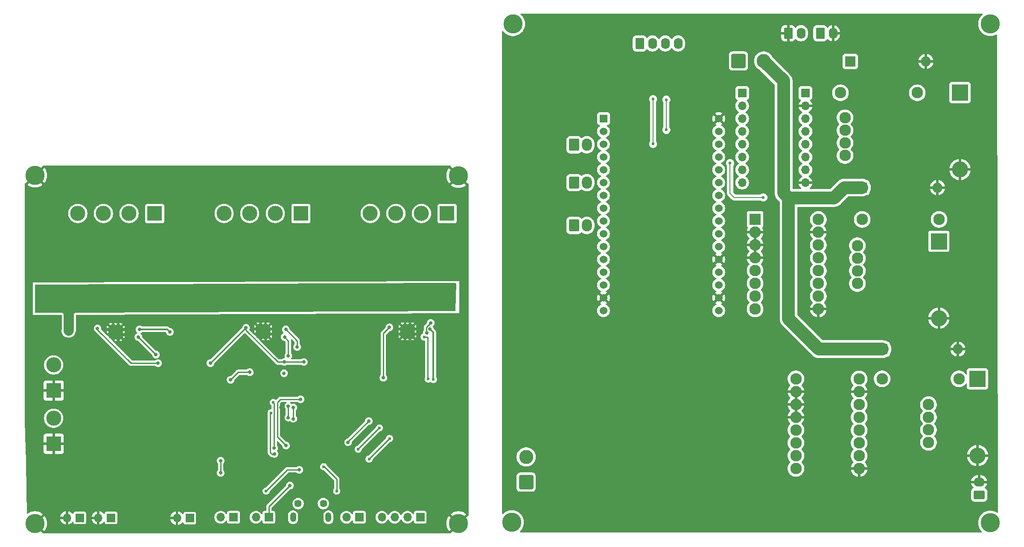
<source format=gbr>
%TF.GenerationSoftware,KiCad,Pcbnew,9.0.0*%
%TF.CreationDate,2025-05-09T16:43:10-07:00*%
%TF.ProjectId,Motor_Controller_Board_v1,4d6f746f-725f-4436-9f6e-74726f6c6c65,v1*%
%TF.SameCoordinates,Original*%
%TF.FileFunction,Copper,L2,Bot*%
%TF.FilePolarity,Positive*%
%FSLAX46Y46*%
G04 Gerber Fmt 4.6, Leading zero omitted, Abs format (unit mm)*
G04 Created by KiCad (PCBNEW 9.0.0) date 2025-05-09 16:43:10*
%MOMM*%
%LPD*%
G01*
G04 APERTURE LIST*
G04 Aperture macros list*
%AMRoundRect*
0 Rectangle with rounded corners*
0 $1 Rounding radius*
0 $2 $3 $4 $5 $6 $7 $8 $9 X,Y pos of 4 corners*
0 Add a 4 corners polygon primitive as box body*
4,1,4,$2,$3,$4,$5,$6,$7,$8,$9,$2,$3,0*
0 Add four circle primitives for the rounded corners*
1,1,$1+$1,$2,$3*
1,1,$1+$1,$4,$5*
1,1,$1+$1,$6,$7*
1,1,$1+$1,$8,$9*
0 Add four rect primitives between the rounded corners*
20,1,$1+$1,$2,$3,$4,$5,0*
20,1,$1+$1,$4,$5,$6,$7,0*
20,1,$1+$1,$6,$7,$8,$9,0*
20,1,$1+$1,$8,$9,$2,$3,0*%
G04 Aperture macros list end*
%TA.AperFunction,ComponentPad*%
%ADD10R,3.000000X3.000000*%
%TD*%
%TA.AperFunction,ComponentPad*%
%ADD11C,3.000000*%
%TD*%
%TA.AperFunction,ComponentPad*%
%ADD12R,1.700000X1.700000*%
%TD*%
%TA.AperFunction,ComponentPad*%
%ADD13O,1.700000X1.700000*%
%TD*%
%TA.AperFunction,HeatsinkPad*%
%ADD14C,0.500000*%
%TD*%
%TA.AperFunction,HeatsinkPad*%
%ADD15R,2.500000X2.500000*%
%TD*%
%TA.AperFunction,HeatsinkPad*%
%ADD16O,1.200000X1.900000*%
%TD*%
%TA.AperFunction,HeatsinkPad*%
%ADD17C,1.450000*%
%TD*%
%TA.AperFunction,ComponentPad*%
%ADD18C,3.800000*%
%TD*%
%TA.AperFunction,ComponentPad*%
%ADD19O,2.286000X2.286000*%
%TD*%
%TA.AperFunction,ComponentPad*%
%ADD20RoundRect,0.250000X0.845000X-0.620000X0.845000X0.620000X-0.845000X0.620000X-0.845000X-0.620000X0*%
%TD*%
%TA.AperFunction,ComponentPad*%
%ADD21O,2.190000X1.740000*%
%TD*%
%TA.AperFunction,ComponentPad*%
%ADD22RoundRect,0.250001X-1.149999X-1.149999X1.149999X-1.149999X1.149999X1.149999X-1.149999X1.149999X0*%
%TD*%
%TA.AperFunction,ComponentPad*%
%ADD23C,2.800000*%
%TD*%
%TA.AperFunction,ComponentPad*%
%ADD24RoundRect,0.250000X-0.620000X-0.845000X0.620000X-0.845000X0.620000X0.845000X-0.620000X0.845000X0*%
%TD*%
%TA.AperFunction,ComponentPad*%
%ADD25O,1.740000X2.190000*%
%TD*%
%TA.AperFunction,ComponentPad*%
%ADD26R,2.286000X2.286000*%
%TD*%
%TA.AperFunction,ComponentPad*%
%ADD27RoundRect,0.250001X1.149999X-1.149999X1.149999X1.149999X-1.149999X1.149999X-1.149999X-1.149999X0*%
%TD*%
%TA.AperFunction,ComponentPad*%
%ADD28R,3.200000X3.200000*%
%TD*%
%TA.AperFunction,ComponentPad*%
%ADD29O,3.200000X3.200000*%
%TD*%
%TA.AperFunction,ComponentPad*%
%ADD30R,2.000000X2.000000*%
%TD*%
%TA.AperFunction,ComponentPad*%
%ADD31O,2.000000X2.000000*%
%TD*%
%TA.AperFunction,ComponentPad*%
%ADD32RoundRect,0.286494X-0.710506X-0.935506X0.710506X-0.935506X0.710506X0.935506X-0.710506X0.935506X0*%
%TD*%
%TA.AperFunction,ComponentPad*%
%ADD33O,1.994000X2.444000*%
%TD*%
%TA.AperFunction,ComponentPad*%
%ADD34R,1.524000X1.524000*%
%TD*%
%TA.AperFunction,ComponentPad*%
%ADD35C,1.524000*%
%TD*%
%TA.AperFunction,ViaPad*%
%ADD36C,0.600000*%
%TD*%
%TA.AperFunction,ViaPad*%
%ADD37C,0.700000*%
%TD*%
%TA.AperFunction,ViaPad*%
%ADD38C,1.016000*%
%TD*%
%TA.AperFunction,Conductor*%
%ADD39C,0.250000*%
%TD*%
%TA.AperFunction,Conductor*%
%ADD40C,0.300000*%
%TD*%
%TA.AperFunction,Conductor*%
%ADD41C,2.000000*%
%TD*%
%TA.AperFunction,Conductor*%
%ADD42C,2.540000*%
%TD*%
%TA.AperFunction,Conductor*%
%ADD43C,0.200000*%
%TD*%
G04 APERTURE END LIST*
D10*
%TO.P,J401,1,Pin_1*%
%TO.N,/Stepper Drivers/AGITATE_1B*%
X134390000Y-84840000D03*
D11*
%TO.P,J401,2,Pin_2*%
%TO.N,/Stepper Drivers/AGITATE_1A*%
X129310000Y-84840000D03*
%TO.P,J401,3,Pin_3*%
%TO.N,/Stepper Drivers/AGITATE_2A*%
X124230000Y-84840000D03*
%TO.P,J401,4,Pin_4*%
%TO.N,/Stepper Drivers/AGITATE_2B*%
X119150000Y-84840000D03*
%TD*%
D12*
%TO.P,J202,1,Pin_1*%
%TO.N,+5V*%
X83340000Y-145290000D03*
D13*
%TO.P,J202,2,Pin_2*%
%TO.N,GND*%
X80800000Y-145290000D03*
%TD*%
D12*
%TO.P,J304,1,Pin_1*%
%TO.N,/Microcontroller/VERTICAL_SWITCH*%
X99020000Y-145115000D03*
D13*
%TO.P,J304,2,Pin_2*%
%TO.N,+3.3V*%
X96480000Y-145115000D03*
%TD*%
D12*
%TO.P,J206,1,Pin_1*%
%TO.N,/Power Supply/DIGITAL_POWER_+24V*%
X67740000Y-145240000D03*
D13*
%TO.P,J206,2,Pin_2*%
%TO.N,GND*%
X65200000Y-145240000D03*
%TD*%
D12*
%TO.P,J305,1,Pin_1*%
%TO.N,/Microcontroller/HORIZONTAL_SWITCH*%
X92020000Y-145115000D03*
D13*
%TO.P,J305,2,Pin_2*%
%TO.N,+3.3V*%
X89480000Y-145115000D03*
%TD*%
D12*
%TO.P,J303,1,Pin_1*%
%TO.N,+3.3V*%
X116980000Y-145115000D03*
D13*
%TO.P,J303,2,Pin_2*%
%TO.N,/Microcontroller/AGITATION_SWITCH*%
X114440000Y-145115000D03*
%TD*%
D14*
%TO.P,U401,29,GND*%
%TO.N,GND*%
X125520000Y-107240000D03*
X125520000Y-108240000D03*
X125520000Y-109240000D03*
X126520000Y-107240000D03*
X126520000Y-108240000D03*
D15*
X126520000Y-108240000D03*
D14*
X126520000Y-109240000D03*
X127520000Y-107240000D03*
X127520000Y-108240000D03*
X127520000Y-109240000D03*
%TD*%
D12*
%TO.P,J207,1,Pin_1*%
%TO.N,/Power Supply/DIGITAL_POWER_+24V*%
X61515000Y-145240000D03*
D13*
%TO.P,J207,2,Pin_2*%
%TO.N,GND*%
X58975000Y-145240000D03*
%TD*%
D16*
%TO.P,J302,6,Shield*%
%TO.N,unconnected-(J302-Shield-Pad6)_6*%
X103840000Y-145115000D03*
D17*
%TO.N,unconnected-(J302-Shield-Pad6)_4*%
X104840000Y-142415000D03*
%TO.N,unconnected-(J302-Shield-Pad6)_1*%
X109840000Y-142415000D03*
D16*
%TO.N,unconnected-(J302-Shield-Pad6)*%
X110840000Y-145115000D03*
%TD*%
D10*
%TO.P,J203,1,Pin_1*%
%TO.N,GND*%
X56340000Y-119980000D03*
D11*
%TO.P,J203,2,Pin_2*%
%TO.N,+24V*%
X56340000Y-114900000D03*
%TD*%
D14*
%TO.P,U403,29,GND*%
%TO.N,GND*%
X96890000Y-107240000D03*
X96890000Y-108240000D03*
X96890000Y-109240000D03*
X97890000Y-107240000D03*
X97890000Y-108240000D03*
D15*
X97890000Y-108240000D03*
D14*
X97890000Y-109240000D03*
X98890000Y-107240000D03*
X98890000Y-108240000D03*
X98890000Y-109240000D03*
%TD*%
%TO.P,U402,29,GND*%
%TO.N,GND*%
X67640000Y-107340000D03*
X67640000Y-108340000D03*
X67640000Y-109340000D03*
X68640000Y-107340000D03*
X68640000Y-108340000D03*
D15*
X68640000Y-108340000D03*
D14*
X68640000Y-109340000D03*
X69640000Y-107340000D03*
X69640000Y-108340000D03*
X69640000Y-109340000D03*
%TD*%
D10*
%TO.P,J402,1,Pin_1*%
%TO.N,/Stepper Drivers/HORIZONTAL_1B*%
X76380000Y-84840000D03*
D11*
%TO.P,J402,2,Pin_2*%
%TO.N,/Stepper Drivers/HORIZONTAL_1A*%
X71300000Y-84840000D03*
%TO.P,J402,3,Pin_3*%
%TO.N,/Stepper Drivers/HORIZONTAL_2A*%
X66220000Y-84840000D03*
%TO.P,J402,4,Pin_4*%
%TO.N,/Stepper Drivers/HORIZONTAL_2B*%
X61140000Y-84840000D03*
%TD*%
D18*
%TO.P,H202,1,1*%
%TO.N,GND*%
X136640000Y-146340000D03*
%TD*%
D10*
%TO.P,J201,1,Pin_1*%
%TO.N,GND*%
X56340000Y-130540000D03*
D11*
%TO.P,J201,2,Pin_2*%
%TO.N,/Power Supply/DIGITAL_POWER_+24V*%
X56340000Y-125460000D03*
%TD*%
D18*
%TO.P,H201,1,1*%
%TO.N,GND*%
X136640000Y-77340000D03*
%TD*%
%TO.P,H204,1,1*%
%TO.N,GND*%
X52640000Y-77260000D03*
%TD*%
%TO.P,H203,1,1*%
%TO.N,GND*%
X52640000Y-146340000D03*
%TD*%
D10*
%TO.P,J403,1,Pin_1*%
%TO.N,/Stepper Drivers/VERTICAL_1B*%
X105390000Y-84840000D03*
D11*
%TO.P,J403,2,Pin_2*%
%TO.N,/Stepper Drivers/VERTICAL_1A*%
X100310000Y-84840000D03*
%TO.P,J403,3,Pin_3*%
%TO.N,/Stepper Drivers/VERTICAL_2A*%
X95230000Y-84840000D03*
%TO.P,J403,4,Pin_4*%
%TO.N,/Stepper Drivers/VERTICAL_2B*%
X90150000Y-84840000D03*
%TD*%
D12*
%TO.P,J301,1,Pin_1*%
%TO.N,unconnected-(J301-Pin_1-Pad1)*%
X129060000Y-145115000D03*
D13*
%TO.P,J301,2,Pin_2*%
%TO.N,/Microcontroller/RXD*%
X126520000Y-145115000D03*
%TO.P,J301,3,Pin_3*%
%TO.N,/Microcontroller/TXD*%
X123980000Y-145115000D03*
%TO.P,J301,4,Pin_4*%
%TO.N,unconnected-(J301-Pin_4-Pad4)*%
X121440000Y-145115000D03*
%TD*%
D19*
%TO.P,J26,1,Pin_1*%
%TO.N,Net-(J26-Pin_1)*%
X215762500Y-91237500D03*
%TO.P,J26,2,Pin_2*%
%TO.N,Net-(J26-Pin_2)*%
X215762500Y-93737500D03*
%TO.P,J26,3,Pin_3*%
%TO.N,Net-(J26-Pin_3)*%
X215762500Y-96237500D03*
%TO.P,J26,4,Pin_4*%
%TO.N,Net-(J26-Pin_4)*%
X215762500Y-98737500D03*
%TD*%
D20*
%TO.P,J4,1,Pin_1*%
%TO.N,+5V (Driver)*%
X239922500Y-140657500D03*
D21*
%TO.P,J4,2,Pin_2*%
%TO.N,GND*%
X239922500Y-138117500D03*
%TD*%
D22*
%TO.P,J6,1,Pin_1*%
%TO.N,SMPS GND*%
X192176500Y-54577500D03*
D23*
%TO.P,J6,2,Pin_2*%
%TO.N,Motor Voltage*%
X197176500Y-54577500D03*
%TD*%
D24*
%TO.P,J2,1,Pin_1*%
%TO.N,unconnected-(J2-Pin_1-Pad1)*%
X172582500Y-51105500D03*
D25*
%TO.P,J2,2,Pin_2*%
%TO.N,RX*%
X175122500Y-51105500D03*
%TO.P,J2,3,Pin_3*%
%TO.N,TX*%
X177662500Y-51105500D03*
%TO.P,J2,4,Pin_4*%
%TO.N,unconnected-(J2-Pin_4-Pad4)*%
X180202500Y-51105500D03*
%TD*%
D19*
%TO.P,U1,1A13*%
%TO.N,N/C*%
X208032500Y-96187500D03*
%TO.P,U1,1B14*%
X208032500Y-98727500D03*
%TO.P,U1,2A12*%
X208032500Y-93647500D03*
%TO.P,U1,2B11*%
X208032500Y-91107500D03*
%TO.P,U1,CFG18*%
%TO.N,GND*%
X195482500Y-88547500D03*
%TO.P,U1,CFG27*%
X195482500Y-91087500D03*
%TO.P,U1,CFG36*%
X195482500Y-93627500D03*
%TO.P,U1,DIR1*%
%TO.N,h_dir*%
X195482500Y-103787500D03*
D26*
%TO.P,U1,EN15*%
%TO.N,EN*%
X195482500Y-86007500D03*
D19*
%TO.P,U1,GND9*%
%TO.N,GND*%
X208032500Y-103807500D03*
%TO.P,U1,GND10*%
X208032500Y-88567500D03*
%TO.P,U1,RST5*%
%TO.N,N/C*%
X195482500Y-96167500D03*
%TO.P,U1,SLP4*%
X195482500Y-98707500D03*
%TO.P,U1,STEP2*%
%TO.N,h_step*%
X195482500Y-101247500D03*
%TO.P,U1,VDD3*%
%TO.N,+5V (Driver)*%
X208032500Y-101267500D03*
%TO.P,U1,Vmot16*%
%TO.N,Motor Voltage*%
X208032500Y-86027500D03*
%TD*%
D27*
%TO.P,J1,1,Pin_1*%
%TO.N,Net-(J1-Pin_1)*%
X150067500Y-138150000D03*
D23*
%TO.P,J1,2,Pin_2*%
%TO.N,+5V (MCU)*%
X150067500Y-133150000D03*
%TD*%
D28*
%TO.P,D3,1,K*%
%TO.N,Net-(D3-K)*%
X236122500Y-60867500D03*
D29*
%TO.P,D3,2,A*%
%TO.N,GND*%
X236122500Y-76107500D03*
%TD*%
D30*
%TO.P,C4,1*%
%TO.N,Motor Voltage*%
X220705750Y-111757500D03*
D31*
%TO.P,C4,2*%
%TO.N,GND*%
X235705750Y-111757500D03*
%TD*%
D30*
%TO.P,C3,1*%
%TO.N,Motor Voltage*%
X216640500Y-79697500D03*
D31*
%TO.P,C3,2*%
%TO.N,GND*%
X231640500Y-79697500D03*
%TD*%
D32*
%TO.P,J15,1,Pin_1*%
%TO.N,Net-(J14-Pin_1)*%
X159572500Y-78717500D03*
D33*
%TO.P,J15,2,Pin_2*%
%TO.N,Net-(J15-Pin_2)*%
X162112500Y-78717500D03*
%TD*%
D19*
%TO.P,U3,1A13*%
%TO.N,N/C*%
X216120500Y-127833500D03*
%TO.P,U3,1B14*%
X216120500Y-130373500D03*
%TO.P,U3,2A12*%
X216120500Y-125293500D03*
%TO.P,U3,2B11*%
X216120500Y-122753500D03*
%TO.P,U3,CFG18*%
%TO.N,GND*%
X203570500Y-120193500D03*
%TO.P,U3,CFG27*%
X203570500Y-122733500D03*
%TO.P,U3,CFG36*%
X203570500Y-125273500D03*
%TO.P,U3,DIR1*%
%TO.N,V_dir*%
X203570500Y-135433500D03*
%TO.P,U3,EN15*%
%TO.N,EN*%
X203570500Y-117653500D03*
%TO.P,U3,GND9*%
%TO.N,GND*%
X216120500Y-135453500D03*
%TO.P,U3,GND10*%
X216120500Y-120213500D03*
%TO.P,U3,RST5*%
%TO.N,N/C*%
X203570500Y-127813500D03*
%TO.P,U3,SLP4*%
X203570500Y-130353500D03*
%TO.P,U3,STEP2*%
%TO.N,V_step*%
X203570500Y-132893500D03*
%TO.P,U3,VDD3*%
%TO.N,+5V (Driver)*%
X216120500Y-132913500D03*
%TO.P,U3,Vmot16*%
%TO.N,Motor Voltage*%
X216120500Y-117673500D03*
%TD*%
D32*
%TO.P,J14,1,Pin_1*%
%TO.N,Net-(J14-Pin_1)*%
X159572500Y-71217500D03*
D33*
%TO.P,J14,2,Pin_2*%
%TO.N,Net-(J14-Pin_2)*%
X162112500Y-71217500D03*
%TD*%
D18*
%TO.P,REF\u002A\u002A,1*%
%TO.N,N/C*%
X242122500Y-146227500D03*
%TD*%
%TO.P,REF\u002A\u002A,1*%
%TO.N,N/C*%
X242122500Y-47227500D03*
%TD*%
D28*
%TO.P,D1,1,K*%
%TO.N,Net-(D1-K)*%
X239606750Y-117653500D03*
D29*
%TO.P,D1,2,A*%
%TO.N,GND*%
X239606750Y-132893500D03*
%TD*%
D30*
%TO.P,C2,1*%
%TO.N,Motor Voltage*%
X214358500Y-54661500D03*
D31*
%TO.P,C2,2*%
%TO.N,GND*%
X229358500Y-54661500D03*
%TD*%
D18*
%TO.P,REF\u002A\u002A,1*%
%TO.N,N/C*%
X147222500Y-146137500D03*
%TD*%
D24*
%TO.P,J7,1,Pin_1*%
%TO.N,Motor Voltage*%
X208396500Y-49073500D03*
D25*
%TO.P,J7,2,Pin_2*%
%TO.N,GND*%
X210936500Y-49073500D03*
%TD*%
D19*
%TO.P,J10,1,Pin_1*%
%TO.N,Net-(J10-Pin_1)*%
X229880500Y-122771000D03*
%TO.P,J10,2,Pin_2*%
%TO.N,Net-(J10-Pin_2)*%
X229880500Y-125271000D03*
%TO.P,J10,3,Pin_3*%
%TO.N,Net-(J10-Pin_3)*%
X229880500Y-127771000D03*
%TO.P,J10,4,Pin_4*%
%TO.N,Net-(J10-Pin_4)*%
X229880500Y-130271000D03*
%TD*%
D18*
%TO.P,REF\u002A\u002A,1*%
%TO.N,N/C*%
X147432500Y-47237500D03*
%TD*%
D19*
%TO.P,R8,1*%
%TO.N,Motor Voltage*%
X220681750Y-117653500D03*
%TO.P,R8,2*%
%TO.N,Net-(D1-K)*%
X235921750Y-117653500D03*
%TD*%
D34*
%TO.P,U2,J1_1*%
%TO.N,Net-(J14-Pin_1)*%
X165402500Y-66017500D03*
D35*
%TO.P,U2,J1_2*%
%TO.N,N/C*%
X165402500Y-68557500D03*
%TO.P,U2,J1_3*%
%TO.N,Net-(J14-Pin_2)*%
X165402500Y-71097500D03*
%TO.P,U2,J1_4*%
%TO.N,Net-(J15-Pin_2)*%
X165402500Y-73637500D03*
%TO.P,U2,J1_5*%
%TO.N,Net-(J21-Pin_2)*%
X165402500Y-76177500D03*
%TO.P,U2,J1_6*%
%TO.N,N/C*%
X165402500Y-78717500D03*
%TO.P,U2,J1_7*%
X165402500Y-81257500D03*
%TO.P,U2,J1_8*%
X165402500Y-83797500D03*
%TO.P,U2,J1_9*%
X165402500Y-86337500D03*
%TO.P,U2,J1_10*%
X165402500Y-88877500D03*
%TO.P,U2,J1_11*%
X165402500Y-91417500D03*
%TO.P,U2,J1_12*%
X165402500Y-93957500D03*
%TO.P,U2,J1_13*%
X165402500Y-96497500D03*
%TO.P,U2,J1_14*%
%TO.N,+5V (MCU)*%
X165402500Y-99037500D03*
%TO.P,U2,J1_15*%
%TO.N,GND*%
X165402500Y-101577500D03*
%TO.P,U2,J1_16*%
%TO.N,N/C*%
X165402500Y-104117500D03*
%TO.P,U2,J3_1*%
%TO.N,GND*%
X188262500Y-66017500D03*
%TO.P,U2,J3_2*%
%TO.N,TX*%
X188262500Y-68557500D03*
%TO.P,U2,J3_3*%
%TO.N,RX*%
X188262500Y-71097500D03*
%TO.P,U2,J3_4*%
%TO.N,EN*%
X188262500Y-73637500D03*
%TO.P,U2,J3_5*%
%TO.N,a_step*%
X188262500Y-76177500D03*
%TO.P,U2,J3_6*%
%TO.N,a_dir*%
X188262500Y-78717500D03*
%TO.P,U2,J3_7*%
%TO.N,h_step*%
X188262500Y-81257500D03*
%TO.P,U2,J3_8*%
%TO.N,h_dir*%
X188262500Y-83797500D03*
%TO.P,U2,J3_9*%
%TO.N,V_step*%
X188262500Y-86337500D03*
%TO.P,U2,J3_10*%
%TO.N,V_dir*%
X188262500Y-88877500D03*
%TO.P,U2,J3_11*%
%TO.N,N/C*%
X188262500Y-91417500D03*
%TO.P,U2,J3_12*%
%TO.N,GND*%
X188262500Y-93957500D03*
%TO.P,U2,J3_13*%
%TO.N,N/C*%
X188262500Y-96497500D03*
%TO.P,U2,J3_14*%
X188262500Y-99037500D03*
%TO.P,U2,J3_15*%
%TO.N,GND*%
X188262500Y-101577500D03*
%TO.P,U2,J3_16*%
%TO.N,N/C*%
X188262500Y-104117500D03*
%TD*%
D28*
%TO.P,D2,1,K*%
%TO.N,Net-(D2-K)*%
X231932500Y-90367500D03*
D29*
%TO.P,D2,2,A*%
%TO.N,GND*%
X231932500Y-105607500D03*
%TD*%
D19*
%TO.P,J5,1,Pin_1*%
%TO.N,Net-(J5-Pin_1)*%
X213312500Y-65842500D03*
%TO.P,J5,2,Pin_2*%
%TO.N,Net-(J5-Pin_2)*%
X213312500Y-68342500D03*
%TO.P,J5,3,Pin_3*%
%TO.N,Net-(J5-Pin_3)*%
X213312500Y-70842500D03*
%TO.P,J5,4,Pin_4*%
%TO.N,Net-(J5-Pin_4)*%
X213312500Y-73342500D03*
%TD*%
D24*
%TO.P,J8,1,Pin_1*%
%TO.N,GND*%
X202046500Y-49073500D03*
D25*
%TO.P,J8,2,Pin_2*%
%TO.N,Motor Voltage*%
X204586500Y-49073500D03*
%TD*%
D19*
%TO.P,R10,1*%
%TO.N,Motor Voltage*%
X212417500Y-60892500D03*
%TO.P,R10,2*%
%TO.N,Net-(D3-K)*%
X227657500Y-60892500D03*
%TD*%
%TO.P,R9,1*%
%TO.N,Motor Voltage*%
X216722500Y-86017500D03*
%TO.P,R9,2*%
%TO.N,Net-(D2-K)*%
X231962500Y-86017500D03*
%TD*%
D32*
%TO.P,J21,1,Pin_1*%
%TO.N,Net-(J14-Pin_1)*%
X159572500Y-87217500D03*
D33*
%TO.P,J21,2,Pin_2*%
%TO.N,Net-(J21-Pin_2)*%
X162112500Y-87217500D03*
%TD*%
D13*
%TO.P,U5,1A13*%
%TO.N,N/C*%
X205472500Y-71107500D03*
%TO.P,U5,1B14*%
X205472500Y-73647500D03*
%TO.P,U5,2A12*%
X205472500Y-68567500D03*
%TO.P,U5,2B11*%
X205472500Y-66027500D03*
%TO.P,U5,CFG18*%
%TO.N,Net-(J14-Pin_1)*%
X192922500Y-63467500D03*
%TO.P,U5,CFG27*%
X192922500Y-66007500D03*
%TO.P,U5,CFG36*%
X192922500Y-68547500D03*
%TO.P,U5,DIR1*%
%TO.N,a_dir*%
X192922500Y-78707500D03*
D12*
%TO.P,U5,EN15*%
%TO.N,EN*%
X192922500Y-60927500D03*
D13*
%TO.P,U5,GND9*%
%TO.N,GND*%
X205472500Y-78727500D03*
%TO.P,U5,GND10*%
X205472500Y-63487500D03*
%TO.P,U5,RST5*%
%TO.N,N/C*%
X192922500Y-71087500D03*
%TO.P,U5,SLP4*%
X192922500Y-73627500D03*
%TO.P,U5,STEP2*%
%TO.N,a_step*%
X192922500Y-76167500D03*
%TO.P,U5,VDD3*%
%TO.N,+5V (Driver)*%
X205472500Y-76187500D03*
D12*
%TO.P,U5,Vmot16*%
%TO.N,Motor Voltage*%
X205472500Y-60947500D03*
%TD*%
D36*
%TO.N,AGITATION_DIR*%
X118920000Y-133560000D03*
D37*
%TO.N,DRIVER_ENABLE*%
X65040000Y-107640000D03*
X122940000Y-107440000D03*
D36*
%TO.N,AGITATION_DIR*%
X131670000Y-117770000D03*
D37*
%TO.N,DRIVER_ENABLE*%
X87440000Y-114540000D03*
X114740000Y-130240000D03*
%TO.N,+3.3V*%
X89470000Y-133910000D03*
%TO.N,DRIVER_ENABLE*%
X77040000Y-114540000D03*
X118840000Y-126040000D03*
X94506995Y-107532587D03*
X102040000Y-116540000D03*
X102116000Y-114310000D03*
X105970000Y-114310000D03*
%TO.N,VERTICAL_DIR*%
X103890000Y-125590000D03*
%TO.N,AGITATION_DIR*%
X130940000Y-107740000D03*
%TO.N,+3.3V*%
X89470000Y-136310000D03*
D36*
%TO.N,AGITATION_DIR*%
X122970000Y-129480000D03*
D37*
%TO.N,DRIVER_ENABLE*%
X121740000Y-117440000D03*
%TO.N,GND*%
X76140000Y-106140000D03*
X65340000Y-134940000D03*
X121870000Y-92560000D03*
D36*
X68710000Y-89110000D03*
D37*
X97870000Y-96110000D03*
X63170000Y-97910000D03*
D36*
X132930000Y-111880000D03*
D37*
X68740000Y-93140000D03*
X97870000Y-89610000D03*
X135390000Y-125840000D03*
X102570000Y-95010000D03*
X83890000Y-122340000D03*
X121970000Y-95310000D03*
X114480000Y-94465000D03*
X94140000Y-141740000D03*
X91795000Y-121735000D03*
X121840000Y-122940000D03*
X121270000Y-97610000D03*
D36*
X104340000Y-140410000D03*
D37*
X63740000Y-92940000D03*
D36*
X121796000Y-88856000D03*
D37*
%TO.N,+5V*%
X95240000Y-116340000D03*
%TO.N,GND*%
X81070000Y-86310000D03*
%TO.N,/Microcontroller/EN*%
X102440000Y-130890000D03*
X105315000Y-121710000D03*
%TO.N,+5V*%
X91440000Y-117840000D03*
D36*
%TO.N,GND*%
X131470000Y-88810000D03*
X73790000Y-89110000D03*
D37*
X63390000Y-112840000D03*
X101070000Y-97810000D03*
X84640000Y-110640000D03*
X105390000Y-132590000D03*
D36*
X99140000Y-116370000D03*
%TO.N,AGITATION_STEP*%
X130660000Y-117700000D03*
D37*
%TO.N,/Stepper Drivers/A_VREF*%
X130340000Y-108540000D03*
%TO.N,VERTICAL_STEP*%
X102140000Y-109340000D03*
D36*
%TO.N,HORIZONTAL_DIR*%
X99890000Y-122340000D03*
D37*
%TO.N,VERTICAL_STEP*%
X102890000Y-113090000D03*
X102890000Y-125340000D03*
%TO.N,/Stepper Drivers/A_VREF*%
X131140000Y-106540000D03*
%TO.N,HORIZONTAL_STEP*%
X100140000Y-132540000D03*
D36*
%TO.N,/Microcontroller/AGITATION_SWITCH*%
X109900000Y-135090002D03*
D37*
%TO.N,HORIZONTAL_DIR*%
X100090000Y-131390000D03*
D36*
%TO.N,AGITATION_STEP*%
X116750000Y-131600000D03*
D37*
%TO.N,HORIZONTAL_DIR*%
X73390000Y-107840000D03*
%TO.N,VERTICAL_STEP*%
X102890000Y-123090000D03*
%TO.N,HORIZONTAL_STEP*%
X73140000Y-109340000D03*
D36*
%TO.N,AGITATION_STEP*%
X120970000Y-127390000D03*
X129830000Y-109340000D03*
%TO.N,HORIZONTAL_STEP*%
X99455000Y-124405000D03*
D37*
X76640000Y-112840000D03*
%TO.N,VERTICAL_DIR*%
X103890000Y-123340000D03*
%TO.N,/Microcontroller/HORIZONTAL_SWITCH*%
X105070000Y-135710000D03*
%TO.N,HORIZONTAL_DIR*%
X79390000Y-108340000D03*
D36*
%TO.N,/Microcontroller/AGITATION_SWITCH*%
X112490000Y-139910000D03*
D37*
%TO.N,VERTICAL_DIR*%
X102390000Y-107840000D03*
X104640000Y-111340000D03*
D36*
%TO.N,/Microcontroller/HORIZONTAL_SWITCH*%
X98480000Y-139930000D03*
D37*
%TO.N,/Microcontroller/VERTICAL_SWITCH*%
X103220000Y-138820000D03*
%TO.N,GND*%
X80840000Y-117140000D03*
X102570000Y-92210000D03*
D36*
X123070000Y-114030000D03*
X103508000Y-89364000D03*
D37*
X110890000Y-129340000D03*
X129840000Y-128400000D03*
X70140000Y-116840000D03*
X74570000Y-97810000D03*
X136840000Y-109440000D03*
X59340000Y-93190000D03*
X94390000Y-124340000D03*
D36*
X74920000Y-125590000D03*
D37*
X111940000Y-93990000D03*
D36*
X89284000Y-89364000D03*
D37*
X109640000Y-136090000D03*
X119140000Y-137940000D03*
X131570000Y-97610000D03*
X116240000Y-112140000D03*
X93670000Y-94110000D03*
X61340000Y-105640000D03*
D36*
X50941000Y-101810000D03*
D37*
X123470000Y-97610000D03*
X113190000Y-111040000D03*
X109390000Y-125840000D03*
X80940000Y-110640000D03*
X74520000Y-112860000D03*
D36*
X116670000Y-88860000D03*
D37*
X62240000Y-135140000D03*
X113970000Y-86710000D03*
X54370000Y-85810000D03*
D36*
X59820000Y-89110000D03*
X101984000Y-89364000D03*
D37*
X112170000Y-86710000D03*
X73040000Y-112150000D03*
X103170000Y-97810000D03*
X72670000Y-97810000D03*
X94040000Y-138740000D03*
X105390000Y-125840000D03*
D36*
X93670000Y-89410000D03*
D37*
X128840000Y-141640000D03*
D36*
X63740000Y-89110000D03*
D37*
X128970000Y-97610000D03*
X104140000Y-133090000D03*
X136215000Y-132840000D03*
D36*
X108640000Y-141260000D03*
X98936000Y-133052000D03*
D37*
X68640000Y-96940000D03*
X135140000Y-143590000D03*
X101390000Y-123340000D03*
X131970000Y-92710000D03*
D36*
X100840000Y-142850000D03*
X74990000Y-124340000D03*
D37*
X126770000Y-93010000D03*
X64470000Y-97910000D03*
D36*
X132920000Y-88810000D03*
D37*
X83140000Y-97840000D03*
D36*
X101740000Y-112010000D03*
%TO.N,+24V*%
X74140000Y-102390000D03*
D37*
X86720000Y-101060000D03*
D36*
X103508000Y-102572000D03*
%TO.N,GND*%
X69750000Y-123100000D03*
D37*
%TO.N,+24V*%
X59940000Y-106940000D03*
X122670000Y-103710000D03*
X114620000Y-100210000D03*
%TO.N,GND*%
X129840000Y-138015000D03*
%TO.N,+24V*%
X120870000Y-103710000D03*
%TO.N,GND*%
X89140000Y-93615000D03*
X110470000Y-86710000D03*
X105740000Y-105940000D03*
%TO.N,+24V*%
X63970000Y-104010000D03*
%TO.N,GND*%
X52370000Y-85810000D03*
X84970000Y-86310000D03*
X93470000Y-97910000D03*
X73740000Y-93240000D03*
X97470000Y-124310000D03*
X90390000Y-119090000D03*
X135215000Y-135415000D03*
X101390000Y-135590000D03*
X125540000Y-124840000D03*
%TO.N,+24V*%
X89140000Y-103840000D03*
X58865000Y-103790000D03*
X113670000Y-99410000D03*
D36*
X131956000Y-101048000D03*
D37*
X87720000Y-102010000D03*
D36*
X74140000Y-101556000D03*
D37*
X59890000Y-103765000D03*
X116635000Y-103290000D03*
X58940000Y-108140000D03*
X93720000Y-103960000D03*
X59940000Y-108065000D03*
%TO.N,GND*%
X56270000Y-85810000D03*
X118140000Y-114740000D03*
X97870000Y-93210000D03*
D36*
%TO.N,+24V*%
X131956000Y-102064000D03*
X102950000Y-103030000D03*
D37*
X58940000Y-106940000D03*
%TO.N,GND*%
X72640000Y-121340000D03*
X109090000Y-94140000D03*
X83070000Y-86310000D03*
D36*
X51595000Y-101840000D03*
D37*
X107390000Y-132590000D03*
X107390000Y-125840000D03*
X126740000Y-129540000D03*
X126770000Y-88910000D03*
X94970000Y-97910000D03*
X114500000Y-134240000D03*
D36*
X93990000Y-114370000D03*
D37*
X110890000Y-131340000D03*
D36*
X128620000Y-117080000D03*
X212622500Y-102757500D03*
D38*
X201342500Y-144917500D03*
D36*
X220622500Y-134757500D03*
X199922500Y-144900000D03*
X170622500Y-102257500D03*
X174122500Y-102257500D03*
X209622500Y-77757500D03*
%TO.N,Motor Voltage*%
X211122500Y-81757500D03*
X216122500Y-111757500D03*
X213182500Y-79697500D03*
X217622500Y-111757500D03*
%TO.N,EN*%
X197122500Y-81657500D03*
X190522500Y-74857500D03*
%TO.N,TX*%
X177872500Y-68257500D03*
X177872500Y-62257500D03*
%TO.N,RX*%
X175242500Y-62157500D03*
X175242500Y-71027500D03*
%TD*%
D39*
%TO.N,/Stepper Drivers/A_VREF*%
X130264000Y-107416000D02*
X131140000Y-106540000D01*
X130264000Y-108464000D02*
X130264000Y-107416000D01*
X130340000Y-108540000D02*
X130264000Y-108464000D01*
%TO.N,VERTICAL_STEP*%
X102890000Y-113090000D02*
X102890000Y-110090000D01*
D40*
%TO.N,HORIZONTAL_DIR*%
X78890000Y-107840000D02*
X79390000Y-108340000D01*
D39*
%TO.N,VERTICAL_STEP*%
X102890000Y-125340000D02*
X102890000Y-123090000D01*
%TO.N,HORIZONTAL_DIR*%
X100090000Y-122540000D02*
X99890000Y-122340000D01*
%TO.N,VERTICAL_STEP*%
X102890000Y-110090000D02*
X102140000Y-109340000D01*
D40*
%TO.N,AGITATION_STEP*%
X120960000Y-127390000D02*
X116750000Y-131600000D01*
D39*
X130560000Y-109340000D02*
X130560000Y-117600000D01*
%TO.N,HORIZONTAL_DIR*%
X100090000Y-131390000D02*
X100090000Y-122540000D01*
%TO.N,AGITATION_STEP*%
X130560000Y-117600000D02*
X130660000Y-117700000D01*
X129830000Y-109340000D02*
X130560000Y-109340000D01*
D40*
X120970000Y-127390000D02*
X120960000Y-127390000D01*
%TO.N,HORIZONTAL_DIR*%
X73390000Y-107840000D02*
X78890000Y-107840000D01*
D39*
%TO.N,VERTICAL_DIR*%
X104640000Y-111340000D02*
X104640000Y-110090000D01*
X103890000Y-125590000D02*
X103890000Y-123340000D01*
X104640000Y-110090000D02*
X102390000Y-107840000D01*
%TO.N,+3.3V*%
X89470000Y-133910000D02*
X89470000Y-136310000D01*
D40*
%TO.N,AGITATION_DIR*%
X122970000Y-129510000D02*
X118920000Y-133560000D01*
%TO.N,HORIZONTAL_STEP*%
X73140000Y-109340000D02*
X76640000Y-112840000D01*
D39*
X99326000Y-132295298D02*
X99326000Y-124534000D01*
X99705351Y-132674649D02*
X99326000Y-132295298D01*
D40*
%TO.N,AGITATION_DIR*%
X131670000Y-108470000D02*
X131670000Y-117770000D01*
D39*
%TO.N,HORIZONTAL_STEP*%
X99326000Y-124534000D02*
X99455000Y-124405000D01*
D40*
%TO.N,AGITATION_DIR*%
X130940000Y-107740000D02*
X131670000Y-108470000D01*
D39*
%TO.N,HORIZONTAL_STEP*%
X100005351Y-132674649D02*
X99705351Y-132674649D01*
D40*
%TO.N,AGITATION_DIR*%
X122970000Y-129480000D02*
X122970000Y-129510000D01*
D39*
%TO.N,HORIZONTAL_STEP*%
X100140000Y-132540000D02*
X100005351Y-132674649D01*
%TO.N,DRIVER_ENABLE*%
X114740000Y-130240000D02*
X114740000Y-130140000D01*
X94506995Y-107532587D02*
X94506995Y-108008995D01*
X100808000Y-114310000D02*
X102116000Y-114310000D01*
X121740000Y-117440000D02*
X121740000Y-108640000D01*
X65040000Y-107892000D02*
X71688000Y-114540000D01*
X102140000Y-116440000D02*
X102040000Y-116540000D01*
X121740000Y-108640000D02*
X122940000Y-107440000D01*
X94506995Y-108008995D02*
X100808000Y-114310000D01*
X87440000Y-114540000D02*
X94447413Y-107532587D01*
X65040000Y-107640000D02*
X65040000Y-107892000D01*
X114740000Y-130140000D02*
X118840000Y-126040000D01*
X102116000Y-114310000D02*
X105970000Y-114310000D01*
X71688000Y-114540000D02*
X77040000Y-114540000D01*
X94447413Y-107532587D02*
X94506995Y-107532587D01*
D41*
%TO.N,+24V*%
X59340000Y-103340000D02*
X59340000Y-106940000D01*
X59315000Y-108090000D02*
X59340000Y-108065000D01*
X59340000Y-106940000D02*
X59340000Y-108065000D01*
D39*
%TO.N,+5V*%
X95240000Y-116340000D02*
X92940000Y-116340000D01*
%TO.N,/Microcontroller/EN*%
X101314000Y-121710000D02*
X100714000Y-122310000D01*
%TO.N,+5V*%
X92940000Y-116340000D02*
X91440000Y-117840000D01*
%TO.N,/Microcontroller/EN*%
X105315000Y-121710000D02*
X101314000Y-121710000D01*
X100714000Y-129164000D02*
X102440000Y-130890000D01*
X100714000Y-122310000D02*
X100714000Y-129164000D01*
%TO.N,/Microcontroller/HORIZONTAL_SWITCH*%
X102700000Y-135710000D02*
X98480000Y-139930000D01*
X105070000Y-135710000D02*
X102700000Y-135710000D01*
%TO.N,/Microcontroller/AGITATION_SWITCH*%
X112490000Y-139910000D02*
X112490000Y-137560000D01*
X112490000Y-137560000D02*
X109900000Y-134970000D01*
X109900000Y-134970000D02*
X109900000Y-135090002D01*
%TO.N,/Microcontroller/VERTICAL_SWITCH*%
X99020000Y-143020000D02*
X99020000Y-145115000D01*
X103220000Y-138820000D02*
X99020000Y-143020000D01*
D42*
%TO.N,Motor Voltage*%
X202122500Y-81757500D02*
X211122500Y-81757500D01*
X211122500Y-81757500D02*
X213182500Y-79697500D01*
X202122500Y-105757500D02*
X208122500Y-111757500D01*
X201122500Y-80757500D02*
X202122500Y-81757500D01*
X213182500Y-79697500D02*
X216640500Y-79697500D01*
X197176500Y-54577500D02*
X201122500Y-58523500D01*
X202122500Y-81757500D02*
X202122500Y-105757500D01*
X201122500Y-58523500D02*
X201122500Y-80757500D01*
X208122500Y-111757500D02*
X216122500Y-111757500D01*
X216122500Y-111757500D02*
X220705750Y-111757500D01*
D43*
%TO.N,EN*%
X190522500Y-74857500D02*
X190522500Y-80857500D01*
X196922500Y-81657500D02*
X197122500Y-81657500D01*
X190522500Y-80857500D02*
X191322500Y-81657500D01*
X191322500Y-81657500D02*
X196922500Y-81657500D01*
%TO.N,TX*%
X177872500Y-68257500D02*
X177872500Y-62257500D01*
%TO.N,RX*%
X175242500Y-62157500D02*
X175242500Y-71027500D01*
X175202500Y-71067500D02*
X175242500Y-71027500D01*
%TD*%
%TA.AperFunction,Conductor*%
%TO.N,+24V*%
G36*
X136122580Y-98665427D02*
G01*
X136168524Y-98718067D01*
X136179892Y-98772335D01*
X136079361Y-104066877D01*
X136058407Y-104133531D01*
X136004744Y-104178275D01*
X135955948Y-104188522D01*
X60862081Y-104530715D01*
X60862070Y-104530715D01*
X60776826Y-104540176D01*
X60776822Y-104540176D01*
X60725898Y-104551377D01*
X60725884Y-104551380D01*
X60655142Y-104573898D01*
X60655136Y-104573901D01*
X60547446Y-104640956D01*
X60547443Y-104640959D01*
X60530156Y-104655937D01*
X60466602Y-104684962D01*
X60449162Y-104686224D01*
X58220196Y-104689946D01*
X58153124Y-104670373D01*
X58137879Y-104658865D01*
X58109423Y-104633719D01*
X58109422Y-104633718D01*
X57994537Y-104579894D01*
X57994535Y-104579893D01*
X57994530Y-104579891D01*
X57994527Y-104579890D01*
X57927426Y-104560518D01*
X57927412Y-104560515D01*
X57813090Y-104544608D01*
X57813087Y-104544608D01*
X52730065Y-104567769D01*
X52662937Y-104548390D01*
X52616942Y-104495795D01*
X52605500Y-104443770D01*
X52605500Y-99067610D01*
X52625185Y-99000571D01*
X52677989Y-98954816D01*
X52729053Y-98943611D01*
X136055472Y-98645982D01*
X136122580Y-98665427D01*
G37*
%TD.AperFunction*%
%TD*%
%TA.AperFunction,Conductor*%
%TO.N,GND*%
G36*
X52200000Y-104985000D02*
G01*
X50640500Y-104985000D01*
X50640500Y-89745000D01*
X52200000Y-89745000D01*
X52200000Y-104985000D01*
G37*
%TD.AperFunction*%
%TD*%
%TA.AperFunction,Conductor*%
%TO.N,GND*%
G36*
X135072353Y-75360185D02*
G01*
X135118108Y-75412989D01*
X135129119Y-75471453D01*
X135128900Y-75475346D01*
X136057263Y-76403709D01*
X135923398Y-76500967D01*
X135800967Y-76623398D01*
X135703709Y-76757263D01*
X134775345Y-75828899D01*
X134679568Y-75949001D01*
X134536152Y-76177247D01*
X134419198Y-76420104D01*
X134419192Y-76420118D01*
X134330167Y-76674536D01*
X134330163Y-76674548D01*
X134270181Y-76937348D01*
X134270178Y-76937366D01*
X134240000Y-77205212D01*
X134240000Y-77474787D01*
X134270178Y-77742633D01*
X134270181Y-77742651D01*
X134330163Y-78005451D01*
X134330167Y-78005463D01*
X134419192Y-78259881D01*
X134419198Y-78259895D01*
X134536152Y-78502752D01*
X134679568Y-78730998D01*
X134775346Y-78851099D01*
X135703708Y-77922736D01*
X135800967Y-78056602D01*
X135923398Y-78179033D01*
X136057262Y-78276290D01*
X135128899Y-79204652D01*
X135128900Y-79204653D01*
X135248993Y-79300427D01*
X135248997Y-79300429D01*
X135477247Y-79443847D01*
X135720104Y-79560801D01*
X135720118Y-79560807D01*
X135974536Y-79649832D01*
X135974548Y-79649836D01*
X136237348Y-79709818D01*
X136237366Y-79709821D01*
X136505212Y-79739999D01*
X136505216Y-79740000D01*
X136774784Y-79740000D01*
X136774787Y-79739999D01*
X137042633Y-79709821D01*
X137042651Y-79709818D01*
X137305451Y-79649836D01*
X137305463Y-79649832D01*
X137559881Y-79560807D01*
X137559895Y-79560801D01*
X137802752Y-79443847D01*
X138030999Y-79300431D01*
X138151098Y-79204653D01*
X138151099Y-79204652D01*
X137222737Y-78276290D01*
X137356602Y-78179033D01*
X137479033Y-78056602D01*
X137576290Y-77922737D01*
X138504651Y-78851098D01*
X138508547Y-78850880D01*
X138576585Y-78866775D01*
X138625229Y-78916930D01*
X138639500Y-78974685D01*
X138639500Y-144705313D01*
X138619815Y-144772352D01*
X138567011Y-144818107D01*
X138508549Y-144829118D01*
X138504652Y-144828899D01*
X137576290Y-145757262D01*
X137479033Y-145623398D01*
X137356602Y-145500967D01*
X137222736Y-145403709D01*
X138151099Y-144475346D01*
X138030998Y-144379568D01*
X137802752Y-144236152D01*
X137559895Y-144119198D01*
X137559881Y-144119192D01*
X137305463Y-144030167D01*
X137305451Y-144030163D01*
X137042651Y-143970181D01*
X137042633Y-143970178D01*
X136774787Y-143940000D01*
X136505212Y-143940000D01*
X136237366Y-143970178D01*
X136237348Y-143970181D01*
X135974548Y-144030163D01*
X135974536Y-144030167D01*
X135720118Y-144119192D01*
X135720104Y-144119198D01*
X135477247Y-144236152D01*
X135249001Y-144379568D01*
X135128899Y-144475345D01*
X136057263Y-145403709D01*
X135923398Y-145500967D01*
X135800967Y-145623398D01*
X135703709Y-145757263D01*
X134775345Y-144828899D01*
X134679568Y-144949001D01*
X134536152Y-145177247D01*
X134419198Y-145420104D01*
X134419192Y-145420118D01*
X134330167Y-145674536D01*
X134330163Y-145674548D01*
X134270181Y-145937348D01*
X134270178Y-145937366D01*
X134240000Y-146205212D01*
X134240000Y-146474787D01*
X134270178Y-146742633D01*
X134270181Y-146742651D01*
X134330163Y-147005451D01*
X134330167Y-147005463D01*
X134419192Y-147259881D01*
X134419198Y-147259895D01*
X134536152Y-147502752D01*
X134679568Y-147730998D01*
X134775346Y-147851099D01*
X135703708Y-146922736D01*
X135800967Y-147056602D01*
X135923398Y-147179033D01*
X136057262Y-147276290D01*
X135128900Y-148204651D01*
X135129119Y-148208547D01*
X135113224Y-148276585D01*
X135063069Y-148325229D01*
X135005314Y-148339500D01*
X54274685Y-148339500D01*
X54207646Y-148319815D01*
X54161891Y-148267011D01*
X54150880Y-148208547D01*
X54151098Y-148204651D01*
X53222737Y-147276290D01*
X53356602Y-147179033D01*
X53479033Y-147056602D01*
X53576290Y-146922737D01*
X54504652Y-147851099D01*
X54504653Y-147851098D01*
X54600431Y-147730999D01*
X54743847Y-147502752D01*
X54860801Y-147259895D01*
X54860807Y-147259881D01*
X54949832Y-147005463D01*
X54949836Y-147005451D01*
X55009818Y-146742651D01*
X55009821Y-146742633D01*
X55039999Y-146474787D01*
X55040000Y-146474783D01*
X55040000Y-146205216D01*
X55039999Y-146205212D01*
X55009821Y-145937366D01*
X55009818Y-145937348D01*
X54949836Y-145674548D01*
X54949832Y-145674536D01*
X54886622Y-145493891D01*
X54860807Y-145420118D01*
X54860801Y-145420104D01*
X54743847Y-145177247D01*
X54690934Y-145093036D01*
X54626193Y-144990000D01*
X57647769Y-144990000D01*
X58541988Y-144990000D01*
X58509075Y-145047007D01*
X58475000Y-145174174D01*
X58475000Y-145305826D01*
X58509075Y-145432993D01*
X58541988Y-145490000D01*
X57647769Y-145490000D01*
X57658242Y-145556126D01*
X57658242Y-145556129D01*
X57723904Y-145758217D01*
X57820379Y-145947557D01*
X57945272Y-146119459D01*
X57945276Y-146119464D01*
X58095535Y-146269723D01*
X58095540Y-146269727D01*
X58267442Y-146394620D01*
X58456782Y-146491095D01*
X58658871Y-146556757D01*
X58725000Y-146567231D01*
X58725000Y-145673012D01*
X58782007Y-145705925D01*
X58909174Y-145740000D01*
X59040826Y-145740000D01*
X59167993Y-145705925D01*
X59225000Y-145673012D01*
X59225000Y-146567230D01*
X59291126Y-146556757D01*
X59291129Y-146556757D01*
X59493217Y-146491095D01*
X59682557Y-146394620D01*
X59854459Y-146269727D01*
X59854464Y-146269723D01*
X60004725Y-146119462D01*
X60041776Y-146068465D01*
X60097105Y-146025798D01*
X60166719Y-146019818D01*
X60228514Y-146052423D01*
X60262872Y-146113262D01*
X60264568Y-146121951D01*
X60279352Y-146215300D01*
X60279353Y-146215303D01*
X60279354Y-146215304D01*
X60336950Y-146328342D01*
X60336952Y-146328344D01*
X60336954Y-146328347D01*
X60426652Y-146418045D01*
X60426654Y-146418046D01*
X60426658Y-146418050D01*
X60538002Y-146474783D01*
X60539698Y-146475647D01*
X60633475Y-146490499D01*
X60633481Y-146490500D01*
X62396518Y-146490499D01*
X62490304Y-146475646D01*
X62603342Y-146418050D01*
X62693050Y-146328342D01*
X62750646Y-146215304D01*
X62750646Y-146215302D01*
X62750647Y-146215301D01*
X62761711Y-146145444D01*
X62765500Y-146121519D01*
X62765499Y-144990000D01*
X63872769Y-144990000D01*
X64766988Y-144990000D01*
X64734075Y-145047007D01*
X64700000Y-145174174D01*
X64700000Y-145305826D01*
X64734075Y-145432993D01*
X64766988Y-145490000D01*
X63872769Y-145490000D01*
X63883242Y-145556126D01*
X63883242Y-145556129D01*
X63948904Y-145758217D01*
X64045379Y-145947557D01*
X64170272Y-146119459D01*
X64170276Y-146119464D01*
X64320535Y-146269723D01*
X64320540Y-146269727D01*
X64492442Y-146394620D01*
X64681782Y-146491095D01*
X64883871Y-146556757D01*
X64950000Y-146567231D01*
X64950000Y-145673012D01*
X65007007Y-145705925D01*
X65134174Y-145740000D01*
X65265826Y-145740000D01*
X65392993Y-145705925D01*
X65450000Y-145673012D01*
X65450000Y-146567230D01*
X65516126Y-146556757D01*
X65516129Y-146556757D01*
X65718217Y-146491095D01*
X65907557Y-146394620D01*
X66079459Y-146269727D01*
X66079464Y-146269723D01*
X66229725Y-146119462D01*
X66266776Y-146068465D01*
X66322105Y-146025798D01*
X66391719Y-146019818D01*
X66453514Y-146052423D01*
X66487872Y-146113262D01*
X66489568Y-146121951D01*
X66504352Y-146215300D01*
X66504353Y-146215303D01*
X66504354Y-146215304D01*
X66561950Y-146328342D01*
X66561952Y-146328344D01*
X66561954Y-146328347D01*
X66651652Y-146418045D01*
X66651654Y-146418046D01*
X66651658Y-146418050D01*
X66763002Y-146474783D01*
X66764698Y-146475647D01*
X66858475Y-146490499D01*
X66858481Y-146490500D01*
X68621518Y-146490499D01*
X68715304Y-146475646D01*
X68828342Y-146418050D01*
X68918050Y-146328342D01*
X68975646Y-146215304D01*
X68975646Y-146215302D01*
X68975647Y-146215301D01*
X68986711Y-146145444D01*
X68990500Y-146121519D01*
X68990499Y-145040000D01*
X79472769Y-145040000D01*
X80366988Y-145040000D01*
X80334075Y-145097007D01*
X80300000Y-145224174D01*
X80300000Y-145355826D01*
X80334075Y-145482993D01*
X80366988Y-145540000D01*
X79472769Y-145540000D01*
X79483242Y-145606126D01*
X79483242Y-145606129D01*
X79548904Y-145808217D01*
X79645379Y-145997557D01*
X79770272Y-146169459D01*
X79770276Y-146169464D01*
X79920535Y-146319723D01*
X79920540Y-146319727D01*
X80092442Y-146444620D01*
X80281782Y-146541095D01*
X80483871Y-146606757D01*
X80550000Y-146617231D01*
X80550000Y-145723012D01*
X80607007Y-145755925D01*
X80734174Y-145790000D01*
X80865826Y-145790000D01*
X80992993Y-145755925D01*
X81050000Y-145723012D01*
X81050000Y-146617230D01*
X81116126Y-146606757D01*
X81116129Y-146606757D01*
X81318217Y-146541095D01*
X81507557Y-146444620D01*
X81679459Y-146319727D01*
X81679464Y-146319723D01*
X81829725Y-146169462D01*
X81866776Y-146118465D01*
X81922105Y-146075798D01*
X81991719Y-146069818D01*
X82053514Y-146102423D01*
X82087872Y-146163262D01*
X82089568Y-146171951D01*
X82104352Y-146265300D01*
X82104353Y-146265303D01*
X82104354Y-146265304D01*
X82161950Y-146378342D01*
X82161952Y-146378344D01*
X82161954Y-146378347D01*
X82251652Y-146468045D01*
X82251654Y-146468046D01*
X82251658Y-146468050D01*
X82347290Y-146516777D01*
X82364698Y-146525647D01*
X82458475Y-146540499D01*
X82458481Y-146540500D01*
X84221518Y-146540499D01*
X84315304Y-146525646D01*
X84428342Y-146468050D01*
X84518050Y-146378342D01*
X84575646Y-146265304D01*
X84575646Y-146265302D01*
X84575647Y-146265301D01*
X84588440Y-146184523D01*
X84590500Y-146171519D01*
X84590499Y-145016577D01*
X88229500Y-145016577D01*
X88229500Y-145213422D01*
X88260290Y-145407826D01*
X88321117Y-145595029D01*
X88391781Y-145733714D01*
X88410476Y-145770405D01*
X88526172Y-145929646D01*
X88665354Y-146068828D01*
X88824595Y-146184524D01*
X88865198Y-146205212D01*
X88999970Y-146273882D01*
X88999972Y-146273882D01*
X88999975Y-146273884D01*
X89058962Y-146293050D01*
X89187173Y-146334709D01*
X89381578Y-146365500D01*
X89381583Y-146365500D01*
X89578422Y-146365500D01*
X89772826Y-146334709D01*
X89792421Y-146328342D01*
X89960025Y-146273884D01*
X90135405Y-146184524D01*
X90294646Y-146068828D01*
X90433828Y-145929646D01*
X90545184Y-145776378D01*
X90600512Y-145733714D01*
X90670125Y-145727735D01*
X90731920Y-145760341D01*
X90766277Y-145821179D01*
X90769500Y-145849264D01*
X90769500Y-145996517D01*
X90774138Y-146025798D01*
X90784354Y-146090304D01*
X90841950Y-146203342D01*
X90841952Y-146203344D01*
X90841954Y-146203347D01*
X90931652Y-146293045D01*
X90931654Y-146293046D01*
X90931658Y-146293050D01*
X91044694Y-146350645D01*
X91044698Y-146350647D01*
X91138475Y-146365499D01*
X91138481Y-146365500D01*
X92901518Y-146365499D01*
X92995304Y-146350646D01*
X93108342Y-146293050D01*
X93198050Y-146203342D01*
X93255646Y-146090304D01*
X93255646Y-146090302D01*
X93255647Y-146090301D01*
X93266810Y-146019818D01*
X93270500Y-145996519D01*
X93270499Y-145016577D01*
X95229500Y-145016577D01*
X95229500Y-145213422D01*
X95260290Y-145407826D01*
X95321117Y-145595029D01*
X95391781Y-145733714D01*
X95410476Y-145770405D01*
X95526172Y-145929646D01*
X95665354Y-146068828D01*
X95824595Y-146184524D01*
X95865198Y-146205212D01*
X95999970Y-146273882D01*
X95999972Y-146273882D01*
X95999975Y-146273884D01*
X96058962Y-146293050D01*
X96187173Y-146334709D01*
X96381578Y-146365500D01*
X96381583Y-146365500D01*
X96578422Y-146365500D01*
X96772826Y-146334709D01*
X96792421Y-146328342D01*
X96960025Y-146273884D01*
X97135405Y-146184524D01*
X97294646Y-146068828D01*
X97433828Y-145929646D01*
X97545184Y-145776378D01*
X97600512Y-145733714D01*
X97670125Y-145727735D01*
X97731920Y-145760341D01*
X97766277Y-145821179D01*
X97769500Y-145849264D01*
X97769500Y-145996517D01*
X97774138Y-146025798D01*
X97784354Y-146090304D01*
X97841950Y-146203342D01*
X97841952Y-146203344D01*
X97841954Y-146203347D01*
X97931652Y-146293045D01*
X97931654Y-146293046D01*
X97931658Y-146293050D01*
X98044694Y-146350645D01*
X98044698Y-146350647D01*
X98138475Y-146365499D01*
X98138481Y-146365500D01*
X99901518Y-146365499D01*
X99995304Y-146350646D01*
X100108342Y-146293050D01*
X100198050Y-146203342D01*
X100255646Y-146090304D01*
X100255646Y-146090302D01*
X100255647Y-146090301D01*
X100266810Y-146019818D01*
X100270500Y-145996519D01*
X100270500Y-145563543D01*
X102839499Y-145563543D01*
X102877947Y-145756829D01*
X102877950Y-145756839D01*
X102953364Y-145938907D01*
X102953371Y-145938920D01*
X103062860Y-146102781D01*
X103062863Y-146102785D01*
X103202214Y-146242136D01*
X103202218Y-146242139D01*
X103366079Y-146351628D01*
X103366092Y-146351635D01*
X103548160Y-146427049D01*
X103548165Y-146427051D01*
X103548169Y-146427051D01*
X103548170Y-146427052D01*
X103741456Y-146465500D01*
X103741459Y-146465500D01*
X103938543Y-146465500D01*
X104068582Y-146439632D01*
X104131835Y-146427051D01*
X104313914Y-146351632D01*
X104477782Y-146242139D01*
X104617139Y-146102782D01*
X104726632Y-145938914D01*
X104730471Y-145929647D01*
X104780768Y-145808217D01*
X104802051Y-145756835D01*
X104818419Y-145674548D01*
X104840500Y-145563543D01*
X109839499Y-145563543D01*
X109877947Y-145756829D01*
X109877950Y-145756839D01*
X109953364Y-145938907D01*
X109953371Y-145938920D01*
X110062860Y-146102781D01*
X110062863Y-146102785D01*
X110202214Y-146242136D01*
X110202218Y-146242139D01*
X110366079Y-146351628D01*
X110366092Y-146351635D01*
X110548160Y-146427049D01*
X110548165Y-146427051D01*
X110548169Y-146427051D01*
X110548170Y-146427052D01*
X110741456Y-146465500D01*
X110741459Y-146465500D01*
X110938543Y-146465500D01*
X111068582Y-146439632D01*
X111131835Y-146427051D01*
X111313914Y-146351632D01*
X111477782Y-146242139D01*
X111617139Y-146102782D01*
X111726632Y-145938914D01*
X111730471Y-145929647D01*
X111780768Y-145808217D01*
X111802051Y-145756835D01*
X111818419Y-145674548D01*
X111840500Y-145563543D01*
X111840500Y-145016577D01*
X113189500Y-145016577D01*
X113189500Y-145213422D01*
X113220290Y-145407826D01*
X113281117Y-145595029D01*
X113351781Y-145733714D01*
X113370476Y-145770405D01*
X113486172Y-145929646D01*
X113625354Y-146068828D01*
X113784595Y-146184524D01*
X113825198Y-146205212D01*
X113959970Y-146273882D01*
X113959972Y-146273882D01*
X113959975Y-146273884D01*
X114018962Y-146293050D01*
X114147173Y-146334709D01*
X114341578Y-146365500D01*
X114341583Y-146365500D01*
X114538422Y-146365500D01*
X114732826Y-146334709D01*
X114752421Y-146328342D01*
X114920025Y-146273884D01*
X115095405Y-146184524D01*
X115254646Y-146068828D01*
X115393828Y-145929646D01*
X115505184Y-145776378D01*
X115560512Y-145733714D01*
X115630125Y-145727735D01*
X115691920Y-145760341D01*
X115726277Y-145821179D01*
X115729500Y-145849264D01*
X115729500Y-145996517D01*
X115734138Y-146025798D01*
X115744354Y-146090304D01*
X115801950Y-146203342D01*
X115801952Y-146203344D01*
X115801954Y-146203347D01*
X115891652Y-146293045D01*
X115891654Y-146293046D01*
X115891658Y-146293050D01*
X116004694Y-146350645D01*
X116004698Y-146350647D01*
X116098475Y-146365499D01*
X116098481Y-146365500D01*
X117861518Y-146365499D01*
X117955304Y-146350646D01*
X118068342Y-146293050D01*
X118158050Y-146203342D01*
X118215646Y-146090304D01*
X118215646Y-146090302D01*
X118215647Y-146090301D01*
X118226810Y-146019818D01*
X118230500Y-145996519D01*
X118230499Y-145016577D01*
X120189500Y-145016577D01*
X120189500Y-145213422D01*
X120220290Y-145407826D01*
X120281117Y-145595029D01*
X120351781Y-145733714D01*
X120370476Y-145770405D01*
X120486172Y-145929646D01*
X120625354Y-146068828D01*
X120784595Y-146184524D01*
X120825198Y-146205212D01*
X120959970Y-146273882D01*
X120959972Y-146273882D01*
X120959975Y-146273884D01*
X121018962Y-146293050D01*
X121147173Y-146334709D01*
X121341578Y-146365500D01*
X121341583Y-146365500D01*
X121538422Y-146365500D01*
X121732826Y-146334709D01*
X121752421Y-146328342D01*
X121920025Y-146273884D01*
X122095405Y-146184524D01*
X122254646Y-146068828D01*
X122393828Y-145929646D01*
X122509524Y-145770405D01*
X122575918Y-145640099D01*
X122599515Y-145593787D01*
X122647489Y-145542990D01*
X122715310Y-145526195D01*
X122781445Y-145548732D01*
X122820485Y-145593787D01*
X122910474Y-145770403D01*
X122937948Y-145808217D01*
X123026172Y-145929646D01*
X123165354Y-146068828D01*
X123324595Y-146184524D01*
X123365198Y-146205212D01*
X123499970Y-146273882D01*
X123499972Y-146273882D01*
X123499975Y-146273884D01*
X123558962Y-146293050D01*
X123687173Y-146334709D01*
X123881578Y-146365500D01*
X123881583Y-146365500D01*
X124078422Y-146365500D01*
X124272826Y-146334709D01*
X124292421Y-146328342D01*
X124460025Y-146273884D01*
X124635405Y-146184524D01*
X124794646Y-146068828D01*
X124933828Y-145929646D01*
X125049524Y-145770405D01*
X125115918Y-145640099D01*
X125139515Y-145593787D01*
X125187489Y-145542990D01*
X125255310Y-145526195D01*
X125321445Y-145548732D01*
X125360485Y-145593787D01*
X125450474Y-145770403D01*
X125477948Y-145808217D01*
X125566172Y-145929646D01*
X125705354Y-146068828D01*
X125864595Y-146184524D01*
X125905198Y-146205212D01*
X126039970Y-146273882D01*
X126039972Y-146273882D01*
X126039975Y-146273884D01*
X126098962Y-146293050D01*
X126227173Y-146334709D01*
X126421578Y-146365500D01*
X126421583Y-146365500D01*
X126618422Y-146365500D01*
X126812826Y-146334709D01*
X126832421Y-146328342D01*
X127000025Y-146273884D01*
X127175405Y-146184524D01*
X127334646Y-146068828D01*
X127473828Y-145929646D01*
X127585184Y-145776378D01*
X127640512Y-145733714D01*
X127710125Y-145727735D01*
X127771920Y-145760341D01*
X127806277Y-145821179D01*
X127809500Y-145849264D01*
X127809500Y-145996517D01*
X127814138Y-146025798D01*
X127824354Y-146090304D01*
X127881950Y-146203342D01*
X127881952Y-146203344D01*
X127881954Y-146203347D01*
X127971652Y-146293045D01*
X127971654Y-146293046D01*
X127971658Y-146293050D01*
X128084694Y-146350645D01*
X128084698Y-146350647D01*
X128178475Y-146365499D01*
X128178481Y-146365500D01*
X129941518Y-146365499D01*
X130035304Y-146350646D01*
X130148342Y-146293050D01*
X130238050Y-146203342D01*
X130295646Y-146090304D01*
X130295646Y-146090302D01*
X130295647Y-146090301D01*
X130306810Y-146019818D01*
X130310500Y-145996519D01*
X130310499Y-144233482D01*
X130295646Y-144139696D01*
X130238050Y-144026658D01*
X130238046Y-144026654D01*
X130238045Y-144026652D01*
X130148347Y-143936954D01*
X130148344Y-143936952D01*
X130148342Y-143936950D01*
X130066580Y-143895290D01*
X130035301Y-143879352D01*
X129941524Y-143864500D01*
X128178482Y-143864500D01*
X128097519Y-143877323D01*
X128084696Y-143879354D01*
X127971658Y-143936950D01*
X127971657Y-143936951D01*
X127971652Y-143936954D01*
X127881954Y-144026652D01*
X127881951Y-144026657D01*
X127881950Y-144026658D01*
X127875711Y-144038903D01*
X127824352Y-144139698D01*
X127809500Y-144233475D01*
X127809500Y-144380733D01*
X127789815Y-144447772D01*
X127737011Y-144493527D01*
X127667853Y-144503471D01*
X127604297Y-144474446D01*
X127585182Y-144453619D01*
X127553883Y-144410540D01*
X127473828Y-144300354D01*
X127334646Y-144161172D01*
X127175405Y-144045476D01*
X127163678Y-144039501D01*
X127000029Y-143956117D01*
X126812826Y-143895290D01*
X126618422Y-143864500D01*
X126618417Y-143864500D01*
X126421583Y-143864500D01*
X126421578Y-143864500D01*
X126227173Y-143895290D01*
X126039970Y-143956117D01*
X125864594Y-144045476D01*
X125773741Y-144111485D01*
X125705354Y-144161172D01*
X125705352Y-144161174D01*
X125705351Y-144161174D01*
X125566174Y-144300351D01*
X125566174Y-144300352D01*
X125566172Y-144300354D01*
X125524255Y-144358048D01*
X125450476Y-144459594D01*
X125360485Y-144636213D01*
X125312511Y-144687009D01*
X125244690Y-144703804D01*
X125178555Y-144681267D01*
X125139515Y-144636213D01*
X125073736Y-144507115D01*
X125049524Y-144459595D01*
X124933828Y-144300354D01*
X124794646Y-144161172D01*
X124635405Y-144045476D01*
X124623678Y-144039501D01*
X124460029Y-143956117D01*
X124272826Y-143895290D01*
X124078422Y-143864500D01*
X124078417Y-143864500D01*
X123881583Y-143864500D01*
X123881578Y-143864500D01*
X123687173Y-143895290D01*
X123499970Y-143956117D01*
X123324594Y-144045476D01*
X123233741Y-144111485D01*
X123165354Y-144161172D01*
X123165352Y-144161174D01*
X123165351Y-144161174D01*
X123026174Y-144300351D01*
X123026174Y-144300352D01*
X123026172Y-144300354D01*
X122984255Y-144358048D01*
X122910476Y-144459594D01*
X122820485Y-144636213D01*
X122772511Y-144687009D01*
X122704690Y-144703804D01*
X122638555Y-144681267D01*
X122599515Y-144636213D01*
X122533736Y-144507115D01*
X122509524Y-144459595D01*
X122393828Y-144300354D01*
X122254646Y-144161172D01*
X122095405Y-144045476D01*
X122083678Y-144039501D01*
X121920029Y-143956117D01*
X121732826Y-143895290D01*
X121538422Y-143864500D01*
X121538417Y-143864500D01*
X121341583Y-143864500D01*
X121341578Y-143864500D01*
X121147173Y-143895290D01*
X120959970Y-143956117D01*
X120784594Y-144045476D01*
X120693741Y-144111485D01*
X120625354Y-144161172D01*
X120625352Y-144161174D01*
X120625351Y-144161174D01*
X120486174Y-144300351D01*
X120486174Y-144300352D01*
X120486172Y-144300354D01*
X120444255Y-144358048D01*
X120370476Y-144459594D01*
X120281117Y-144634970D01*
X120220290Y-144822173D01*
X120189500Y-145016577D01*
X118230499Y-145016577D01*
X118230499Y-144233482D01*
X118215646Y-144139696D01*
X118158050Y-144026658D01*
X118158046Y-144026654D01*
X118158045Y-144026652D01*
X118068347Y-143936954D01*
X118068344Y-143936952D01*
X118068342Y-143936950D01*
X117986580Y-143895290D01*
X117955301Y-143879352D01*
X117861524Y-143864500D01*
X116098482Y-143864500D01*
X116017519Y-143877323D01*
X116004696Y-143879354D01*
X115891658Y-143936950D01*
X115891657Y-143936951D01*
X115891652Y-143936954D01*
X115801954Y-144026652D01*
X115801951Y-144026657D01*
X115801950Y-144026658D01*
X115795711Y-144038903D01*
X115744352Y-144139698D01*
X115729500Y-144233475D01*
X115729500Y-144380733D01*
X115709815Y-144447772D01*
X115657011Y-144493527D01*
X115587853Y-144503471D01*
X115524297Y-144474446D01*
X115505182Y-144453619D01*
X115473883Y-144410540D01*
X115393828Y-144300354D01*
X115254646Y-144161172D01*
X115095405Y-144045476D01*
X115083678Y-144039501D01*
X114920029Y-143956117D01*
X114732826Y-143895290D01*
X114538422Y-143864500D01*
X114538417Y-143864500D01*
X114341583Y-143864500D01*
X114341578Y-143864500D01*
X114147173Y-143895290D01*
X113959970Y-143956117D01*
X113784594Y-144045476D01*
X113693741Y-144111485D01*
X113625354Y-144161172D01*
X113625352Y-144161174D01*
X113625351Y-144161174D01*
X113486174Y-144300351D01*
X113486174Y-144300352D01*
X113486172Y-144300354D01*
X113444255Y-144358048D01*
X113370476Y-144459594D01*
X113281117Y-144634970D01*
X113220290Y-144822173D01*
X113189500Y-145016577D01*
X111840500Y-145016577D01*
X111840500Y-144666456D01*
X111802052Y-144473170D01*
X111802051Y-144473169D01*
X111802051Y-144473165D01*
X111775079Y-144408048D01*
X111726635Y-144291092D01*
X111726628Y-144291079D01*
X111617139Y-144127218D01*
X111617136Y-144127214D01*
X111477785Y-143987863D01*
X111477781Y-143987860D01*
X111313920Y-143878371D01*
X111313907Y-143878364D01*
X111131839Y-143802950D01*
X111131829Y-143802947D01*
X110938543Y-143764500D01*
X110938541Y-143764500D01*
X110741459Y-143764500D01*
X110741457Y-143764500D01*
X110548170Y-143802947D01*
X110548160Y-143802950D01*
X110366092Y-143878364D01*
X110366079Y-143878371D01*
X110202218Y-143987860D01*
X110202214Y-143987863D01*
X110062863Y-144127214D01*
X110062860Y-144127218D01*
X109953371Y-144291079D01*
X109953364Y-144291092D01*
X109877950Y-144473160D01*
X109877947Y-144473170D01*
X109839500Y-144666456D01*
X109839500Y-144666459D01*
X109839500Y-145563541D01*
X109839500Y-145563543D01*
X109839499Y-145563543D01*
X104840500Y-145563543D01*
X104840500Y-144666456D01*
X104802052Y-144473170D01*
X104802051Y-144473169D01*
X104802051Y-144473165D01*
X104775079Y-144408048D01*
X104726635Y-144291092D01*
X104726628Y-144291079D01*
X104617139Y-144127218D01*
X104617136Y-144127214D01*
X104477785Y-143987863D01*
X104477781Y-143987860D01*
X104313920Y-143878371D01*
X104313907Y-143878364D01*
X104131839Y-143802950D01*
X104131829Y-143802947D01*
X103938543Y-143764500D01*
X103938541Y-143764500D01*
X103741459Y-143764500D01*
X103741457Y-143764500D01*
X103548170Y-143802947D01*
X103548160Y-143802950D01*
X103366092Y-143878364D01*
X103366079Y-143878371D01*
X103202218Y-143987860D01*
X103202214Y-143987863D01*
X103062863Y-144127214D01*
X103062860Y-144127218D01*
X102953371Y-144291079D01*
X102953364Y-144291092D01*
X102877950Y-144473160D01*
X102877947Y-144473170D01*
X102839500Y-144666456D01*
X102839500Y-144666459D01*
X102839500Y-145563541D01*
X102839500Y-145563543D01*
X102839499Y-145563543D01*
X100270500Y-145563543D01*
X100270499Y-144233482D01*
X100255646Y-144139696D01*
X100198050Y-144026658D01*
X100198046Y-144026654D01*
X100198045Y-144026652D01*
X100108347Y-143936954D01*
X100108344Y-143936952D01*
X100108342Y-143936950D01*
X100026580Y-143895290D01*
X99995301Y-143879352D01*
X99901524Y-143864500D01*
X99901519Y-143864500D01*
X99669500Y-143864500D01*
X99602461Y-143844815D01*
X99556706Y-143792011D01*
X99545500Y-143740500D01*
X99545500Y-143289031D01*
X99565185Y-143221992D01*
X99581819Y-143201350D01*
X100456748Y-142326421D01*
X103714500Y-142326421D01*
X103714500Y-142503578D01*
X103742214Y-142678556D01*
X103796956Y-142847039D01*
X103796957Y-142847042D01*
X103877386Y-143004890D01*
X103981517Y-143148214D01*
X104106786Y-143273483D01*
X104250110Y-143377614D01*
X104327529Y-143417061D01*
X104407957Y-143458042D01*
X104407960Y-143458043D01*
X104492201Y-143485414D01*
X104576445Y-143512786D01*
X104751421Y-143540500D01*
X104751422Y-143540500D01*
X104928578Y-143540500D01*
X104928579Y-143540500D01*
X105103555Y-143512786D01*
X105272042Y-143458042D01*
X105429890Y-143377614D01*
X105573214Y-143273483D01*
X105698483Y-143148214D01*
X105802614Y-143004890D01*
X105883042Y-142847042D01*
X105937786Y-142678555D01*
X105965500Y-142503579D01*
X105965500Y-142326421D01*
X108714500Y-142326421D01*
X108714500Y-142503578D01*
X108742214Y-142678556D01*
X108796956Y-142847039D01*
X108796957Y-142847042D01*
X108877386Y-143004890D01*
X108981517Y-143148214D01*
X109106786Y-143273483D01*
X109250110Y-143377614D01*
X109327529Y-143417061D01*
X109407957Y-143458042D01*
X109407960Y-143458043D01*
X109492201Y-143485414D01*
X109576445Y-143512786D01*
X109751421Y-143540500D01*
X109751422Y-143540500D01*
X109928578Y-143540500D01*
X109928579Y-143540500D01*
X110103555Y-143512786D01*
X110272042Y-143458042D01*
X110429890Y-143377614D01*
X110573214Y-143273483D01*
X110698483Y-143148214D01*
X110802614Y-143004890D01*
X110883042Y-142847042D01*
X110937786Y-142678555D01*
X110965500Y-142503579D01*
X110965500Y-142326421D01*
X110937786Y-142151445D01*
X110883042Y-141982958D01*
X110883042Y-141982957D01*
X110802613Y-141825109D01*
X110698483Y-141681786D01*
X110573214Y-141556517D01*
X110429890Y-141452386D01*
X110272042Y-141371957D01*
X110272039Y-141371956D01*
X110103556Y-141317214D01*
X110016067Y-141303357D01*
X109928579Y-141289500D01*
X109751421Y-141289500D01*
X109693095Y-141298738D01*
X109576443Y-141317214D01*
X109407960Y-141371956D01*
X109407957Y-141371957D01*
X109250109Y-141452386D01*
X109168338Y-141511796D01*
X109106786Y-141556517D01*
X109106784Y-141556519D01*
X109106783Y-141556519D01*
X108981519Y-141681783D01*
X108981519Y-141681784D01*
X108981517Y-141681786D01*
X108936796Y-141743338D01*
X108877386Y-141825109D01*
X108796957Y-141982957D01*
X108796956Y-141982960D01*
X108742214Y-142151443D01*
X108714500Y-142326421D01*
X105965500Y-142326421D01*
X105937786Y-142151445D01*
X105883042Y-141982958D01*
X105883042Y-141982957D01*
X105802613Y-141825109D01*
X105698483Y-141681786D01*
X105573214Y-141556517D01*
X105429890Y-141452386D01*
X105272042Y-141371957D01*
X105272039Y-141371956D01*
X105103556Y-141317214D01*
X105016067Y-141303357D01*
X104928579Y-141289500D01*
X104751421Y-141289500D01*
X104693095Y-141298738D01*
X104576443Y-141317214D01*
X104407960Y-141371956D01*
X104407957Y-141371957D01*
X104250109Y-141452386D01*
X104168338Y-141511796D01*
X104106786Y-141556517D01*
X104106784Y-141556519D01*
X104106783Y-141556519D01*
X103981519Y-141681783D01*
X103981519Y-141681784D01*
X103981517Y-141681786D01*
X103936796Y-141743338D01*
X103877386Y-141825109D01*
X103796957Y-141982957D01*
X103796956Y-141982960D01*
X103742214Y-142151443D01*
X103714500Y-142326421D01*
X100456748Y-142326421D01*
X103176350Y-139606819D01*
X103237673Y-139573334D01*
X103264031Y-139570500D01*
X103293920Y-139570500D01*
X103391462Y-139551096D01*
X103438913Y-139541658D01*
X103575495Y-139485084D01*
X103698416Y-139402951D01*
X103802951Y-139298416D01*
X103885084Y-139175495D01*
X103941658Y-139038913D01*
X103970500Y-138893918D01*
X103970500Y-138746082D01*
X103970500Y-138746079D01*
X103941659Y-138601092D01*
X103941658Y-138601091D01*
X103941658Y-138601087D01*
X103941656Y-138601082D01*
X103885087Y-138464511D01*
X103885080Y-138464498D01*
X103802951Y-138341584D01*
X103802948Y-138341580D01*
X103698419Y-138237051D01*
X103698415Y-138237048D01*
X103575501Y-138154919D01*
X103575488Y-138154912D01*
X103438917Y-138098343D01*
X103438907Y-138098340D01*
X103293920Y-138069500D01*
X103293918Y-138069500D01*
X103146082Y-138069500D01*
X103146080Y-138069500D01*
X103001092Y-138098340D01*
X103001082Y-138098343D01*
X102864511Y-138154912D01*
X102864498Y-138154919D01*
X102741584Y-138237048D01*
X102741580Y-138237051D01*
X102637051Y-138341580D01*
X102637048Y-138341584D01*
X102554919Y-138464498D01*
X102554912Y-138464511D01*
X102498343Y-138601082D01*
X102498340Y-138601092D01*
X102469500Y-138746079D01*
X102469500Y-138775968D01*
X102449815Y-138843007D01*
X102433181Y-138863649D01*
X98599496Y-142697333D01*
X98599492Y-142697338D01*
X98530311Y-142817163D01*
X98530312Y-142817163D01*
X98530312Y-142817165D01*
X98494499Y-142950818D01*
X98494499Y-143099172D01*
X98494500Y-143099185D01*
X98494500Y-143740500D01*
X98474815Y-143807539D01*
X98422011Y-143853294D01*
X98370501Y-143864500D01*
X98138482Y-143864500D01*
X98057519Y-143877323D01*
X98044696Y-143879354D01*
X97931658Y-143936950D01*
X97931657Y-143936951D01*
X97931652Y-143936954D01*
X97841954Y-144026652D01*
X97841951Y-144026657D01*
X97841950Y-144026658D01*
X97835711Y-144038903D01*
X97784352Y-144139698D01*
X97769500Y-144233475D01*
X97769500Y-144380733D01*
X97749815Y-144447772D01*
X97697011Y-144493527D01*
X97627853Y-144503471D01*
X97564297Y-144474446D01*
X97545182Y-144453619D01*
X97513883Y-144410540D01*
X97433828Y-144300354D01*
X97294646Y-144161172D01*
X97135405Y-144045476D01*
X97123678Y-144039501D01*
X96960029Y-143956117D01*
X96772826Y-143895290D01*
X96578422Y-143864500D01*
X96578417Y-143864500D01*
X96381583Y-143864500D01*
X96381578Y-143864500D01*
X96187173Y-143895290D01*
X95999970Y-143956117D01*
X95824594Y-144045476D01*
X95733741Y-144111485D01*
X95665354Y-144161172D01*
X95665352Y-144161174D01*
X95665351Y-144161174D01*
X95526174Y-144300351D01*
X95526174Y-144300352D01*
X95526172Y-144300354D01*
X95484255Y-144358048D01*
X95410476Y-144459594D01*
X95321117Y-144634970D01*
X95260290Y-144822173D01*
X95229500Y-145016577D01*
X93270499Y-145016577D01*
X93270499Y-144233482D01*
X93255646Y-144139696D01*
X93198050Y-144026658D01*
X93198046Y-144026654D01*
X93198045Y-144026652D01*
X93108347Y-143936954D01*
X93108344Y-143936952D01*
X93108342Y-143936950D01*
X93026580Y-143895290D01*
X92995301Y-143879352D01*
X92901524Y-143864500D01*
X91138482Y-143864500D01*
X91057519Y-143877323D01*
X91044696Y-143879354D01*
X90931658Y-143936950D01*
X90931657Y-143936951D01*
X90931652Y-143936954D01*
X90841954Y-144026652D01*
X90841951Y-144026657D01*
X90841950Y-144026658D01*
X90835711Y-144038903D01*
X90784352Y-144139698D01*
X90769500Y-144233475D01*
X90769500Y-144380733D01*
X90749815Y-144447772D01*
X90697011Y-144493527D01*
X90627853Y-144503471D01*
X90564297Y-144474446D01*
X90545182Y-144453619D01*
X90513883Y-144410540D01*
X90433828Y-144300354D01*
X90294646Y-144161172D01*
X90135405Y-144045476D01*
X90123678Y-144039501D01*
X89960029Y-143956117D01*
X89772826Y-143895290D01*
X89578422Y-143864500D01*
X89578417Y-143864500D01*
X89381583Y-143864500D01*
X89381578Y-143864500D01*
X89187173Y-143895290D01*
X88999970Y-143956117D01*
X88824594Y-144045476D01*
X88733741Y-144111485D01*
X88665354Y-144161172D01*
X88665352Y-144161174D01*
X88665351Y-144161174D01*
X88526174Y-144300351D01*
X88526174Y-144300352D01*
X88526172Y-144300354D01*
X88484255Y-144358048D01*
X88410476Y-144459594D01*
X88321117Y-144634970D01*
X88260290Y-144822173D01*
X88229500Y-145016577D01*
X84590499Y-145016577D01*
X84590499Y-144408482D01*
X84575646Y-144314696D01*
X84518050Y-144201658D01*
X84518046Y-144201654D01*
X84518045Y-144201652D01*
X84428347Y-144111954D01*
X84428344Y-144111952D01*
X84428342Y-144111950D01*
X84330212Y-144061950D01*
X84315301Y-144054352D01*
X84221524Y-144039500D01*
X82458482Y-144039500D01*
X82377519Y-144052323D01*
X82364696Y-144054354D01*
X82251658Y-144111950D01*
X82251657Y-144111951D01*
X82251652Y-144111954D01*
X82161954Y-144201652D01*
X82161951Y-144201657D01*
X82104352Y-144314698D01*
X82089567Y-144408048D01*
X82059637Y-144471182D01*
X82000325Y-144508113D01*
X81930463Y-144507115D01*
X81872230Y-144468504D01*
X81866775Y-144461534D01*
X81829721Y-144410533D01*
X81679464Y-144260276D01*
X81679459Y-144260272D01*
X81507557Y-144135379D01*
X81318215Y-144038903D01*
X81116124Y-143973241D01*
X81050000Y-143962768D01*
X81050000Y-144856988D01*
X80992993Y-144824075D01*
X80865826Y-144790000D01*
X80734174Y-144790000D01*
X80607007Y-144824075D01*
X80550000Y-144856988D01*
X80550000Y-143962768D01*
X80549999Y-143962768D01*
X80483875Y-143973241D01*
X80281784Y-144038903D01*
X80092442Y-144135379D01*
X79920540Y-144260272D01*
X79920535Y-144260276D01*
X79770276Y-144410535D01*
X79770272Y-144410540D01*
X79645379Y-144582442D01*
X79548904Y-144771782D01*
X79483242Y-144973870D01*
X79483242Y-144973873D01*
X79472769Y-145040000D01*
X68990499Y-145040000D01*
X68990499Y-144358482D01*
X68975646Y-144264696D01*
X68918050Y-144151658D01*
X68918046Y-144151654D01*
X68918045Y-144151652D01*
X68828347Y-144061954D01*
X68828344Y-144061952D01*
X68828342Y-144061950D01*
X68751517Y-144022805D01*
X68715301Y-144004352D01*
X68621524Y-143989500D01*
X66858482Y-143989500D01*
X66777519Y-144002323D01*
X66764696Y-144004354D01*
X66651658Y-144061950D01*
X66651657Y-144061951D01*
X66651652Y-144061954D01*
X66561954Y-144151652D01*
X66561951Y-144151657D01*
X66561950Y-144151658D01*
X66542751Y-144189337D01*
X66504352Y-144264698D01*
X66489567Y-144358048D01*
X66459637Y-144421182D01*
X66400325Y-144458113D01*
X66330463Y-144457115D01*
X66272230Y-144418504D01*
X66266775Y-144411534D01*
X66229721Y-144360533D01*
X66079464Y-144210276D01*
X66079459Y-144210272D01*
X65907557Y-144085379D01*
X65718215Y-143988903D01*
X65516124Y-143923241D01*
X65450000Y-143912768D01*
X65450000Y-144806988D01*
X65392993Y-144774075D01*
X65265826Y-144740000D01*
X65134174Y-144740000D01*
X65007007Y-144774075D01*
X64950000Y-144806988D01*
X64950000Y-143912768D01*
X64949999Y-143912768D01*
X64883875Y-143923241D01*
X64681784Y-143988903D01*
X64492442Y-144085379D01*
X64320540Y-144210272D01*
X64320535Y-144210276D01*
X64170276Y-144360535D01*
X64170272Y-144360540D01*
X64045379Y-144532442D01*
X63948904Y-144721782D01*
X63883242Y-144923870D01*
X63883242Y-144923873D01*
X63872769Y-144990000D01*
X62765499Y-144990000D01*
X62765499Y-144358482D01*
X62750646Y-144264696D01*
X62693050Y-144151658D01*
X62693046Y-144151654D01*
X62693045Y-144151652D01*
X62603347Y-144061954D01*
X62603344Y-144061952D01*
X62603342Y-144061950D01*
X62526517Y-144022805D01*
X62490301Y-144004352D01*
X62396524Y-143989500D01*
X60633482Y-143989500D01*
X60552519Y-144002323D01*
X60539696Y-144004354D01*
X60426658Y-144061950D01*
X60426657Y-144061951D01*
X60426652Y-144061954D01*
X60336954Y-144151652D01*
X60336951Y-144151657D01*
X60336950Y-144151658D01*
X60317751Y-144189337D01*
X60279352Y-144264698D01*
X60264567Y-144358048D01*
X60234637Y-144421182D01*
X60175325Y-144458113D01*
X60105463Y-144457115D01*
X60047230Y-144418504D01*
X60041775Y-144411534D01*
X60004721Y-144360533D01*
X59854464Y-144210276D01*
X59854459Y-144210272D01*
X59682557Y-144085379D01*
X59493215Y-143988903D01*
X59291124Y-143923241D01*
X59225000Y-143912768D01*
X59225000Y-144806988D01*
X59167993Y-144774075D01*
X59040826Y-144740000D01*
X58909174Y-144740000D01*
X58782007Y-144774075D01*
X58725000Y-144806988D01*
X58725000Y-143912768D01*
X58724999Y-143912768D01*
X58658875Y-143923241D01*
X58456784Y-143988903D01*
X58267442Y-144085379D01*
X58095540Y-144210272D01*
X58095535Y-144210276D01*
X57945276Y-144360535D01*
X57945272Y-144360540D01*
X57820379Y-144532442D01*
X57723904Y-144721782D01*
X57658242Y-144923870D01*
X57658242Y-144923873D01*
X57647769Y-144990000D01*
X54626193Y-144990000D01*
X54600429Y-144948997D01*
X54600427Y-144948993D01*
X54504653Y-144828900D01*
X54504652Y-144828899D01*
X53576290Y-145757262D01*
X53479033Y-145623398D01*
X53356602Y-145500967D01*
X53222736Y-145403708D01*
X54151099Y-144475346D01*
X54030998Y-144379568D01*
X53802752Y-144236152D01*
X53559895Y-144119198D01*
X53559881Y-144119192D01*
X53305463Y-144030167D01*
X53305451Y-144030163D01*
X53042651Y-143970181D01*
X53042633Y-143970178D01*
X52774787Y-143940000D01*
X52505212Y-143940000D01*
X52237366Y-143970178D01*
X52237348Y-143970181D01*
X51974548Y-144030163D01*
X51974536Y-144030167D01*
X51720118Y-144119192D01*
X51720104Y-144119198D01*
X51477243Y-144236154D01*
X51477242Y-144236155D01*
X51261282Y-144371850D01*
X51194045Y-144390850D01*
X51127210Y-144370482D01*
X51081997Y-144317214D01*
X51071346Y-144269746D01*
X50971969Y-139998995D01*
X97779499Y-139998995D01*
X97806418Y-140134322D01*
X97806421Y-140134332D01*
X97859221Y-140261804D01*
X97859228Y-140261817D01*
X97935885Y-140376541D01*
X97935888Y-140376545D01*
X98033454Y-140474111D01*
X98033458Y-140474114D01*
X98148182Y-140550771D01*
X98148195Y-140550778D01*
X98275667Y-140603578D01*
X98275672Y-140603580D01*
X98275676Y-140603580D01*
X98275677Y-140603581D01*
X98411004Y-140630500D01*
X98411007Y-140630500D01*
X98548995Y-140630500D01*
X98649539Y-140610500D01*
X98684328Y-140603580D01*
X98811811Y-140550775D01*
X98926542Y-140474114D01*
X99024114Y-140376542D01*
X99100775Y-140261811D01*
X99153580Y-140134328D01*
X99179698Y-140003023D01*
X99212082Y-139941113D01*
X99213576Y-139939592D01*
X102881350Y-136271819D01*
X102942673Y-136238334D01*
X102969031Y-136235500D01*
X104482770Y-136235500D01*
X104549809Y-136255185D01*
X104570451Y-136271819D01*
X104591580Y-136292948D01*
X104591584Y-136292951D01*
X104714498Y-136375080D01*
X104714511Y-136375087D01*
X104851082Y-136431656D01*
X104851087Y-136431658D01*
X104851091Y-136431658D01*
X104851092Y-136431659D01*
X104996079Y-136460500D01*
X104996082Y-136460500D01*
X105143920Y-136460500D01*
X105241462Y-136441096D01*
X105288913Y-136431658D01*
X105425495Y-136375084D01*
X105548416Y-136292951D01*
X105652951Y-136188416D01*
X105735084Y-136065495D01*
X105791658Y-135928913D01*
X105801096Y-135881462D01*
X105820500Y-135783920D01*
X105820500Y-135636079D01*
X105791659Y-135491092D01*
X105791658Y-135491091D01*
X105791658Y-135491087D01*
X105791656Y-135491082D01*
X105735087Y-135354511D01*
X105735080Y-135354498D01*
X105652951Y-135231584D01*
X105652948Y-135231580D01*
X105580365Y-135158997D01*
X109199499Y-135158997D01*
X109226418Y-135294324D01*
X109226421Y-135294334D01*
X109279221Y-135421806D01*
X109279228Y-135421819D01*
X109355885Y-135536543D01*
X109355888Y-135536547D01*
X109453454Y-135634113D01*
X109453458Y-135634116D01*
X109568182Y-135710773D01*
X109568195Y-135710780D01*
X109695667Y-135763580D01*
X109695672Y-135763582D01*
X109695676Y-135763582D01*
X109695677Y-135763583D01*
X109831004Y-135790502D01*
X109925971Y-135790502D01*
X109993010Y-135810187D01*
X110013652Y-135826821D01*
X111928181Y-137741350D01*
X111961666Y-137802673D01*
X111964500Y-137829031D01*
X111964500Y-139397984D01*
X111944815Y-139465023D01*
X111943602Y-139466875D01*
X111869228Y-139578182D01*
X111869221Y-139578195D01*
X111816421Y-139705667D01*
X111816418Y-139705677D01*
X111789500Y-139841004D01*
X111789500Y-139841007D01*
X111789500Y-139978993D01*
X111789500Y-139978995D01*
X111789499Y-139978995D01*
X111816418Y-140114322D01*
X111816421Y-140114332D01*
X111869221Y-140241804D01*
X111869228Y-140241817D01*
X111945885Y-140356541D01*
X111945888Y-140356545D01*
X112043454Y-140454111D01*
X112043458Y-140454114D01*
X112158182Y-140530771D01*
X112158195Y-140530778D01*
X112285667Y-140583578D01*
X112285672Y-140583580D01*
X112285676Y-140583580D01*
X112285677Y-140583581D01*
X112421004Y-140610500D01*
X112421007Y-140610500D01*
X112558995Y-140610500D01*
X112650041Y-140592389D01*
X112694328Y-140583580D01*
X112821811Y-140530775D01*
X112936542Y-140454114D01*
X113034114Y-140356542D01*
X113110775Y-140241811D01*
X113163580Y-140114328D01*
X113185720Y-140003024D01*
X113190500Y-139978995D01*
X113190500Y-139841004D01*
X113163581Y-139705677D01*
X113163580Y-139705676D01*
X113163580Y-139705672D01*
X113119062Y-139598195D01*
X113110778Y-139578195D01*
X113110771Y-139578182D01*
X113036398Y-139466875D01*
X113015520Y-139400197D01*
X113015500Y-139397984D01*
X113015500Y-137490819D01*
X113015500Y-137490817D01*
X112979688Y-137357164D01*
X112910505Y-137237335D01*
X112812665Y-137139495D01*
X112812664Y-137139494D01*
X112808334Y-137135164D01*
X112808323Y-137135154D01*
X110601441Y-134928272D01*
X110574561Y-134888043D01*
X110520778Y-134758197D01*
X110520771Y-134758184D01*
X110444114Y-134643460D01*
X110444111Y-134643456D01*
X110346545Y-134545890D01*
X110346541Y-134545887D01*
X110231817Y-134469230D01*
X110231804Y-134469223D01*
X110104332Y-134416423D01*
X110104322Y-134416420D01*
X109968995Y-134389502D01*
X109968993Y-134389502D01*
X109831007Y-134389502D01*
X109831005Y-134389502D01*
X109695677Y-134416420D01*
X109695667Y-134416423D01*
X109568195Y-134469223D01*
X109568182Y-134469230D01*
X109453458Y-134545887D01*
X109453454Y-134545890D01*
X109355888Y-134643456D01*
X109355885Y-134643460D01*
X109279228Y-134758184D01*
X109279221Y-134758197D01*
X109226421Y-134885669D01*
X109226418Y-134885679D01*
X109199500Y-135021006D01*
X109199500Y-135021009D01*
X109199500Y-135158995D01*
X109199500Y-135158997D01*
X109199499Y-135158997D01*
X105580365Y-135158997D01*
X105548419Y-135127051D01*
X105548411Y-135127045D01*
X105534952Y-135118052D01*
X105534902Y-135118019D01*
X105425501Y-135044919D01*
X105425488Y-135044912D01*
X105288917Y-134988343D01*
X105288907Y-134988340D01*
X105143920Y-134959500D01*
X105143918Y-134959500D01*
X104996082Y-134959500D01*
X104996080Y-134959500D01*
X104851092Y-134988340D01*
X104851082Y-134988343D01*
X104714511Y-135044912D01*
X104714498Y-135044919D01*
X104591584Y-135127048D01*
X104591580Y-135127051D01*
X104570451Y-135148181D01*
X104509128Y-135181666D01*
X104482770Y-135184500D01*
X102630817Y-135184500D01*
X102497164Y-135220312D01*
X102497161Y-135220313D01*
X102377338Y-135289492D01*
X102377333Y-135289496D01*
X98470465Y-139196365D01*
X98409142Y-139229850D01*
X98406976Y-139230301D01*
X98275677Y-139256418D01*
X98275667Y-139256421D01*
X98148195Y-139309221D01*
X98148182Y-139309228D01*
X98033458Y-139385885D01*
X98033454Y-139385888D01*
X97935888Y-139483454D01*
X97935885Y-139483458D01*
X97859228Y-139598182D01*
X97859221Y-139598195D01*
X97806421Y-139725667D01*
X97806418Y-139725677D01*
X97779500Y-139861004D01*
X97779500Y-139861007D01*
X97779500Y-139998993D01*
X97779500Y-139998995D01*
X97779499Y-139998995D01*
X50971969Y-139998995D01*
X50832003Y-133983920D01*
X88719499Y-133983920D01*
X88748340Y-134128907D01*
X88748343Y-134128917D01*
X88804912Y-134265488D01*
X88804919Y-134265501D01*
X88887047Y-134388414D01*
X88887048Y-134388415D01*
X88887049Y-134388416D01*
X88908181Y-134409548D01*
X88941666Y-134470869D01*
X88944500Y-134497229D01*
X88944500Y-135722770D01*
X88924815Y-135789809D01*
X88908181Y-135810451D01*
X88887051Y-135831580D01*
X88887048Y-135831584D01*
X88804919Y-135954498D01*
X88804912Y-135954511D01*
X88748343Y-136091082D01*
X88748340Y-136091092D01*
X88719500Y-136236079D01*
X88719500Y-136236082D01*
X88719500Y-136383918D01*
X88719500Y-136383920D01*
X88719499Y-136383920D01*
X88748340Y-136528907D01*
X88748343Y-136528917D01*
X88804912Y-136665488D01*
X88804919Y-136665501D01*
X88887048Y-136788415D01*
X88887051Y-136788419D01*
X88991580Y-136892948D01*
X88991584Y-136892951D01*
X89114498Y-136975080D01*
X89114511Y-136975087D01*
X89251082Y-137031656D01*
X89251087Y-137031658D01*
X89251091Y-137031658D01*
X89251092Y-137031659D01*
X89396079Y-137060500D01*
X89396082Y-137060500D01*
X89543920Y-137060500D01*
X89641462Y-137041096D01*
X89688913Y-137031658D01*
X89825495Y-136975084D01*
X89948416Y-136892951D01*
X90052951Y-136788416D01*
X90135084Y-136665495D01*
X90191658Y-136528913D01*
X90205267Y-136460500D01*
X90220500Y-136383920D01*
X90220500Y-136236079D01*
X90191659Y-136091092D01*
X90191658Y-136091091D01*
X90191658Y-136091087D01*
X90181060Y-136065501D01*
X90135087Y-135954511D01*
X90135080Y-135954498D01*
X90052951Y-135831584D01*
X90052948Y-135831580D01*
X90031819Y-135810451D01*
X89998334Y-135749128D01*
X89995500Y-135722770D01*
X89995500Y-134497229D01*
X90015185Y-134430190D01*
X90031815Y-134409551D01*
X90052951Y-134388416D01*
X90135084Y-134265495D01*
X90191658Y-134128913D01*
X90220500Y-133983918D01*
X90220500Y-133836082D01*
X90220500Y-133836079D01*
X90191659Y-133691092D01*
X90191658Y-133691091D01*
X90191658Y-133691087D01*
X90165939Y-133628995D01*
X118219499Y-133628995D01*
X118246418Y-133764322D01*
X118246421Y-133764332D01*
X118299221Y-133891804D01*
X118299228Y-133891817D01*
X118375885Y-134006541D01*
X118375888Y-134006545D01*
X118473454Y-134104111D01*
X118473458Y-134104114D01*
X118588182Y-134180771D01*
X118588195Y-134180778D01*
X118715667Y-134233578D01*
X118715672Y-134233580D01*
X118715676Y-134233580D01*
X118715677Y-134233581D01*
X118851004Y-134260500D01*
X118851007Y-134260500D01*
X118988995Y-134260500D01*
X119080041Y-134242389D01*
X119124328Y-134233580D01*
X119251811Y-134180775D01*
X119366542Y-134104114D01*
X119464114Y-134006542D01*
X119540775Y-133891811D01*
X119593580Y-133764328D01*
X119610919Y-133677156D01*
X119643301Y-133615249D01*
X119644796Y-133613727D01*
X123061119Y-130197404D01*
X123122440Y-130163921D01*
X123124523Y-130163486D01*
X123174328Y-130153580D01*
X123284293Y-130108031D01*
X123301804Y-130100778D01*
X123301804Y-130100777D01*
X123301811Y-130100775D01*
X123416542Y-130024114D01*
X123514114Y-129926542D01*
X123590775Y-129811811D01*
X123592077Y-129808669D01*
X123602740Y-129782924D01*
X123643580Y-129684328D01*
X123665344Y-129574916D01*
X123670500Y-129548995D01*
X123670500Y-129411004D01*
X123643581Y-129275677D01*
X123643580Y-129275676D01*
X123643580Y-129275672D01*
X123643578Y-129275667D01*
X123590778Y-129148195D01*
X123590771Y-129148182D01*
X123514114Y-129033458D01*
X123514111Y-129033454D01*
X123416545Y-128935888D01*
X123416541Y-128935885D01*
X123301817Y-128859228D01*
X123301804Y-128859221D01*
X123174332Y-128806421D01*
X123174322Y-128806418D01*
X123038995Y-128779500D01*
X123038993Y-128779500D01*
X122901007Y-128779500D01*
X122901005Y-128779500D01*
X122765677Y-128806418D01*
X122765667Y-128806421D01*
X122638195Y-128859221D01*
X122638182Y-128859228D01*
X122523458Y-128935885D01*
X122523454Y-128935888D01*
X122425888Y-129033454D01*
X122425885Y-129033458D01*
X122349228Y-129148182D01*
X122349221Y-129148195D01*
X122296421Y-129275667D01*
X122296418Y-129275677D01*
X122271631Y-129400290D01*
X122239246Y-129462201D01*
X122237695Y-129463779D01*
X118866329Y-132835144D01*
X118805006Y-132868629D01*
X118802840Y-132869080D01*
X118715677Y-132886418D01*
X118715667Y-132886421D01*
X118588195Y-132939221D01*
X118588182Y-132939228D01*
X118473458Y-133015885D01*
X118473454Y-133015888D01*
X118375888Y-133113454D01*
X118375885Y-133113458D01*
X118299228Y-133228182D01*
X118299221Y-133228195D01*
X118246421Y-133355667D01*
X118246418Y-133355677D01*
X118219500Y-133491004D01*
X118219500Y-133491007D01*
X118219500Y-133628993D01*
X118219500Y-133628995D01*
X118219499Y-133628995D01*
X90165939Y-133628995D01*
X90160245Y-133615249D01*
X90135087Y-133554511D01*
X90135077Y-133554493D01*
X90134615Y-133553801D01*
X90052951Y-133431584D01*
X90052948Y-133431580D01*
X89948419Y-133327051D01*
X89948415Y-133327048D01*
X89825501Y-133244919D01*
X89825488Y-133244912D01*
X89688917Y-133188343D01*
X89688907Y-133188340D01*
X89543920Y-133159500D01*
X89543918Y-133159500D01*
X89396082Y-133159500D01*
X89396080Y-133159500D01*
X89251092Y-133188340D01*
X89251082Y-133188343D01*
X89114511Y-133244912D01*
X89114498Y-133244919D01*
X88991584Y-133327048D01*
X88991580Y-133327051D01*
X88887051Y-133431580D01*
X88887048Y-133431584D01*
X88804919Y-133554498D01*
X88804912Y-133554511D01*
X88748343Y-133691082D01*
X88748340Y-133691092D01*
X88719500Y-133836079D01*
X88719500Y-133836082D01*
X88719500Y-133983918D01*
X88719500Y-133983920D01*
X88719499Y-133983920D01*
X50832003Y-133983920D01*
X50715848Y-128992155D01*
X54340000Y-128992155D01*
X54340000Y-130290000D01*
X55620936Y-130290000D01*
X55609207Y-130318316D01*
X55580000Y-130465147D01*
X55580000Y-130614853D01*
X55609207Y-130761684D01*
X55620936Y-130790000D01*
X54340000Y-130790000D01*
X54340000Y-132087844D01*
X54346401Y-132147372D01*
X54346403Y-132147379D01*
X54396645Y-132282086D01*
X54396649Y-132282093D01*
X54482809Y-132397187D01*
X54482812Y-132397190D01*
X54597906Y-132483350D01*
X54597913Y-132483354D01*
X54732620Y-132533596D01*
X54732627Y-132533598D01*
X54792155Y-132539999D01*
X54792172Y-132540000D01*
X56090000Y-132540000D01*
X56090000Y-131259064D01*
X56118316Y-131270793D01*
X56265147Y-131300000D01*
X56414853Y-131300000D01*
X56561684Y-131270793D01*
X56590000Y-131259064D01*
X56590000Y-132540000D01*
X57887828Y-132540000D01*
X57887844Y-132539999D01*
X57947372Y-132533598D01*
X57947379Y-132533596D01*
X58082086Y-132483354D01*
X58082093Y-132483350D01*
X58197187Y-132397190D01*
X58197190Y-132397187D01*
X58283350Y-132282093D01*
X58283354Y-132282086D01*
X58333596Y-132147379D01*
X58333598Y-132147372D01*
X58339999Y-132087844D01*
X58340000Y-132087827D01*
X58340000Y-130790000D01*
X57059064Y-130790000D01*
X57070793Y-130761684D01*
X57100000Y-130614853D01*
X57100000Y-130465147D01*
X57070793Y-130318316D01*
X57059064Y-130290000D01*
X58340000Y-130290000D01*
X58340000Y-128992172D01*
X58339999Y-128992155D01*
X58333598Y-128932627D01*
X58333596Y-128932620D01*
X58283354Y-128797913D01*
X58283350Y-128797906D01*
X58197190Y-128682812D01*
X58197187Y-128682809D01*
X58082093Y-128596649D01*
X58082086Y-128596645D01*
X57947379Y-128546403D01*
X57947372Y-128546401D01*
X57887844Y-128540000D01*
X56590000Y-128540000D01*
X56590000Y-129820935D01*
X56561684Y-129809207D01*
X56414853Y-129780000D01*
X56265147Y-129780000D01*
X56118316Y-129809207D01*
X56090000Y-129820935D01*
X56090000Y-128540000D01*
X54792155Y-128540000D01*
X54732627Y-128546401D01*
X54732620Y-128546403D01*
X54597913Y-128596645D01*
X54597906Y-128596649D01*
X54482812Y-128682809D01*
X54482809Y-128682812D01*
X54396649Y-128797906D01*
X54396645Y-128797913D01*
X54346403Y-128932620D01*
X54346401Y-128932627D01*
X54340000Y-128992155D01*
X50715848Y-128992155D01*
X50640533Y-125755454D01*
X50640500Y-125752601D01*
X50640500Y-125335441D01*
X54439500Y-125335441D01*
X54439500Y-125584558D01*
X54439501Y-125584575D01*
X54472017Y-125831561D01*
X54536498Y-126072207D01*
X54631830Y-126302361D01*
X54631837Y-126302376D01*
X54756400Y-126518126D01*
X54908060Y-126715774D01*
X54908066Y-126715781D01*
X55084218Y-126891933D01*
X55084225Y-126891939D01*
X55281873Y-127043599D01*
X55497623Y-127168162D01*
X55497638Y-127168169D01*
X55596825Y-127209253D01*
X55727793Y-127263502D01*
X55968435Y-127327982D01*
X56215435Y-127360500D01*
X56215442Y-127360500D01*
X56464558Y-127360500D01*
X56464565Y-127360500D01*
X56711565Y-127327982D01*
X56952207Y-127263502D01*
X57182373Y-127168164D01*
X57398127Y-127043599D01*
X57595776Y-126891938D01*
X57771938Y-126715776D01*
X57923599Y-126518127D01*
X58048164Y-126302373D01*
X58143502Y-126072207D01*
X58207982Y-125831565D01*
X58240500Y-125584565D01*
X58240500Y-125335435D01*
X58207982Y-125088435D01*
X58143502Y-124847793D01*
X58074023Y-124680056D01*
X58048169Y-124617638D01*
X58048162Y-124617623D01*
X57965239Y-124473995D01*
X98754499Y-124473995D01*
X98781418Y-124609322D01*
X98781420Y-124609328D01*
X98791061Y-124632603D01*
X98800500Y-124680056D01*
X98800500Y-132218502D01*
X98800499Y-132218520D01*
X98800499Y-132364483D01*
X98827723Y-132466078D01*
X98827723Y-132466083D01*
X98827724Y-132466083D01*
X98832351Y-132483350D01*
X98836312Y-132498135D01*
X98905492Y-132617959D01*
X98905496Y-132617964D01*
X99010400Y-132722868D01*
X99010406Y-132722873D01*
X99280505Y-132992972D01*
X99280515Y-132992983D01*
X99284845Y-132997313D01*
X99284846Y-132997314D01*
X99382686Y-133095154D01*
X99382688Y-133095155D01*
X99382689Y-133095156D01*
X99430827Y-133122948D01*
X99502515Y-133164337D01*
X99569341Y-133182243D01*
X99569340Y-133182243D01*
X99583462Y-133186026D01*
X99636167Y-133200149D01*
X99636168Y-133200149D01*
X99747926Y-133200149D01*
X99795378Y-133209587D01*
X99921087Y-133261658D01*
X99921091Y-133261658D01*
X99921092Y-133261659D01*
X100066079Y-133290500D01*
X100066082Y-133290500D01*
X100213920Y-133290500D01*
X100311462Y-133271096D01*
X100358913Y-133261658D01*
X100464547Y-133217902D01*
X100495488Y-133205087D01*
X100495488Y-133205086D01*
X100495495Y-133205084D01*
X100618416Y-133122951D01*
X100722951Y-133018416D01*
X100805084Y-132895495D01*
X100861658Y-132758913D01*
X100871096Y-132711462D01*
X100890500Y-132613920D01*
X100890500Y-132466078D01*
X100861659Y-132321092D01*
X100861658Y-132321091D01*
X100861658Y-132321087D01*
X100845503Y-132282086D01*
X100805087Y-132184511D01*
X100805080Y-132184498D01*
X100722951Y-132061584D01*
X100722948Y-132061580D01*
X100687564Y-132026196D01*
X100654079Y-131964873D01*
X100659063Y-131895181D01*
X100672143Y-131869624D01*
X100672948Y-131868418D01*
X100672951Y-131868416D01*
X100755084Y-131745495D01*
X100786771Y-131668995D01*
X116049499Y-131668995D01*
X116076418Y-131804322D01*
X116076421Y-131804332D01*
X116129221Y-131931804D01*
X116129228Y-131931817D01*
X116205885Y-132046541D01*
X116205888Y-132046545D01*
X116303454Y-132144111D01*
X116303458Y-132144114D01*
X116418182Y-132220771D01*
X116418195Y-132220778D01*
X116545667Y-132273578D01*
X116545672Y-132273580D01*
X116545676Y-132273580D01*
X116545677Y-132273581D01*
X116681004Y-132300500D01*
X116681007Y-132300500D01*
X116818995Y-132300500D01*
X116911566Y-132282086D01*
X116954328Y-132273580D01*
X117081811Y-132220775D01*
X117196542Y-132144114D01*
X117294114Y-132046542D01*
X117370775Y-131931811D01*
X117423580Y-131804328D01*
X117440919Y-131717156D01*
X117473301Y-131655249D01*
X117474796Y-131653727D01*
X121011188Y-128117336D01*
X121072509Y-128083853D01*
X121074658Y-128083405D01*
X121174328Y-128063580D01*
X121301811Y-128010775D01*
X121416542Y-127934114D01*
X121514114Y-127836542D01*
X121590775Y-127721811D01*
X121643580Y-127594328D01*
X121670500Y-127458993D01*
X121670500Y-127321007D01*
X121670500Y-127321004D01*
X121643581Y-127185677D01*
X121643580Y-127185676D01*
X121643580Y-127185672D01*
X121636327Y-127168162D01*
X121590778Y-127058195D01*
X121590771Y-127058182D01*
X121514114Y-126943458D01*
X121514111Y-126943454D01*
X121416545Y-126845888D01*
X121416541Y-126845885D01*
X121301817Y-126769228D01*
X121301804Y-126769221D01*
X121174332Y-126716421D01*
X121174322Y-126716418D01*
X121038995Y-126689500D01*
X121038993Y-126689500D01*
X120901007Y-126689500D01*
X120901005Y-126689500D01*
X120765677Y-126716418D01*
X120765667Y-126716421D01*
X120638195Y-126769221D01*
X120638182Y-126769228D01*
X120523458Y-126845885D01*
X120523454Y-126845888D01*
X120425888Y-126943454D01*
X120425885Y-126943458D01*
X120349228Y-127058182D01*
X120349221Y-127058195D01*
X120296420Y-127185669D01*
X120296418Y-127185677D01*
X120281563Y-127260357D01*
X120249178Y-127322268D01*
X120247627Y-127323846D01*
X116696329Y-130875144D01*
X116635006Y-130908629D01*
X116632840Y-130909080D01*
X116545677Y-130926418D01*
X116545667Y-130926421D01*
X116418195Y-130979221D01*
X116418182Y-130979228D01*
X116303458Y-131055885D01*
X116303454Y-131055888D01*
X116205888Y-131153454D01*
X116205885Y-131153458D01*
X116129228Y-131268182D01*
X116129221Y-131268195D01*
X116076421Y-131395667D01*
X116076418Y-131395677D01*
X116049500Y-131531004D01*
X116049500Y-131531007D01*
X116049500Y-131668993D01*
X116049500Y-131668995D01*
X116049499Y-131668995D01*
X100786771Y-131668995D01*
X100811658Y-131608913D01*
X100827155Y-131531007D01*
X100840500Y-131463920D01*
X100840500Y-131316079D01*
X100811659Y-131171092D01*
X100811658Y-131171091D01*
X100811658Y-131171087D01*
X100794776Y-131130330D01*
X100755087Y-131034511D01*
X100755080Y-131034498D01*
X100672951Y-130911584D01*
X100672948Y-130911580D01*
X100651819Y-130890451D01*
X100618334Y-130829128D01*
X100615500Y-130802770D01*
X100615500Y-130108031D01*
X100635185Y-130040992D01*
X100687989Y-129995237D01*
X100757147Y-129985293D01*
X100820703Y-130014318D01*
X100827181Y-130020350D01*
X101653181Y-130846350D01*
X101686666Y-130907673D01*
X101689500Y-130934031D01*
X101689500Y-130963918D01*
X101689500Y-130963920D01*
X101689499Y-130963920D01*
X101718340Y-131108907D01*
X101718343Y-131108917D01*
X101774912Y-131245488D01*
X101774919Y-131245501D01*
X101857048Y-131368415D01*
X101857051Y-131368419D01*
X101961580Y-131472948D01*
X101961584Y-131472951D01*
X102084498Y-131555080D01*
X102084511Y-131555087D01*
X102221082Y-131611656D01*
X102221087Y-131611658D01*
X102221091Y-131611658D01*
X102221092Y-131611659D01*
X102366079Y-131640500D01*
X102366082Y-131640500D01*
X102513920Y-131640500D01*
X102611462Y-131621096D01*
X102658913Y-131611658D01*
X102795495Y-131555084D01*
X102918416Y-131472951D01*
X102927449Y-131463918D01*
X102954134Y-131437234D01*
X103022948Y-131368419D01*
X103022951Y-131368416D01*
X103105084Y-131245495D01*
X103161658Y-131108913D01*
X103176459Y-131034505D01*
X103190500Y-130963920D01*
X103190500Y-130816079D01*
X103161659Y-130671092D01*
X103161658Y-130671091D01*
X103161658Y-130671087D01*
X103138365Y-130614853D01*
X103105087Y-130534511D01*
X103105080Y-130534498D01*
X103022951Y-130411584D01*
X103022948Y-130411580D01*
X102925288Y-130313920D01*
X113989499Y-130313920D01*
X114018340Y-130458907D01*
X114018343Y-130458917D01*
X114074912Y-130595488D01*
X114074919Y-130595501D01*
X114157048Y-130718415D01*
X114157051Y-130718419D01*
X114261580Y-130822948D01*
X114261584Y-130822951D01*
X114384498Y-130905080D01*
X114384511Y-130905087D01*
X114454389Y-130934031D01*
X114521087Y-130961658D01*
X114521091Y-130961658D01*
X114521092Y-130961659D01*
X114666079Y-130990500D01*
X114666082Y-130990500D01*
X114813920Y-130990500D01*
X114947551Y-130963918D01*
X114958913Y-130961658D01*
X115095495Y-130905084D01*
X115218416Y-130822951D01*
X115322951Y-130718416D01*
X115405084Y-130595495D01*
X115461658Y-130458913D01*
X115471096Y-130411462D01*
X115490500Y-130313920D01*
X115490500Y-130184030D01*
X115510185Y-130116991D01*
X115526819Y-130096349D01*
X118796351Y-126826819D01*
X118857674Y-126793334D01*
X118884032Y-126790500D01*
X118913920Y-126790500D01*
X119020892Y-126769221D01*
X119058913Y-126761658D01*
X119195495Y-126705084D01*
X119318416Y-126622951D01*
X119422951Y-126518416D01*
X119505084Y-126395495D01*
X119561658Y-126258913D01*
X119590500Y-126113918D01*
X119590500Y-125966082D01*
X119590500Y-125966079D01*
X119561659Y-125821092D01*
X119561658Y-125821091D01*
X119561658Y-125821087D01*
X119534472Y-125755454D01*
X119505087Y-125684511D01*
X119505080Y-125684498D01*
X119422951Y-125561584D01*
X119422948Y-125561580D01*
X119318419Y-125457051D01*
X119318415Y-125457048D01*
X119195501Y-125374919D01*
X119195488Y-125374912D01*
X119058917Y-125318343D01*
X119058907Y-125318340D01*
X118913920Y-125289500D01*
X118913918Y-125289500D01*
X118766082Y-125289500D01*
X118766080Y-125289500D01*
X118621092Y-125318340D01*
X118621082Y-125318343D01*
X118484511Y-125374912D01*
X118484498Y-125374919D01*
X118361584Y-125457048D01*
X118361580Y-125457051D01*
X118257051Y-125561580D01*
X118257048Y-125561584D01*
X118174919Y-125684498D01*
X118174912Y-125684511D01*
X118118343Y-125821082D01*
X118118340Y-125821092D01*
X118089500Y-125966079D01*
X118089500Y-125995968D01*
X118069815Y-126063007D01*
X118053181Y-126083649D01*
X114669271Y-129467558D01*
X114607948Y-129501043D01*
X114605782Y-129501494D01*
X114521092Y-129518340D01*
X114521082Y-129518343D01*
X114384511Y-129574912D01*
X114384498Y-129574919D01*
X114261584Y-129657048D01*
X114261580Y-129657051D01*
X114157051Y-129761580D01*
X114157048Y-129761584D01*
X114074919Y-129884498D01*
X114074912Y-129884511D01*
X114018343Y-130021082D01*
X114018340Y-130021092D01*
X113989500Y-130166079D01*
X113989500Y-130166082D01*
X113989500Y-130313918D01*
X113989500Y-130313920D01*
X113989499Y-130313920D01*
X102925288Y-130313920D01*
X102918416Y-130307048D01*
X102852630Y-130263092D01*
X102795501Y-130224919D01*
X102795488Y-130224912D01*
X102658917Y-130168343D01*
X102658907Y-130168340D01*
X102513920Y-130139500D01*
X102513918Y-130139500D01*
X102484032Y-130139500D01*
X102416993Y-130119815D01*
X102396351Y-130103181D01*
X101275819Y-128982649D01*
X101242334Y-128921326D01*
X101239500Y-128894968D01*
X101239500Y-122579031D01*
X101259185Y-122511992D01*
X101275819Y-122491350D01*
X101495350Y-122271819D01*
X101556673Y-122238334D01*
X101583031Y-122235500D01*
X102409212Y-122235500D01*
X102476251Y-122255185D01*
X102522006Y-122307989D01*
X102531950Y-122377147D01*
X102502925Y-122440703D01*
X102478103Y-122462602D01*
X102411584Y-122507048D01*
X102411580Y-122507051D01*
X102307051Y-122611580D01*
X102307048Y-122611584D01*
X102224919Y-122734498D01*
X102224912Y-122734511D01*
X102168343Y-122871082D01*
X102168340Y-122871092D01*
X102139500Y-123016079D01*
X102139500Y-123016082D01*
X102139500Y-123163918D01*
X102139500Y-123163920D01*
X102139499Y-123163920D01*
X102168340Y-123308907D01*
X102168343Y-123308917D01*
X102224912Y-123445488D01*
X102224919Y-123445501D01*
X102307047Y-123568414D01*
X102307048Y-123568415D01*
X102307049Y-123568416D01*
X102328181Y-123589548D01*
X102361666Y-123650869D01*
X102364500Y-123677229D01*
X102364500Y-124752770D01*
X102344815Y-124819809D01*
X102328181Y-124840451D01*
X102307051Y-124861580D01*
X102307048Y-124861584D01*
X102224919Y-124984498D01*
X102224912Y-124984511D01*
X102168343Y-125121082D01*
X102168340Y-125121092D01*
X102139500Y-125266079D01*
X102139500Y-125266082D01*
X102139500Y-125413918D01*
X102139500Y-125413920D01*
X102139499Y-125413920D01*
X102168340Y-125558907D01*
X102168343Y-125558917D01*
X102224912Y-125695488D01*
X102224919Y-125695501D01*
X102307048Y-125818415D01*
X102307051Y-125818419D01*
X102411580Y-125922948D01*
X102411584Y-125922951D01*
X102534498Y-126005080D01*
X102534511Y-126005087D01*
X102612310Y-126037312D01*
X102671087Y-126061658D01*
X102671091Y-126061658D01*
X102671092Y-126061659D01*
X102816079Y-126090500D01*
X102816082Y-126090500D01*
X102963920Y-126090500D01*
X103074944Y-126068415D01*
X103108913Y-126061658D01*
X103167690Y-126037311D01*
X103237157Y-126029842D01*
X103299637Y-126061116D01*
X103302823Y-126064191D01*
X103411580Y-126172948D01*
X103411584Y-126172951D01*
X103534498Y-126255080D01*
X103534511Y-126255087D01*
X103648642Y-126302361D01*
X103671087Y-126311658D01*
X103671091Y-126311658D01*
X103671092Y-126311659D01*
X103816079Y-126340500D01*
X103816082Y-126340500D01*
X103963920Y-126340500D01*
X104061462Y-126321096D01*
X104108913Y-126311658D01*
X104236251Y-126258913D01*
X104245488Y-126255087D01*
X104245488Y-126255086D01*
X104245495Y-126255084D01*
X104368416Y-126172951D01*
X104472951Y-126068416D01*
X104555084Y-125945495D01*
X104611658Y-125808913D01*
X104636405Y-125684505D01*
X104640500Y-125663920D01*
X104640500Y-125516079D01*
X104611659Y-125371092D01*
X104611658Y-125371091D01*
X104611658Y-125371087D01*
X104596893Y-125335441D01*
X104555087Y-125234511D01*
X104555080Y-125234498D01*
X104472951Y-125111584D01*
X104472948Y-125111580D01*
X104451819Y-125090451D01*
X104418334Y-125029128D01*
X104415500Y-125002770D01*
X104415500Y-123927229D01*
X104435185Y-123860190D01*
X104451815Y-123839551D01*
X104472951Y-123818416D01*
X104555084Y-123695495D01*
X104611658Y-123558913D01*
X104640500Y-123413918D01*
X104640500Y-123266082D01*
X104640500Y-123266079D01*
X104611659Y-123121092D01*
X104611658Y-123121091D01*
X104611658Y-123121087D01*
X104568164Y-123016082D01*
X104555087Y-122984511D01*
X104555080Y-122984498D01*
X104472951Y-122861584D01*
X104472948Y-122861580D01*
X104368419Y-122757051D01*
X104368415Y-122757048D01*
X104245501Y-122674919D01*
X104245488Y-122674912D01*
X104108917Y-122618343D01*
X104108907Y-122618340D01*
X103963920Y-122589500D01*
X103963918Y-122589500D01*
X103816082Y-122589500D01*
X103816080Y-122589500D01*
X103671092Y-122618340D01*
X103671082Y-122618343D01*
X103612309Y-122642688D01*
X103542840Y-122650157D01*
X103480361Y-122618881D01*
X103477176Y-122615808D01*
X103368419Y-122507051D01*
X103368415Y-122507048D01*
X103301897Y-122462602D01*
X103257092Y-122408990D01*
X103248385Y-122339665D01*
X103278539Y-122276637D01*
X103337982Y-122239918D01*
X103370788Y-122235500D01*
X104727770Y-122235500D01*
X104794809Y-122255185D01*
X104815451Y-122271819D01*
X104836580Y-122292948D01*
X104836584Y-122292951D01*
X104959498Y-122375080D01*
X104959511Y-122375087D01*
X105079810Y-122424916D01*
X105096087Y-122431658D01*
X105096091Y-122431658D01*
X105096092Y-122431659D01*
X105241079Y-122460500D01*
X105241082Y-122460500D01*
X105388920Y-122460500D01*
X105488442Y-122440703D01*
X105533913Y-122431658D01*
X105639547Y-122387902D01*
X105670488Y-122375087D01*
X105670488Y-122375086D01*
X105670495Y-122375084D01*
X105793416Y-122292951D01*
X105897951Y-122188416D01*
X105980084Y-122065495D01*
X106036658Y-121928913D01*
X106054904Y-121837187D01*
X106065500Y-121783920D01*
X106065500Y-121636079D01*
X106036659Y-121491092D01*
X106036658Y-121491091D01*
X106036658Y-121491087D01*
X106036656Y-121491082D01*
X105980087Y-121354511D01*
X105980080Y-121354498D01*
X105897951Y-121231584D01*
X105897948Y-121231580D01*
X105793419Y-121127051D01*
X105793415Y-121127048D01*
X105670501Y-121044919D01*
X105670488Y-121044912D01*
X105533917Y-120988343D01*
X105533907Y-120988340D01*
X105388920Y-120959500D01*
X105388918Y-120959500D01*
X105241082Y-120959500D01*
X105241080Y-120959500D01*
X105096092Y-120988340D01*
X105096082Y-120988343D01*
X104959511Y-121044912D01*
X104959498Y-121044919D01*
X104836584Y-121127048D01*
X104836580Y-121127051D01*
X104815451Y-121148181D01*
X104754128Y-121181666D01*
X104727770Y-121184500D01*
X101244817Y-121184500D01*
X101111164Y-121220312D01*
X101111161Y-121220313D01*
X100991338Y-121289492D01*
X100991333Y-121289496D01*
X100893493Y-121387337D01*
X100497460Y-121783369D01*
X100436137Y-121816854D01*
X100366445Y-121811870D01*
X100340888Y-121798790D01*
X100336540Y-121795885D01*
X100316415Y-121782438D01*
X100221816Y-121719228D01*
X100221804Y-121719221D01*
X100094332Y-121666421D01*
X100094322Y-121666418D01*
X99958995Y-121639500D01*
X99958993Y-121639500D01*
X99821007Y-121639500D01*
X99821005Y-121639500D01*
X99685677Y-121666418D01*
X99685667Y-121666421D01*
X99558195Y-121719221D01*
X99558182Y-121719228D01*
X99443458Y-121795885D01*
X99443454Y-121795888D01*
X99345888Y-121893454D01*
X99345885Y-121893458D01*
X99269228Y-122008182D01*
X99269221Y-122008195D01*
X99216421Y-122135667D01*
X99216418Y-122135677D01*
X99189500Y-122271004D01*
X99189500Y-122408995D01*
X99216418Y-122544322D01*
X99216421Y-122544332D01*
X99269221Y-122671804D01*
X99269228Y-122671817D01*
X99345885Y-122786541D01*
X99345888Y-122786545D01*
X99443454Y-122884111D01*
X99443462Y-122884117D01*
X99509390Y-122928169D01*
X99554196Y-122981781D01*
X99564500Y-123031271D01*
X99564500Y-123580500D01*
X99544815Y-123647539D01*
X99492011Y-123693294D01*
X99440500Y-123704500D01*
X99386005Y-123704500D01*
X99250677Y-123731418D01*
X99250667Y-123731421D01*
X99123195Y-123784221D01*
X99123182Y-123784228D01*
X99008458Y-123860885D01*
X99008454Y-123860888D01*
X98910888Y-123958454D01*
X98910885Y-123958458D01*
X98834228Y-124073182D01*
X98834221Y-124073195D01*
X98781421Y-124200667D01*
X98781418Y-124200677D01*
X98754500Y-124336004D01*
X98754500Y-124336007D01*
X98754500Y-124473993D01*
X98754500Y-124473995D01*
X98754499Y-124473995D01*
X57965239Y-124473995D01*
X57923602Y-124401877D01*
X57923597Y-124401870D01*
X57771939Y-124204225D01*
X57771933Y-124204218D01*
X57595781Y-124028066D01*
X57595774Y-124028060D01*
X57398126Y-123876400D01*
X57182376Y-123751837D01*
X57182361Y-123751830D01*
X56952207Y-123656498D01*
X56711561Y-123592017D01*
X56464575Y-123559501D01*
X56464570Y-123559500D01*
X56464565Y-123559500D01*
X56215435Y-123559500D01*
X56215429Y-123559500D01*
X56215424Y-123559501D01*
X55968438Y-123592017D01*
X55727792Y-123656498D01*
X55497638Y-123751830D01*
X55497623Y-123751837D01*
X55281873Y-123876400D01*
X55084225Y-124028060D01*
X55084218Y-124028066D01*
X54908066Y-124204218D01*
X54908060Y-124204225D01*
X54756400Y-124401873D01*
X54631837Y-124617623D01*
X54631830Y-124617638D01*
X54536498Y-124847792D01*
X54472017Y-125088438D01*
X54439501Y-125335424D01*
X54439500Y-125335441D01*
X50640500Y-125335441D01*
X50640500Y-118432155D01*
X54340000Y-118432155D01*
X54340000Y-119730000D01*
X55620936Y-119730000D01*
X55609207Y-119758316D01*
X55580000Y-119905147D01*
X55580000Y-120054853D01*
X55609207Y-120201684D01*
X55620936Y-120230000D01*
X54340000Y-120230000D01*
X54340000Y-121527844D01*
X54346401Y-121587372D01*
X54346403Y-121587379D01*
X54396645Y-121722086D01*
X54396649Y-121722093D01*
X54482809Y-121837187D01*
X54482812Y-121837190D01*
X54597906Y-121923350D01*
X54597913Y-121923354D01*
X54732620Y-121973596D01*
X54732627Y-121973598D01*
X54792155Y-121979999D01*
X54792172Y-121980000D01*
X56090000Y-121980000D01*
X56090000Y-120699064D01*
X56118316Y-120710793D01*
X56265147Y-120740000D01*
X56414853Y-120740000D01*
X56561684Y-120710793D01*
X56590000Y-120699064D01*
X56590000Y-121980000D01*
X57887828Y-121980000D01*
X57887844Y-121979999D01*
X57947372Y-121973598D01*
X57947379Y-121973596D01*
X58082086Y-121923354D01*
X58082093Y-121923350D01*
X58197187Y-121837190D01*
X58197190Y-121837187D01*
X58283350Y-121722093D01*
X58283354Y-121722086D01*
X58333596Y-121587379D01*
X58333598Y-121587372D01*
X58339999Y-121527844D01*
X58340000Y-121527827D01*
X58340000Y-120230000D01*
X57059064Y-120230000D01*
X57070793Y-120201684D01*
X57100000Y-120054853D01*
X57100000Y-119905147D01*
X57070793Y-119758316D01*
X57059064Y-119730000D01*
X58340000Y-119730000D01*
X58340000Y-118432172D01*
X58339999Y-118432155D01*
X58333598Y-118372627D01*
X58333596Y-118372620D01*
X58283354Y-118237913D01*
X58283350Y-118237906D01*
X58197190Y-118122812D01*
X58197187Y-118122809D01*
X58082093Y-118036649D01*
X58082086Y-118036645D01*
X57947379Y-117986403D01*
X57947372Y-117986401D01*
X57887844Y-117980000D01*
X56590000Y-117980000D01*
X56590000Y-119260935D01*
X56561684Y-119249207D01*
X56414853Y-119220000D01*
X56265147Y-119220000D01*
X56118316Y-119249207D01*
X56090000Y-119260935D01*
X56090000Y-117980000D01*
X54792155Y-117980000D01*
X54732627Y-117986401D01*
X54732620Y-117986403D01*
X54597913Y-118036645D01*
X54597906Y-118036649D01*
X54482812Y-118122809D01*
X54482809Y-118122812D01*
X54396649Y-118237906D01*
X54396645Y-118237913D01*
X54346403Y-118372620D01*
X54346401Y-118372627D01*
X54340000Y-118432155D01*
X50640500Y-118432155D01*
X50640500Y-117913920D01*
X90689499Y-117913920D01*
X90718340Y-118058907D01*
X90718343Y-118058917D01*
X90774912Y-118195488D01*
X90774919Y-118195501D01*
X90857048Y-118318415D01*
X90857051Y-118318419D01*
X90961580Y-118422948D01*
X90961584Y-118422951D01*
X91084498Y-118505080D01*
X91084511Y-118505087D01*
X91221082Y-118561656D01*
X91221087Y-118561658D01*
X91221091Y-118561658D01*
X91221092Y-118561659D01*
X91366079Y-118590500D01*
X91366082Y-118590500D01*
X91513920Y-118590500D01*
X91611462Y-118571096D01*
X91658913Y-118561658D01*
X91795495Y-118505084D01*
X91918416Y-118422951D01*
X92022951Y-118318416D01*
X92105084Y-118195495D01*
X92161658Y-118058913D01*
X92171096Y-118011462D01*
X92190500Y-117913920D01*
X92190500Y-117884031D01*
X92210185Y-117816992D01*
X92226819Y-117796350D01*
X92509249Y-117513920D01*
X120989499Y-117513920D01*
X121018340Y-117658907D01*
X121018343Y-117658917D01*
X121074912Y-117795488D01*
X121074919Y-117795501D01*
X121157048Y-117918415D01*
X121157051Y-117918419D01*
X121261580Y-118022948D01*
X121261584Y-118022951D01*
X121384498Y-118105080D01*
X121384511Y-118105087D01*
X121521082Y-118161656D01*
X121521087Y-118161658D01*
X121521091Y-118161658D01*
X121521092Y-118161659D01*
X121666079Y-118190500D01*
X121666082Y-118190500D01*
X121813920Y-118190500D01*
X121911462Y-118171096D01*
X121958913Y-118161658D01*
X122095495Y-118105084D01*
X122218416Y-118022951D01*
X122322951Y-117918416D01*
X122405084Y-117795495D01*
X122461658Y-117658913D01*
X122490500Y-117513918D01*
X122490500Y-117366082D01*
X122490500Y-117366079D01*
X122461659Y-117221092D01*
X122461658Y-117221091D01*
X122461658Y-117221087D01*
X122442535Y-117174919D01*
X122405087Y-117084511D01*
X122405080Y-117084498D01*
X122322951Y-116961584D01*
X122322948Y-116961580D01*
X122301819Y-116940451D01*
X122268334Y-116879128D01*
X122265500Y-116852770D01*
X122265500Y-109917577D01*
X125195975Y-109917577D01*
X125301236Y-109961178D01*
X125301240Y-109961179D01*
X125446126Y-109989999D01*
X125446129Y-109990000D01*
X125593871Y-109990000D01*
X125593873Y-109989999D01*
X125738760Y-109961179D01*
X125738775Y-109961175D01*
X125844024Y-109917578D01*
X125844024Y-109917577D01*
X126195975Y-109917577D01*
X126301236Y-109961178D01*
X126301240Y-109961179D01*
X126446126Y-109989999D01*
X126446129Y-109990000D01*
X126593871Y-109990000D01*
X126593873Y-109989999D01*
X126738760Y-109961179D01*
X126738775Y-109961175D01*
X126844024Y-109917578D01*
X126844024Y-109917577D01*
X127195975Y-109917577D01*
X127301236Y-109961178D01*
X127301240Y-109961179D01*
X127446126Y-109989999D01*
X127446129Y-109990000D01*
X127593871Y-109990000D01*
X127593873Y-109989999D01*
X127738760Y-109961179D01*
X127738775Y-109961175D01*
X127844024Y-109917578D01*
X127844024Y-109917577D01*
X127520001Y-109593554D01*
X127520000Y-109593554D01*
X127195975Y-109917577D01*
X126844024Y-109917577D01*
X126520001Y-109593554D01*
X126520000Y-109593554D01*
X126195975Y-109917577D01*
X125844024Y-109917577D01*
X125520001Y-109593554D01*
X125520000Y-109593554D01*
X125195975Y-109917577D01*
X122265500Y-109917577D01*
X122265500Y-109166126D01*
X124770000Y-109166126D01*
X124770000Y-109313873D01*
X124798820Y-109458759D01*
X124798822Y-109458767D01*
X124842421Y-109564024D01*
X125166446Y-109240000D01*
X125166446Y-109239999D01*
X125146556Y-109220109D01*
X125420000Y-109220109D01*
X125420000Y-109259891D01*
X125435224Y-109296645D01*
X125463355Y-109324776D01*
X125500109Y-109340000D01*
X125539891Y-109340000D01*
X125576645Y-109324776D01*
X125604776Y-109296645D01*
X125620000Y-109259891D01*
X125620000Y-109240000D01*
X125873554Y-109240000D01*
X126020000Y-109386446D01*
X126166446Y-109240000D01*
X126146555Y-109220109D01*
X126420000Y-109220109D01*
X126420000Y-109259891D01*
X126435224Y-109296645D01*
X126463355Y-109324776D01*
X126500109Y-109340000D01*
X126539891Y-109340000D01*
X126576645Y-109324776D01*
X126604776Y-109296645D01*
X126620000Y-109259891D01*
X126620000Y-109240000D01*
X126873554Y-109240000D01*
X127020000Y-109386446D01*
X127166446Y-109240000D01*
X127146555Y-109220109D01*
X127420000Y-109220109D01*
X127420000Y-109259891D01*
X127435224Y-109296645D01*
X127463355Y-109324776D01*
X127500109Y-109340000D01*
X127539891Y-109340000D01*
X127576645Y-109324776D01*
X127604776Y-109296645D01*
X127620000Y-109259891D01*
X127620000Y-109239999D01*
X127873554Y-109239999D01*
X127873554Y-109240001D01*
X128197577Y-109564024D01*
X128197578Y-109564024D01*
X128241175Y-109458775D01*
X128241179Y-109458760D01*
X128251078Y-109408995D01*
X129129499Y-109408995D01*
X129156418Y-109544322D01*
X129156421Y-109544332D01*
X129209221Y-109671804D01*
X129209228Y-109671817D01*
X129285885Y-109786541D01*
X129285888Y-109786545D01*
X129383454Y-109884111D01*
X129383458Y-109884114D01*
X129498182Y-109960771D01*
X129498195Y-109960778D01*
X129605168Y-110005087D01*
X129625672Y-110013580D01*
X129625676Y-110013580D01*
X129625677Y-110013581D01*
X129761004Y-110040500D01*
X129905085Y-110040500D01*
X129905085Y-110041845D01*
X129966978Y-110053575D01*
X130017695Y-110101634D01*
X130034500Y-110163966D01*
X130034500Y-117354930D01*
X130025061Y-117402382D01*
X129986421Y-117495667D01*
X129986418Y-117495677D01*
X129959500Y-117631004D01*
X129959500Y-117631007D01*
X129959500Y-117768993D01*
X129959500Y-117768995D01*
X129959499Y-117768995D01*
X129986418Y-117904322D01*
X129986421Y-117904332D01*
X130039221Y-118031804D01*
X130039228Y-118031817D01*
X130115885Y-118146541D01*
X130115888Y-118146545D01*
X130213454Y-118244111D01*
X130213458Y-118244114D01*
X130328182Y-118320771D01*
X130328195Y-118320778D01*
X130453354Y-118372620D01*
X130455672Y-118373580D01*
X130455676Y-118373580D01*
X130455677Y-118373581D01*
X130591004Y-118400500D01*
X130591007Y-118400500D01*
X130728995Y-118400500D01*
X130820041Y-118382389D01*
X130864328Y-118373580D01*
X130991811Y-118320775D01*
X131050051Y-118281859D01*
X131116728Y-118260981D01*
X131184108Y-118279465D01*
X131206626Y-118297282D01*
X131223452Y-118314109D01*
X131223458Y-118314114D01*
X131338182Y-118390771D01*
X131338195Y-118390778D01*
X131465667Y-118443578D01*
X131465672Y-118443580D01*
X131465676Y-118443580D01*
X131465677Y-118443581D01*
X131601004Y-118470500D01*
X131601007Y-118470500D01*
X131738995Y-118470500D01*
X131830041Y-118452389D01*
X131874328Y-118443580D01*
X132001811Y-118390775D01*
X132116542Y-118314114D01*
X132116544Y-118314111D01*
X132116548Y-118314109D01*
X132214111Y-118216545D01*
X132214114Y-118216542D01*
X132290775Y-118101811D01*
X132343580Y-117974328D01*
X132357505Y-117904322D01*
X132370500Y-117838995D01*
X132370500Y-117701004D01*
X132343581Y-117565677D01*
X132343580Y-117565676D01*
X132343580Y-117565672D01*
X132322143Y-117513918D01*
X132290778Y-117438195D01*
X132290771Y-117438182D01*
X132241398Y-117364290D01*
X132220520Y-117297612D01*
X132220500Y-117295399D01*
X132220500Y-108397527D01*
X132220500Y-108397525D01*
X132182984Y-108257515D01*
X132180368Y-108252984D01*
X132110510Y-108131985D01*
X131726819Y-107748294D01*
X131693334Y-107686971D01*
X131691732Y-107672079D01*
X131691097Y-107672142D01*
X131690500Y-107666079D01*
X131661659Y-107521092D01*
X131661658Y-107521091D01*
X131661658Y-107521087D01*
X131658024Y-107512314D01*
X131605087Y-107384511D01*
X131605080Y-107384498D01*
X131557268Y-107312942D01*
X131536390Y-107246264D01*
X131554875Y-107178884D01*
X131591480Y-107140948D01*
X131618416Y-107122951D01*
X131722951Y-107018416D01*
X131805084Y-106895495D01*
X131861658Y-106758913D01*
X131871096Y-106711462D01*
X131890500Y-106613920D01*
X131890500Y-106466079D01*
X131861659Y-106321092D01*
X131861658Y-106321091D01*
X131861658Y-106321087D01*
X131861656Y-106321082D01*
X131805087Y-106184511D01*
X131805080Y-106184498D01*
X131722951Y-106061584D01*
X131722948Y-106061580D01*
X131618419Y-105957051D01*
X131618415Y-105957048D01*
X131495501Y-105874919D01*
X131495488Y-105874912D01*
X131358917Y-105818343D01*
X131358907Y-105818340D01*
X131213920Y-105789500D01*
X131213918Y-105789500D01*
X131066082Y-105789500D01*
X131066080Y-105789500D01*
X130921092Y-105818340D01*
X130921082Y-105818343D01*
X130784511Y-105874912D01*
X130784498Y-105874919D01*
X130661584Y-105957048D01*
X130661580Y-105957051D01*
X130557051Y-106061580D01*
X130557048Y-106061584D01*
X130474919Y-106184498D01*
X130474912Y-106184511D01*
X130418343Y-106321082D01*
X130418340Y-106321092D01*
X130389500Y-106466079D01*
X130389500Y-106495968D01*
X130369815Y-106563007D01*
X130353181Y-106583649D01*
X129843496Y-107093333D01*
X129843492Y-107093338D01*
X129774312Y-107213163D01*
X129770467Y-107227514D01*
X129761650Y-107260419D01*
X129740326Y-107340001D01*
X129738499Y-107346818D01*
X129738499Y-107495172D01*
X129738500Y-107495185D01*
X129738500Y-108051728D01*
X129718815Y-108118767D01*
X129717603Y-108120617D01*
X129674915Y-108184504D01*
X129674914Y-108184506D01*
X129618343Y-108321082D01*
X129618340Y-108321092D01*
X129589500Y-108466079D01*
X129589500Y-108598548D01*
X129569815Y-108665587D01*
X129517011Y-108711342D01*
X129512954Y-108713108D01*
X129498195Y-108719221D01*
X129498186Y-108719226D01*
X129383462Y-108795882D01*
X129383454Y-108795888D01*
X129285888Y-108893454D01*
X129285885Y-108893458D01*
X129209228Y-109008182D01*
X129209221Y-109008195D01*
X129156421Y-109135667D01*
X129156418Y-109135677D01*
X129129500Y-109271004D01*
X129129500Y-109271007D01*
X129129500Y-109408993D01*
X129129500Y-109408995D01*
X129129499Y-109408995D01*
X128251078Y-109408995D01*
X128269999Y-109313873D01*
X128270000Y-109313871D01*
X128270000Y-109166128D01*
X128269999Y-109166126D01*
X128241179Y-109021240D01*
X128241178Y-109021236D01*
X128197577Y-108915975D01*
X127873554Y-109239999D01*
X127620000Y-109239999D01*
X127620000Y-109220109D01*
X127604776Y-109183355D01*
X127576645Y-109155224D01*
X127539891Y-109140000D01*
X127500109Y-109140000D01*
X127463355Y-109155224D01*
X127435224Y-109183355D01*
X127420000Y-109220109D01*
X127146555Y-109220109D01*
X127020000Y-109093554D01*
X126873554Y-109240000D01*
X126620000Y-109240000D01*
X126620000Y-109220109D01*
X126604776Y-109183355D01*
X126576645Y-109155224D01*
X126539891Y-109140000D01*
X126500109Y-109140000D01*
X126463355Y-109155224D01*
X126435224Y-109183355D01*
X126420000Y-109220109D01*
X126146555Y-109220109D01*
X126020000Y-109093554D01*
X125873554Y-109240000D01*
X125620000Y-109240000D01*
X125620000Y-109220109D01*
X125604776Y-109183355D01*
X125576645Y-109155224D01*
X125539891Y-109140000D01*
X125500109Y-109140000D01*
X125463355Y-109155224D01*
X125435224Y-109183355D01*
X125420000Y-109220109D01*
X125146556Y-109220109D01*
X124842421Y-108915974D01*
X124842420Y-108915974D01*
X124798823Y-109021228D01*
X124798820Y-109021240D01*
X124770000Y-109166126D01*
X122265500Y-109166126D01*
X122265500Y-108909031D01*
X122285185Y-108841992D01*
X122301819Y-108821350D01*
X122383169Y-108740000D01*
X125373554Y-108740000D01*
X125520000Y-108886446D01*
X125666446Y-108740000D01*
X126373554Y-108740000D01*
X126520000Y-108886446D01*
X126666446Y-108740000D01*
X127373554Y-108740000D01*
X127520000Y-108886446D01*
X127666446Y-108740000D01*
X127520000Y-108593554D01*
X127373554Y-108740000D01*
X126666446Y-108740000D01*
X126520000Y-108593554D01*
X126373554Y-108740000D01*
X125666446Y-108740000D01*
X125520000Y-108593554D01*
X125373554Y-108740000D01*
X122383169Y-108740000D01*
X122896350Y-108226819D01*
X122957673Y-108193334D01*
X122984031Y-108190500D01*
X123013920Y-108190500D01*
X123136451Y-108166126D01*
X124770000Y-108166126D01*
X124770000Y-108313873D01*
X124798820Y-108458759D01*
X124798822Y-108458767D01*
X124842421Y-108564024D01*
X125166446Y-108240000D01*
X125166446Y-108239999D01*
X125146556Y-108220109D01*
X125420000Y-108220109D01*
X125420000Y-108259891D01*
X125435224Y-108296645D01*
X125463355Y-108324776D01*
X125500109Y-108340000D01*
X125539891Y-108340000D01*
X125576645Y-108324776D01*
X125604776Y-108296645D01*
X125620000Y-108259891D01*
X125620000Y-108240000D01*
X125873554Y-108240000D01*
X126020000Y-108386446D01*
X126166446Y-108240000D01*
X126146555Y-108220109D01*
X126420000Y-108220109D01*
X126420000Y-108259891D01*
X126435224Y-108296645D01*
X126463355Y-108324776D01*
X126500109Y-108340000D01*
X126539891Y-108340000D01*
X126576645Y-108324776D01*
X126604776Y-108296645D01*
X126620000Y-108259891D01*
X126620000Y-108240000D01*
X126873554Y-108240000D01*
X127020000Y-108386446D01*
X127166446Y-108240000D01*
X127146555Y-108220109D01*
X127420000Y-108220109D01*
X127420000Y-108259891D01*
X127435224Y-108296645D01*
X127463355Y-108324776D01*
X127500109Y-108340000D01*
X127539891Y-108340000D01*
X127576645Y-108324776D01*
X127604776Y-108296645D01*
X127620000Y-108259891D01*
X127620000Y-108239999D01*
X127873554Y-108239999D01*
X127873554Y-108240001D01*
X128197577Y-108564024D01*
X128197578Y-108564024D01*
X128241175Y-108458775D01*
X128241179Y-108458760D01*
X128269999Y-108313873D01*
X128270000Y-108313871D01*
X128270000Y-108166128D01*
X128269999Y-108166126D01*
X128241179Y-108021240D01*
X128241178Y-108021236D01*
X128197577Y-107915975D01*
X127873554Y-108239999D01*
X127620000Y-108239999D01*
X127620000Y-108220109D01*
X127604776Y-108183355D01*
X127576645Y-108155224D01*
X127539891Y-108140000D01*
X127500109Y-108140000D01*
X127463355Y-108155224D01*
X127435224Y-108183355D01*
X127420000Y-108220109D01*
X127146555Y-108220109D01*
X127020000Y-108093554D01*
X126873554Y-108240000D01*
X126620000Y-108240000D01*
X126620000Y-108220109D01*
X126604776Y-108183355D01*
X126576645Y-108155224D01*
X126539891Y-108140000D01*
X126500109Y-108140000D01*
X126463355Y-108155224D01*
X126435224Y-108183355D01*
X126420000Y-108220109D01*
X126146555Y-108220109D01*
X126020000Y-108093554D01*
X125873554Y-108240000D01*
X125620000Y-108240000D01*
X125620000Y-108220109D01*
X125604776Y-108183355D01*
X125576645Y-108155224D01*
X125539891Y-108140000D01*
X125500109Y-108140000D01*
X125463355Y-108155224D01*
X125435224Y-108183355D01*
X125420000Y-108220109D01*
X125146556Y-108220109D01*
X124842421Y-107915974D01*
X124842420Y-107915974D01*
X124798823Y-108021228D01*
X124798820Y-108021240D01*
X124770000Y-108166126D01*
X123136451Y-108166126D01*
X123158913Y-108161658D01*
X123295495Y-108105084D01*
X123319052Y-108089344D01*
X123367553Y-108056937D01*
X123389497Y-108042273D01*
X123418416Y-108022951D01*
X123522951Y-107918416D01*
X123605084Y-107795495D01*
X123628071Y-107740000D01*
X125373554Y-107740000D01*
X125520000Y-107886446D01*
X125666446Y-107740000D01*
X126373554Y-107740000D01*
X126520000Y-107886446D01*
X126666446Y-107740000D01*
X127373554Y-107740000D01*
X127520000Y-107886446D01*
X127666446Y-107740000D01*
X127520000Y-107593554D01*
X127373554Y-107740000D01*
X126666446Y-107740000D01*
X126520000Y-107593554D01*
X126373554Y-107740000D01*
X125666446Y-107740000D01*
X125520000Y-107593554D01*
X125373554Y-107740000D01*
X123628071Y-107740000D01*
X123661658Y-107658913D01*
X123674659Y-107593554D01*
X123690500Y-107513920D01*
X123690500Y-107366079D01*
X123661659Y-107221092D01*
X123661658Y-107221091D01*
X123661658Y-107221087D01*
X123638893Y-107166126D01*
X124770000Y-107166126D01*
X124770000Y-107313873D01*
X124798820Y-107458759D01*
X124798822Y-107458767D01*
X124842421Y-107564024D01*
X125166446Y-107240000D01*
X125166446Y-107239999D01*
X125146556Y-107220109D01*
X125420000Y-107220109D01*
X125420000Y-107259891D01*
X125435224Y-107296645D01*
X125463355Y-107324776D01*
X125500109Y-107340000D01*
X125539891Y-107340000D01*
X125576645Y-107324776D01*
X125604776Y-107296645D01*
X125620000Y-107259891D01*
X125620000Y-107240000D01*
X125873554Y-107240000D01*
X126020000Y-107386446D01*
X126166446Y-107240000D01*
X126146555Y-107220109D01*
X126420000Y-107220109D01*
X126420000Y-107259891D01*
X126435224Y-107296645D01*
X126463355Y-107324776D01*
X126500109Y-107340000D01*
X126539891Y-107340000D01*
X126576645Y-107324776D01*
X126604776Y-107296645D01*
X126620000Y-107259891D01*
X126620000Y-107240000D01*
X126873554Y-107240000D01*
X127020000Y-107386446D01*
X127166446Y-107240000D01*
X127146555Y-107220109D01*
X127420000Y-107220109D01*
X127420000Y-107259891D01*
X127435224Y-107296645D01*
X127463355Y-107324776D01*
X127500109Y-107340000D01*
X127539891Y-107340000D01*
X127576645Y-107324776D01*
X127604776Y-107296645D01*
X127620000Y-107259891D01*
X127620000Y-107239999D01*
X127873554Y-107239999D01*
X127873554Y-107240001D01*
X128197577Y-107564024D01*
X128197578Y-107564024D01*
X128241175Y-107458775D01*
X128241179Y-107458760D01*
X128269999Y-107313873D01*
X128270000Y-107313871D01*
X128270000Y-107166128D01*
X128269999Y-107166126D01*
X128241179Y-107021240D01*
X128241178Y-107021236D01*
X128197577Y-106915975D01*
X127873554Y-107239999D01*
X127620000Y-107239999D01*
X127620000Y-107220109D01*
X127604776Y-107183355D01*
X127576645Y-107155224D01*
X127539891Y-107140000D01*
X127500109Y-107140000D01*
X127463355Y-107155224D01*
X127435224Y-107183355D01*
X127420000Y-107220109D01*
X127146555Y-107220109D01*
X127020000Y-107093554D01*
X126873554Y-107240000D01*
X126620000Y-107240000D01*
X126620000Y-107220109D01*
X126604776Y-107183355D01*
X126576645Y-107155224D01*
X126539891Y-107140000D01*
X126500109Y-107140000D01*
X126463355Y-107155224D01*
X126435224Y-107183355D01*
X126420000Y-107220109D01*
X126146555Y-107220109D01*
X126020000Y-107093554D01*
X125873554Y-107240000D01*
X125620000Y-107240000D01*
X125620000Y-107220109D01*
X125604776Y-107183355D01*
X125576645Y-107155224D01*
X125539891Y-107140000D01*
X125500109Y-107140000D01*
X125463355Y-107155224D01*
X125435224Y-107183355D01*
X125420000Y-107220109D01*
X125146556Y-107220109D01*
X124842421Y-106915974D01*
X124842420Y-106915974D01*
X124798823Y-107021228D01*
X124798820Y-107021240D01*
X124770000Y-107166126D01*
X123638893Y-107166126D01*
X123608743Y-107093338D01*
X123605085Y-107084507D01*
X123605080Y-107084498D01*
X123522951Y-106961584D01*
X123522948Y-106961580D01*
X123418419Y-106857051D01*
X123418415Y-106857048D01*
X123295501Y-106774919D01*
X123295488Y-106774912D01*
X123158918Y-106718343D01*
X123158907Y-106718340D01*
X123013920Y-106689500D01*
X123013918Y-106689500D01*
X122866082Y-106689500D01*
X122866080Y-106689500D01*
X122721092Y-106718340D01*
X122721082Y-106718343D01*
X122584511Y-106774912D01*
X122584498Y-106774919D01*
X122461584Y-106857048D01*
X122461580Y-106857051D01*
X122357051Y-106961580D01*
X122357048Y-106961584D01*
X122274919Y-107084498D01*
X122274912Y-107084511D01*
X122218343Y-107221082D01*
X122218340Y-107221092D01*
X122189500Y-107366079D01*
X122189500Y-107395968D01*
X122169815Y-107463007D01*
X122153181Y-107483649D01*
X121319496Y-108317333D01*
X121319492Y-108317338D01*
X121250311Y-108437163D01*
X121250312Y-108437163D01*
X121250312Y-108437164D01*
X121250312Y-108437165D01*
X121217691Y-108558907D01*
X121214499Y-108570818D01*
X121214499Y-108719172D01*
X121214500Y-108719185D01*
X121214500Y-116852770D01*
X121194815Y-116919809D01*
X121178181Y-116940451D01*
X121157051Y-116961580D01*
X121157048Y-116961584D01*
X121074919Y-117084498D01*
X121074912Y-117084511D01*
X121018343Y-117221082D01*
X121018340Y-117221092D01*
X120989500Y-117366079D01*
X120989500Y-117366082D01*
X120989500Y-117513918D01*
X120989500Y-117513920D01*
X120989499Y-117513920D01*
X92509249Y-117513920D01*
X93121350Y-116901819D01*
X93182673Y-116868334D01*
X93209031Y-116865500D01*
X94652770Y-116865500D01*
X94719809Y-116885185D01*
X94740451Y-116901819D01*
X94761580Y-116922948D01*
X94761584Y-116922951D01*
X94884498Y-117005080D01*
X94884511Y-117005087D01*
X95021082Y-117061656D01*
X95021087Y-117061658D01*
X95021091Y-117061658D01*
X95021092Y-117061659D01*
X95166079Y-117090500D01*
X95166082Y-117090500D01*
X95313920Y-117090500D01*
X95411462Y-117071096D01*
X95458913Y-117061658D01*
X95595495Y-117005084D01*
X95718416Y-116922951D01*
X95822951Y-116818416D01*
X95905084Y-116695495D01*
X95938873Y-116613920D01*
X101289499Y-116613920D01*
X101318340Y-116758907D01*
X101318343Y-116758917D01*
X101374912Y-116895488D01*
X101374919Y-116895501D01*
X101457048Y-117018415D01*
X101457051Y-117018419D01*
X101561580Y-117122948D01*
X101561584Y-117122951D01*
X101684498Y-117205080D01*
X101684511Y-117205087D01*
X101821082Y-117261656D01*
X101821087Y-117261658D01*
X101821091Y-117261658D01*
X101821092Y-117261659D01*
X101966079Y-117290500D01*
X101966082Y-117290500D01*
X102113920Y-117290500D01*
X102211462Y-117271096D01*
X102258913Y-117261658D01*
X102395495Y-117205084D01*
X102518416Y-117122951D01*
X102622951Y-117018416D01*
X102705084Y-116895495D01*
X102761658Y-116758913D01*
X102790500Y-116613918D01*
X102790500Y-116466082D01*
X102790500Y-116466079D01*
X102761659Y-116321092D01*
X102761658Y-116321091D01*
X102761658Y-116321087D01*
X102738873Y-116266079D01*
X102705087Y-116184511D01*
X102705080Y-116184498D01*
X102622951Y-116061584D01*
X102622948Y-116061580D01*
X102518419Y-115957051D01*
X102518415Y-115957048D01*
X102395501Y-115874919D01*
X102395488Y-115874912D01*
X102258917Y-115818343D01*
X102258907Y-115818340D01*
X102113920Y-115789500D01*
X102113918Y-115789500D01*
X101966082Y-115789500D01*
X101966080Y-115789500D01*
X101821092Y-115818340D01*
X101821082Y-115818343D01*
X101684511Y-115874912D01*
X101684498Y-115874919D01*
X101561584Y-115957048D01*
X101561580Y-115957051D01*
X101457051Y-116061580D01*
X101457048Y-116061584D01*
X101374919Y-116184498D01*
X101374912Y-116184511D01*
X101318343Y-116321082D01*
X101318340Y-116321092D01*
X101289500Y-116466079D01*
X101289500Y-116466082D01*
X101289500Y-116613918D01*
X101289500Y-116613920D01*
X101289499Y-116613920D01*
X95938873Y-116613920D01*
X95961658Y-116558913D01*
X95990500Y-116413918D01*
X95990500Y-116266082D01*
X95990500Y-116266079D01*
X95961659Y-116121092D01*
X95961658Y-116121091D01*
X95961658Y-116121087D01*
X95937011Y-116061584D01*
X95905087Y-115984511D01*
X95905080Y-115984498D01*
X95822951Y-115861584D01*
X95822948Y-115861580D01*
X95718419Y-115757051D01*
X95718415Y-115757048D01*
X95595501Y-115674919D01*
X95595488Y-115674912D01*
X95458917Y-115618343D01*
X95458907Y-115618340D01*
X95313920Y-115589500D01*
X95313918Y-115589500D01*
X95166082Y-115589500D01*
X95166080Y-115589500D01*
X95021092Y-115618340D01*
X95021082Y-115618343D01*
X94884511Y-115674912D01*
X94884498Y-115674919D01*
X94761584Y-115757048D01*
X94761580Y-115757051D01*
X94740451Y-115778181D01*
X94679128Y-115811666D01*
X94652770Y-115814500D01*
X93009183Y-115814500D01*
X92870816Y-115814500D01*
X92858169Y-115817888D01*
X92856474Y-115818343D01*
X92856473Y-115818342D01*
X92737162Y-115850312D01*
X92737161Y-115850313D01*
X92617338Y-115919492D01*
X92617333Y-115919496D01*
X92519493Y-116017337D01*
X91483650Y-117053181D01*
X91422327Y-117086666D01*
X91395969Y-117089500D01*
X91366080Y-117089500D01*
X91221092Y-117118340D01*
X91221082Y-117118343D01*
X91084511Y-117174912D01*
X91084498Y-117174919D01*
X90961584Y-117257048D01*
X90961580Y-117257051D01*
X90857051Y-117361580D01*
X90857048Y-117361584D01*
X90774919Y-117484498D01*
X90774912Y-117484511D01*
X90718343Y-117621082D01*
X90718340Y-117621092D01*
X90689500Y-117766079D01*
X90689500Y-117766082D01*
X90689500Y-117913918D01*
X90689500Y-117913920D01*
X90689499Y-117913920D01*
X50640500Y-117913920D01*
X50640500Y-114775441D01*
X54439500Y-114775441D01*
X54439500Y-115024558D01*
X54439501Y-115024575D01*
X54472017Y-115271561D01*
X54536498Y-115512207D01*
X54631830Y-115742361D01*
X54631837Y-115742376D01*
X54756400Y-115958126D01*
X54908060Y-116155774D01*
X54908066Y-116155781D01*
X55084218Y-116331933D01*
X55084225Y-116331939D01*
X55281873Y-116483599D01*
X55497623Y-116608162D01*
X55497638Y-116608169D01*
X55596825Y-116649253D01*
X55727793Y-116703502D01*
X55968435Y-116767982D01*
X56215435Y-116800500D01*
X56215442Y-116800500D01*
X56464558Y-116800500D01*
X56464565Y-116800500D01*
X56711565Y-116767982D01*
X56952207Y-116703502D01*
X57182373Y-116608164D01*
X57398127Y-116483599D01*
X57595776Y-116331938D01*
X57771938Y-116155776D01*
X57923599Y-115958127D01*
X58048164Y-115742373D01*
X58143502Y-115512207D01*
X58207982Y-115271565D01*
X58240500Y-115024565D01*
X58240500Y-114775435D01*
X58207982Y-114528435D01*
X58143502Y-114287793D01*
X58049803Y-114061584D01*
X58048169Y-114057638D01*
X58048162Y-114057623D01*
X57923599Y-113841873D01*
X57771939Y-113644225D01*
X57771933Y-113644218D01*
X57595781Y-113468066D01*
X57595774Y-113468060D01*
X57398126Y-113316400D01*
X57182376Y-113191837D01*
X57182361Y-113191830D01*
X56952207Y-113096498D01*
X56711561Y-113032017D01*
X56464575Y-112999501D01*
X56464570Y-112999500D01*
X56464565Y-112999500D01*
X56215435Y-112999500D01*
X56215429Y-112999500D01*
X56215424Y-112999501D01*
X55968438Y-113032017D01*
X55727792Y-113096498D01*
X55497638Y-113191830D01*
X55497623Y-113191837D01*
X55281873Y-113316400D01*
X55084225Y-113468060D01*
X55084218Y-113468066D01*
X54908066Y-113644218D01*
X54908060Y-113644225D01*
X54756400Y-113841873D01*
X54631837Y-114057623D01*
X54631830Y-114057638D01*
X54536498Y-114287792D01*
X54472017Y-114528438D01*
X54439501Y-114775424D01*
X54439500Y-114775441D01*
X50640500Y-114775441D01*
X50640500Y-104985000D01*
X52200000Y-104985000D01*
X52200000Y-104975690D01*
X57814938Y-104950104D01*
X57882063Y-104969483D01*
X57928058Y-105022078D01*
X57939500Y-105074103D01*
X57939500Y-107812174D01*
X57937973Y-107831572D01*
X57932346Y-107867098D01*
X57914499Y-107979778D01*
X57914499Y-108200222D01*
X57933049Y-108317338D01*
X57948985Y-108417952D01*
X58017103Y-108627603D01*
X58017104Y-108627606D01*
X58083060Y-108757049D01*
X58117185Y-108824022D01*
X58246758Y-109002364D01*
X58402636Y-109158242D01*
X58580978Y-109287815D01*
X58677313Y-109336900D01*
X58777393Y-109387895D01*
X58777396Y-109387896D01*
X58842328Y-109408993D01*
X58987049Y-109456015D01*
X59204778Y-109490501D01*
X59204779Y-109490501D01*
X59425221Y-109490501D01*
X59425222Y-109490501D01*
X59642951Y-109456015D01*
X59852606Y-109387895D01*
X60049022Y-109287815D01*
X60227364Y-109158242D01*
X60245290Y-109140315D01*
X60245297Y-109140310D01*
X60323951Y-109061656D01*
X60408242Y-108977365D01*
X60537815Y-108799022D01*
X60637895Y-108602606D01*
X60706015Y-108392951D01*
X60740500Y-108175222D01*
X60740500Y-107713920D01*
X64289499Y-107713920D01*
X64318340Y-107858907D01*
X64318343Y-107858917D01*
X64374912Y-107995488D01*
X64374919Y-107995501D01*
X64457048Y-108118415D01*
X64457051Y-108118419D01*
X64561580Y-108222948D01*
X64561588Y-108222954D01*
X64684494Y-108305077D01*
X64684498Y-108305079D01*
X64684505Y-108305084D01*
X64705095Y-108313612D01*
X64745322Y-108340491D01*
X71365335Y-114960505D01*
X71365336Y-114960506D01*
X71365338Y-114960507D01*
X71485161Y-115029687D01*
X71485162Y-115029687D01*
X71485165Y-115029689D01*
X71618817Y-115065501D01*
X71618819Y-115065501D01*
X71764779Y-115065501D01*
X71764795Y-115065500D01*
X76452770Y-115065500D01*
X76519809Y-115085185D01*
X76540451Y-115101819D01*
X76561580Y-115122948D01*
X76561584Y-115122951D01*
X76684498Y-115205080D01*
X76684511Y-115205087D01*
X76821082Y-115261656D01*
X76821087Y-115261658D01*
X76821091Y-115261658D01*
X76821092Y-115261659D01*
X76966079Y-115290500D01*
X76966082Y-115290500D01*
X77113920Y-115290500D01*
X77211462Y-115271096D01*
X77258913Y-115261658D01*
X77395495Y-115205084D01*
X77518416Y-115122951D01*
X77622951Y-115018416D01*
X77705084Y-114895495D01*
X77761658Y-114758913D01*
X77780239Y-114665501D01*
X77790500Y-114613920D01*
X86689499Y-114613920D01*
X86718340Y-114758907D01*
X86718343Y-114758917D01*
X86774912Y-114895488D01*
X86774919Y-114895501D01*
X86857048Y-115018415D01*
X86857051Y-115018419D01*
X86961580Y-115122948D01*
X86961584Y-115122951D01*
X87084498Y-115205080D01*
X87084511Y-115205087D01*
X87221082Y-115261656D01*
X87221087Y-115261658D01*
X87221091Y-115261658D01*
X87221092Y-115261659D01*
X87366079Y-115290500D01*
X87366082Y-115290500D01*
X87513920Y-115290500D01*
X87611462Y-115271096D01*
X87658913Y-115261658D01*
X87795495Y-115205084D01*
X87918416Y-115122951D01*
X88022951Y-115018416D01*
X88105084Y-114895495D01*
X88161658Y-114758913D01*
X88180239Y-114665501D01*
X88190500Y-114613920D01*
X88190500Y-114584030D01*
X88210185Y-114516991D01*
X88226814Y-114496354D01*
X94151318Y-108571849D01*
X94212641Y-108538365D01*
X94282333Y-108543349D01*
X94326680Y-108571850D01*
X100485335Y-114730505D01*
X100485336Y-114730506D01*
X100485338Y-114730507D01*
X100605161Y-114799687D01*
X100605162Y-114799687D01*
X100605165Y-114799689D01*
X100738817Y-114835501D01*
X100738819Y-114835501D01*
X100884780Y-114835501D01*
X100884796Y-114835500D01*
X101528770Y-114835500D01*
X101595809Y-114855185D01*
X101616451Y-114871819D01*
X101637580Y-114892948D01*
X101637584Y-114892951D01*
X101760498Y-114975080D01*
X101760511Y-114975087D01*
X101892333Y-115029689D01*
X101897087Y-115031658D01*
X101897091Y-115031658D01*
X101897092Y-115031659D01*
X102042079Y-115060500D01*
X102042082Y-115060500D01*
X102189920Y-115060500D01*
X102287462Y-115041096D01*
X102334913Y-115031658D01*
X102471495Y-114975084D01*
X102594416Y-114892951D01*
X102594419Y-114892948D01*
X102615549Y-114871819D01*
X102676872Y-114838334D01*
X102703230Y-114835500D01*
X105382770Y-114835500D01*
X105449809Y-114855185D01*
X105470451Y-114871819D01*
X105491580Y-114892948D01*
X105491584Y-114892951D01*
X105614498Y-114975080D01*
X105614511Y-114975087D01*
X105746333Y-115029689D01*
X105751087Y-115031658D01*
X105751091Y-115031658D01*
X105751092Y-115031659D01*
X105896079Y-115060500D01*
X105896082Y-115060500D01*
X106043920Y-115060500D01*
X106141462Y-115041096D01*
X106188913Y-115031658D01*
X106325495Y-114975084D01*
X106448416Y-114892951D01*
X106552951Y-114788416D01*
X106635084Y-114665495D01*
X106691658Y-114528913D01*
X106720500Y-114383918D01*
X106720500Y-114236082D01*
X106720500Y-114236079D01*
X106691659Y-114091092D01*
X106691658Y-114091091D01*
X106691658Y-114091087D01*
X106691656Y-114091082D01*
X106635087Y-113954511D01*
X106635080Y-113954498D01*
X106552951Y-113831584D01*
X106552948Y-113831580D01*
X106448419Y-113727051D01*
X106448415Y-113727048D01*
X106325501Y-113644919D01*
X106325488Y-113644912D01*
X106188917Y-113588343D01*
X106188907Y-113588340D01*
X106043920Y-113559500D01*
X106043918Y-113559500D01*
X105896082Y-113559500D01*
X105896080Y-113559500D01*
X105751092Y-113588340D01*
X105751082Y-113588343D01*
X105614511Y-113644912D01*
X105614498Y-113644919D01*
X105491584Y-113727048D01*
X105491580Y-113727051D01*
X105470451Y-113748181D01*
X105409128Y-113781666D01*
X105382770Y-113784500D01*
X103556230Y-113784500D01*
X103489191Y-113764815D01*
X103443436Y-113712011D01*
X103433492Y-113642853D01*
X103462517Y-113579297D01*
X103468549Y-113572819D01*
X103472948Y-113568419D01*
X103472951Y-113568416D01*
X103555084Y-113445495D01*
X103611658Y-113308913D01*
X103634220Y-113195488D01*
X103640500Y-113163920D01*
X103640500Y-113016079D01*
X103611659Y-112871092D01*
X103611658Y-112871091D01*
X103611658Y-112871087D01*
X103568164Y-112766082D01*
X103555087Y-112734511D01*
X103555080Y-112734498D01*
X103472951Y-112611584D01*
X103472948Y-112611580D01*
X103451819Y-112590451D01*
X103418334Y-112529128D01*
X103415500Y-112502770D01*
X103415500Y-110020819D01*
X103415500Y-110020817D01*
X103384417Y-109904813D01*
X103386080Y-109834967D01*
X103425242Y-109777104D01*
X103489471Y-109749600D01*
X103558373Y-109761186D01*
X103591873Y-109785042D01*
X104078181Y-110271350D01*
X104111666Y-110332673D01*
X104114500Y-110359031D01*
X104114500Y-110752770D01*
X104094815Y-110819809D01*
X104078181Y-110840451D01*
X104057051Y-110861580D01*
X104057048Y-110861584D01*
X103974919Y-110984498D01*
X103974912Y-110984511D01*
X103918343Y-111121082D01*
X103918340Y-111121092D01*
X103889500Y-111266079D01*
X103889500Y-111266082D01*
X103889500Y-111413918D01*
X103889500Y-111413920D01*
X103889499Y-111413920D01*
X103918340Y-111558907D01*
X103918343Y-111558917D01*
X103974912Y-111695488D01*
X103974919Y-111695501D01*
X104057048Y-111818415D01*
X104057051Y-111818419D01*
X104161580Y-111922948D01*
X104161584Y-111922951D01*
X104284498Y-112005080D01*
X104284511Y-112005087D01*
X104421082Y-112061656D01*
X104421087Y-112061658D01*
X104421091Y-112061658D01*
X104421092Y-112061659D01*
X104566079Y-112090500D01*
X104566082Y-112090500D01*
X104713920Y-112090500D01*
X104817906Y-112069815D01*
X104858913Y-112061658D01*
X104995495Y-112005084D01*
X105118416Y-111922951D01*
X105222951Y-111818416D01*
X105305084Y-111695495D01*
X105361658Y-111558913D01*
X105390500Y-111413918D01*
X105390500Y-111266082D01*
X105390500Y-111266079D01*
X105361659Y-111121092D01*
X105361658Y-111121091D01*
X105361658Y-111121087D01*
X105361656Y-111121082D01*
X105305087Y-110984511D01*
X105305080Y-110984498D01*
X105222951Y-110861584D01*
X105222948Y-110861580D01*
X105201819Y-110840451D01*
X105168334Y-110779128D01*
X105165500Y-110752770D01*
X105165500Y-110169186D01*
X105165501Y-110169173D01*
X105165501Y-110020819D01*
X105165501Y-110020817D01*
X105129689Y-109887165D01*
X105099552Y-109834967D01*
X105060507Y-109767338D01*
X105060502Y-109767332D01*
X103176819Y-107883649D01*
X103143334Y-107822326D01*
X103140500Y-107795968D01*
X103140500Y-107766079D01*
X103111659Y-107621092D01*
X103111658Y-107621091D01*
X103111658Y-107621087D01*
X103105618Y-107606505D01*
X103055087Y-107484511D01*
X103055080Y-107484498D01*
X102972951Y-107361584D01*
X102972948Y-107361580D01*
X102868419Y-107257051D01*
X102868415Y-107257048D01*
X102745501Y-107174919D01*
X102745488Y-107174912D01*
X102608917Y-107118343D01*
X102608907Y-107118340D01*
X102463920Y-107089500D01*
X102463918Y-107089500D01*
X102316082Y-107089500D01*
X102316080Y-107089500D01*
X102171092Y-107118340D01*
X102171082Y-107118343D01*
X102034511Y-107174912D01*
X102034498Y-107174919D01*
X101911584Y-107257048D01*
X101911580Y-107257051D01*
X101807051Y-107361580D01*
X101807048Y-107361584D01*
X101724919Y-107484498D01*
X101724912Y-107484511D01*
X101668343Y-107621082D01*
X101668340Y-107621092D01*
X101639500Y-107766079D01*
X101639500Y-107766082D01*
X101639500Y-107913918D01*
X101639500Y-107913920D01*
X101639499Y-107913920D01*
X101668340Y-108058907D01*
X101668343Y-108058917D01*
X101724912Y-108195488D01*
X101724919Y-108195501D01*
X101807048Y-108318415D01*
X101807051Y-108318419D01*
X101911578Y-108422946D01*
X101913073Y-108424173D01*
X101913645Y-108425013D01*
X101915891Y-108427259D01*
X101915465Y-108427684D01*
X101952408Y-108481918D01*
X101954280Y-108551763D01*
X101918094Y-108611532D01*
X101881863Y-108634589D01*
X101784507Y-108674914D01*
X101784498Y-108674919D01*
X101661584Y-108757048D01*
X101661580Y-108757051D01*
X101557051Y-108861580D01*
X101557048Y-108861584D01*
X101474919Y-108984498D01*
X101474912Y-108984511D01*
X101418343Y-109121082D01*
X101418340Y-109121092D01*
X101389500Y-109266079D01*
X101389500Y-109266082D01*
X101389500Y-109413918D01*
X101389500Y-109413920D01*
X101389499Y-109413920D01*
X101418340Y-109558907D01*
X101418343Y-109558917D01*
X101474912Y-109695488D01*
X101474919Y-109695501D01*
X101557048Y-109818415D01*
X101557051Y-109818419D01*
X101661580Y-109922948D01*
X101661584Y-109922951D01*
X101784498Y-110005080D01*
X101784511Y-110005087D01*
X101921082Y-110061656D01*
X101921087Y-110061658D01*
X101921091Y-110061658D01*
X101921092Y-110061659D01*
X102066079Y-110090500D01*
X102066082Y-110090500D01*
X102095969Y-110090500D01*
X102125409Y-110099144D01*
X102155396Y-110105668D01*
X102160411Y-110109422D01*
X102163008Y-110110185D01*
X102183650Y-110126819D01*
X102328181Y-110271350D01*
X102361666Y-110332673D01*
X102364500Y-110359031D01*
X102364500Y-112502770D01*
X102344815Y-112569809D01*
X102328181Y-112590451D01*
X102307051Y-112611580D01*
X102307048Y-112611584D01*
X102224919Y-112734498D01*
X102224912Y-112734511D01*
X102168343Y-112871082D01*
X102168340Y-112871092D01*
X102139500Y-113016079D01*
X102139500Y-113016082D01*
X102139500Y-113163918D01*
X102139500Y-113163920D01*
X102139499Y-113163920D01*
X102168340Y-113308907D01*
X102168343Y-113308917D01*
X102201120Y-113388048D01*
X102208589Y-113457517D01*
X102177313Y-113519996D01*
X102117224Y-113555648D01*
X102086559Y-113559500D01*
X102042080Y-113559500D01*
X101897092Y-113588340D01*
X101897082Y-113588343D01*
X101760511Y-113644912D01*
X101760498Y-113644919D01*
X101637584Y-113727048D01*
X101637580Y-113727051D01*
X101616451Y-113748181D01*
X101555128Y-113781666D01*
X101528770Y-113784500D01*
X101077032Y-113784500D01*
X101009993Y-113764815D01*
X100989351Y-113748181D01*
X97251719Y-110010549D01*
X97218234Y-109949226D01*
X97217986Y-109921540D01*
X97214023Y-109917577D01*
X97565975Y-109917577D01*
X97671236Y-109961178D01*
X97671240Y-109961179D01*
X97816126Y-109989999D01*
X97816129Y-109990000D01*
X97963871Y-109990000D01*
X97963873Y-109989999D01*
X98108760Y-109961179D01*
X98108775Y-109961175D01*
X98214024Y-109917578D01*
X98214024Y-109917577D01*
X98565975Y-109917577D01*
X98671236Y-109961178D01*
X98671240Y-109961179D01*
X98816126Y-109989999D01*
X98816129Y-109990000D01*
X98963871Y-109990000D01*
X98963873Y-109989999D01*
X99108760Y-109961179D01*
X99108775Y-109961175D01*
X99214024Y-109917578D01*
X99214024Y-109917577D01*
X98890001Y-109593554D01*
X98890000Y-109593554D01*
X98565975Y-109917577D01*
X98214024Y-109917577D01*
X97890001Y-109593554D01*
X97890000Y-109593554D01*
X97565975Y-109917577D01*
X97214023Y-109917577D01*
X96516555Y-109220109D01*
X96790000Y-109220109D01*
X96790000Y-109259891D01*
X96805224Y-109296645D01*
X96833355Y-109324776D01*
X96870109Y-109340000D01*
X96909891Y-109340000D01*
X96946645Y-109324776D01*
X96974776Y-109296645D01*
X96990000Y-109259891D01*
X96990000Y-109240000D01*
X97243554Y-109240000D01*
X97390000Y-109386446D01*
X97536446Y-109240000D01*
X97516555Y-109220109D01*
X97790000Y-109220109D01*
X97790000Y-109259891D01*
X97805224Y-109296645D01*
X97833355Y-109324776D01*
X97870109Y-109340000D01*
X97909891Y-109340000D01*
X97946645Y-109324776D01*
X97974776Y-109296645D01*
X97990000Y-109259891D01*
X97990000Y-109240000D01*
X98243554Y-109240000D01*
X98390000Y-109386446D01*
X98536446Y-109240000D01*
X98516555Y-109220109D01*
X98790000Y-109220109D01*
X98790000Y-109259891D01*
X98805224Y-109296645D01*
X98833355Y-109324776D01*
X98870109Y-109340000D01*
X98909891Y-109340000D01*
X98946645Y-109324776D01*
X98974776Y-109296645D01*
X98990000Y-109259891D01*
X98990000Y-109239999D01*
X99243554Y-109239999D01*
X99243554Y-109240001D01*
X99567577Y-109564024D01*
X99567578Y-109564024D01*
X99611175Y-109458775D01*
X99611179Y-109458760D01*
X99639999Y-109313873D01*
X99640000Y-109313871D01*
X99640000Y-109166128D01*
X99639999Y-109166126D01*
X99611179Y-109021240D01*
X99611178Y-109021236D01*
X99567577Y-108915975D01*
X99243554Y-109239999D01*
X98990000Y-109239999D01*
X98990000Y-109220109D01*
X98974776Y-109183355D01*
X98946645Y-109155224D01*
X98909891Y-109140000D01*
X98870109Y-109140000D01*
X98833355Y-109155224D01*
X98805224Y-109183355D01*
X98790000Y-109220109D01*
X98516555Y-109220109D01*
X98390000Y-109093554D01*
X98243554Y-109240000D01*
X97990000Y-109240000D01*
X97990000Y-109220109D01*
X97974776Y-109183355D01*
X97946645Y-109155224D01*
X97909891Y-109140000D01*
X97870109Y-109140000D01*
X97833355Y-109155224D01*
X97805224Y-109183355D01*
X97790000Y-109220109D01*
X97516555Y-109220109D01*
X97390000Y-109093554D01*
X97243554Y-109240000D01*
X96990000Y-109240000D01*
X96990000Y-109220109D01*
X96974776Y-109183355D01*
X96946645Y-109155224D01*
X96909891Y-109140000D01*
X96870109Y-109140000D01*
X96833355Y-109155224D01*
X96805224Y-109183355D01*
X96790000Y-109220109D01*
X96516555Y-109220109D01*
X96206434Y-108909988D01*
X96161728Y-108905988D01*
X96119448Y-108878279D01*
X95981169Y-108740000D01*
X96743554Y-108740000D01*
X96890000Y-108886446D01*
X97036446Y-108740000D01*
X97743554Y-108740000D01*
X97890000Y-108886446D01*
X98036446Y-108740000D01*
X98743554Y-108740000D01*
X98890000Y-108886446D01*
X99036446Y-108740000D01*
X98890000Y-108593554D01*
X98743554Y-108740000D01*
X98036446Y-108740000D01*
X97890000Y-108593554D01*
X97743554Y-108740000D01*
X97036446Y-108740000D01*
X96890000Y-108593554D01*
X96743554Y-108740000D01*
X95981169Y-108740000D01*
X95407295Y-108166126D01*
X96140000Y-108166126D01*
X96140000Y-108313873D01*
X96168820Y-108458759D01*
X96168822Y-108458767D01*
X96212421Y-108564024D01*
X96536446Y-108240000D01*
X96536446Y-108239999D01*
X96516556Y-108220109D01*
X96790000Y-108220109D01*
X96790000Y-108259891D01*
X96805224Y-108296645D01*
X96833355Y-108324776D01*
X96870109Y-108340000D01*
X96909891Y-108340000D01*
X96946645Y-108324776D01*
X96974776Y-108296645D01*
X96990000Y-108259891D01*
X96990000Y-108240000D01*
X97243554Y-108240000D01*
X97390000Y-108386446D01*
X97536446Y-108240000D01*
X97516555Y-108220109D01*
X97790000Y-108220109D01*
X97790000Y-108259891D01*
X97805224Y-108296645D01*
X97833355Y-108324776D01*
X97870109Y-108340000D01*
X97909891Y-108340000D01*
X97946645Y-108324776D01*
X97974776Y-108296645D01*
X97990000Y-108259891D01*
X97990000Y-108240000D01*
X98243554Y-108240000D01*
X98390000Y-108386446D01*
X98536446Y-108240000D01*
X98516555Y-108220109D01*
X98790000Y-108220109D01*
X98790000Y-108259891D01*
X98805224Y-108296645D01*
X98833355Y-108324776D01*
X98870109Y-108340000D01*
X98909891Y-108340000D01*
X98946645Y-108324776D01*
X98974776Y-108296645D01*
X98990000Y-108259891D01*
X98990000Y-108239999D01*
X99243554Y-108239999D01*
X99243554Y-108240001D01*
X99567577Y-108564024D01*
X99567578Y-108564024D01*
X99611175Y-108458775D01*
X99611179Y-108458760D01*
X99639999Y-108313873D01*
X99640000Y-108313871D01*
X99640000Y-108166128D01*
X99639999Y-108166126D01*
X99611179Y-108021240D01*
X99611178Y-108021236D01*
X99567577Y-107915975D01*
X99243554Y-108239999D01*
X98990000Y-108239999D01*
X98990000Y-108220109D01*
X98974776Y-108183355D01*
X98946645Y-108155224D01*
X98909891Y-108140000D01*
X98870109Y-108140000D01*
X98833355Y-108155224D01*
X98805224Y-108183355D01*
X98790000Y-108220109D01*
X98516555Y-108220109D01*
X98390000Y-108093554D01*
X98243554Y-108240000D01*
X97990000Y-108240000D01*
X97990000Y-108220109D01*
X97974776Y-108183355D01*
X97946645Y-108155224D01*
X97909891Y-108140000D01*
X97870109Y-108140000D01*
X97833355Y-108155224D01*
X97805224Y-108183355D01*
X97790000Y-108220109D01*
X97516555Y-108220109D01*
X97390000Y-108093554D01*
X97243554Y-108240000D01*
X96990000Y-108240000D01*
X96990000Y-108220109D01*
X96974776Y-108183355D01*
X96946645Y-108155224D01*
X96909891Y-108140000D01*
X96870109Y-108140000D01*
X96833355Y-108155224D01*
X96805224Y-108183355D01*
X96790000Y-108220109D01*
X96516556Y-108220109D01*
X96212421Y-107915974D01*
X96212420Y-107915974D01*
X96168823Y-108021228D01*
X96168820Y-108021240D01*
X96140000Y-108166126D01*
X95407295Y-108166126D01*
X95218121Y-107976952D01*
X95184636Y-107915629D01*
X95189620Y-107845937D01*
X95191211Y-107841891D01*
X95228653Y-107751500D01*
X95230941Y-107740000D01*
X96743554Y-107740000D01*
X96890000Y-107886446D01*
X97036446Y-107740000D01*
X97743554Y-107740000D01*
X97890000Y-107886446D01*
X98036446Y-107740000D01*
X98743554Y-107740000D01*
X98890000Y-107886446D01*
X99036446Y-107740000D01*
X98890000Y-107593554D01*
X98743554Y-107740000D01*
X98036446Y-107740000D01*
X97890000Y-107593554D01*
X97743554Y-107740000D01*
X97036446Y-107740000D01*
X96890000Y-107593554D01*
X96743554Y-107740000D01*
X95230941Y-107740000D01*
X95245645Y-107666079D01*
X95257495Y-107606507D01*
X95257495Y-107458666D01*
X95228654Y-107313679D01*
X95228653Y-107313678D01*
X95228653Y-107313674D01*
X95178898Y-107193554D01*
X95172082Y-107177098D01*
X95172075Y-107177085D01*
X95164752Y-107166126D01*
X96140000Y-107166126D01*
X96140000Y-107313873D01*
X96168820Y-107458759D01*
X96168822Y-107458767D01*
X96212421Y-107564024D01*
X96536446Y-107240000D01*
X96536446Y-107239999D01*
X96516556Y-107220109D01*
X96790000Y-107220109D01*
X96790000Y-107259891D01*
X96805224Y-107296645D01*
X96833355Y-107324776D01*
X96870109Y-107340000D01*
X96909891Y-107340000D01*
X96946645Y-107324776D01*
X96974776Y-107296645D01*
X96990000Y-107259891D01*
X96990000Y-107240000D01*
X97243554Y-107240000D01*
X97390000Y-107386446D01*
X97536446Y-107240000D01*
X97516555Y-107220109D01*
X97790000Y-107220109D01*
X97790000Y-107259891D01*
X97805224Y-107296645D01*
X97833355Y-107324776D01*
X97870109Y-107340000D01*
X97909891Y-107340000D01*
X97946645Y-107324776D01*
X97974776Y-107296645D01*
X97990000Y-107259891D01*
X97990000Y-107240000D01*
X98243554Y-107240000D01*
X98390000Y-107386446D01*
X98536446Y-107240000D01*
X98516555Y-107220109D01*
X98790000Y-107220109D01*
X98790000Y-107259891D01*
X98805224Y-107296645D01*
X98833355Y-107324776D01*
X98870109Y-107340000D01*
X98909891Y-107340000D01*
X98946645Y-107324776D01*
X98974776Y-107296645D01*
X98990000Y-107259891D01*
X98990000Y-107239999D01*
X99243554Y-107239999D01*
X99243554Y-107240001D01*
X99567577Y-107564024D01*
X99567578Y-107564024D01*
X99611175Y-107458775D01*
X99611179Y-107458760D01*
X99639999Y-107313873D01*
X99640000Y-107313871D01*
X99640000Y-107166128D01*
X99639999Y-107166126D01*
X99611179Y-107021240D01*
X99611178Y-107021236D01*
X99567577Y-106915975D01*
X99243554Y-107239999D01*
X98990000Y-107239999D01*
X98990000Y-107220109D01*
X98974776Y-107183355D01*
X98946645Y-107155224D01*
X98909891Y-107140000D01*
X98870109Y-107140000D01*
X98833355Y-107155224D01*
X98805224Y-107183355D01*
X98790000Y-107220109D01*
X98516555Y-107220109D01*
X98390000Y-107093554D01*
X98243554Y-107240000D01*
X97990000Y-107240000D01*
X97990000Y-107220109D01*
X97974776Y-107183355D01*
X97946645Y-107155224D01*
X97909891Y-107140000D01*
X97870109Y-107140000D01*
X97833355Y-107155224D01*
X97805224Y-107183355D01*
X97790000Y-107220109D01*
X97516555Y-107220109D01*
X97390000Y-107093554D01*
X97243554Y-107240000D01*
X96990000Y-107240000D01*
X96990000Y-107220109D01*
X96974776Y-107183355D01*
X96946645Y-107155224D01*
X96909891Y-107140000D01*
X96870109Y-107140000D01*
X96833355Y-107155224D01*
X96805224Y-107183355D01*
X96790000Y-107220109D01*
X96516556Y-107220109D01*
X96212421Y-106915974D01*
X96212420Y-106915974D01*
X96168823Y-107021228D01*
X96168820Y-107021240D01*
X96140000Y-107166126D01*
X95164752Y-107166126D01*
X95089946Y-107054171D01*
X95089943Y-107054167D01*
X94985414Y-106949638D01*
X94985410Y-106949635D01*
X94862496Y-106867506D01*
X94862483Y-106867499D01*
X94725912Y-106810930D01*
X94725902Y-106810927D01*
X94580915Y-106782087D01*
X94580913Y-106782087D01*
X94433077Y-106782087D01*
X94433075Y-106782087D01*
X94288087Y-106810927D01*
X94288077Y-106810930D01*
X94151506Y-106867499D01*
X94151493Y-106867506D01*
X94028579Y-106949635D01*
X94028575Y-106949638D01*
X93924046Y-107054167D01*
X93924043Y-107054171D01*
X93841914Y-107177085D01*
X93841907Y-107177098D01*
X93785338Y-107313669D01*
X93785335Y-107313679D01*
X93758452Y-107448825D01*
X93726066Y-107510736D01*
X93724516Y-107512314D01*
X87483650Y-113753181D01*
X87422327Y-113786666D01*
X87395969Y-113789500D01*
X87366080Y-113789500D01*
X87221092Y-113818340D01*
X87221082Y-113818343D01*
X87084511Y-113874912D01*
X87084498Y-113874919D01*
X86961584Y-113957048D01*
X86961580Y-113957051D01*
X86857051Y-114061580D01*
X86857048Y-114061584D01*
X86774919Y-114184498D01*
X86774912Y-114184511D01*
X86718343Y-114321082D01*
X86718340Y-114321092D01*
X86689500Y-114466079D01*
X86689500Y-114466082D01*
X86689500Y-114613918D01*
X86689500Y-114613920D01*
X86689499Y-114613920D01*
X77790500Y-114613920D01*
X77790500Y-114466079D01*
X77761659Y-114321092D01*
X77761658Y-114321091D01*
X77761658Y-114321087D01*
X77726447Y-114236079D01*
X77705087Y-114184511D01*
X77705080Y-114184498D01*
X77622951Y-114061584D01*
X77622948Y-114061580D01*
X77518419Y-113957051D01*
X77518415Y-113957048D01*
X77395501Y-113874919D01*
X77395488Y-113874912D01*
X77258917Y-113818343D01*
X77258907Y-113818340D01*
X77113920Y-113789500D01*
X77113918Y-113789500D01*
X76966082Y-113789500D01*
X76937926Y-113795100D01*
X76937898Y-113795106D01*
X76821087Y-113818342D01*
X76805324Y-113824870D01*
X76805320Y-113824872D01*
X76684508Y-113874914D01*
X76684498Y-113874919D01*
X76561584Y-113957048D01*
X76561580Y-113957051D01*
X76540451Y-113978181D01*
X76479128Y-114011666D01*
X76452770Y-114014500D01*
X71957032Y-114014500D01*
X71889993Y-113994815D01*
X71869351Y-113978181D01*
X68001719Y-110110549D01*
X67968234Y-110049226D01*
X67967986Y-110021540D01*
X67964023Y-110017577D01*
X68315975Y-110017577D01*
X68421236Y-110061178D01*
X68421240Y-110061179D01*
X68566126Y-110089999D01*
X68566129Y-110090000D01*
X68713871Y-110090000D01*
X68713873Y-110089999D01*
X68858760Y-110061179D01*
X68858775Y-110061175D01*
X68964024Y-110017578D01*
X68964024Y-110017577D01*
X69315975Y-110017577D01*
X69421236Y-110061178D01*
X69421240Y-110061179D01*
X69566126Y-110089999D01*
X69566129Y-110090000D01*
X69713871Y-110090000D01*
X69713873Y-110089999D01*
X69858760Y-110061179D01*
X69858775Y-110061175D01*
X69964024Y-110017578D01*
X69964024Y-110017577D01*
X69640001Y-109693554D01*
X69640000Y-109693554D01*
X69315975Y-110017577D01*
X68964024Y-110017577D01*
X68640001Y-109693554D01*
X68640000Y-109693554D01*
X68315975Y-110017577D01*
X67964023Y-110017577D01*
X67266555Y-109320109D01*
X67540000Y-109320109D01*
X67540000Y-109359891D01*
X67555224Y-109396645D01*
X67583355Y-109424776D01*
X67620109Y-109440000D01*
X67659891Y-109440000D01*
X67696645Y-109424776D01*
X67724776Y-109396645D01*
X67740000Y-109359891D01*
X67740000Y-109340000D01*
X67993554Y-109340000D01*
X68140000Y-109486446D01*
X68286446Y-109340000D01*
X68266555Y-109320109D01*
X68540000Y-109320109D01*
X68540000Y-109359891D01*
X68555224Y-109396645D01*
X68583355Y-109424776D01*
X68620109Y-109440000D01*
X68659891Y-109440000D01*
X68696645Y-109424776D01*
X68724776Y-109396645D01*
X68740000Y-109359891D01*
X68740000Y-109340000D01*
X68993554Y-109340000D01*
X69140000Y-109486446D01*
X69286446Y-109340000D01*
X69266555Y-109320109D01*
X69540000Y-109320109D01*
X69540000Y-109359891D01*
X69555224Y-109396645D01*
X69583355Y-109424776D01*
X69620109Y-109440000D01*
X69659891Y-109440000D01*
X69696645Y-109424776D01*
X69724776Y-109396645D01*
X69740000Y-109359891D01*
X69740000Y-109339999D01*
X69993554Y-109339999D01*
X69993554Y-109340001D01*
X70317577Y-109664024D01*
X70317578Y-109664024D01*
X70361175Y-109558775D01*
X70361179Y-109558760D01*
X70389990Y-109413920D01*
X72389499Y-109413920D01*
X72418340Y-109558907D01*
X72418343Y-109558917D01*
X72474912Y-109695488D01*
X72474919Y-109695501D01*
X72557048Y-109818415D01*
X72557051Y-109818419D01*
X72661580Y-109922948D01*
X72661584Y-109922951D01*
X72784498Y-110005080D01*
X72784511Y-110005087D01*
X72921082Y-110061656D01*
X72921087Y-110061658D01*
X72921091Y-110061658D01*
X72921092Y-110061659D01*
X73066079Y-110090500D01*
X73072142Y-110091097D01*
X73071875Y-110093806D01*
X73127652Y-110110185D01*
X73148294Y-110126819D01*
X75853181Y-112831706D01*
X75886666Y-112893029D01*
X75888267Y-112907920D01*
X75888903Y-112907858D01*
X75889499Y-112913920D01*
X75918340Y-113058907D01*
X75918343Y-113058917D01*
X75974912Y-113195488D01*
X75974919Y-113195501D01*
X76057048Y-113318415D01*
X76057051Y-113318419D01*
X76161580Y-113422948D01*
X76161584Y-113422951D01*
X76284498Y-113505080D01*
X76284511Y-113505087D01*
X76415877Y-113559500D01*
X76421087Y-113561658D01*
X76421091Y-113561658D01*
X76421092Y-113561659D01*
X76566079Y-113590500D01*
X76566082Y-113590500D01*
X76713918Y-113590500D01*
X76858913Y-113561658D01*
X76959494Y-113519996D01*
X76995489Y-113505087D01*
X76995492Y-113505085D01*
X76995495Y-113505084D01*
X77118416Y-113422951D01*
X77222951Y-113318416D01*
X77305084Y-113195495D01*
X77361658Y-113058913D01*
X77390500Y-112913918D01*
X77390500Y-112766082D01*
X77390500Y-112766079D01*
X77361659Y-112621092D01*
X77361658Y-112621091D01*
X77361658Y-112621087D01*
X77333925Y-112554133D01*
X77305087Y-112484511D01*
X77305080Y-112484498D01*
X77222951Y-112361584D01*
X77222948Y-112361580D01*
X77118419Y-112257051D01*
X77118415Y-112257048D01*
X76995501Y-112174919D01*
X76995488Y-112174912D01*
X76858917Y-112118343D01*
X76858907Y-112118340D01*
X76713920Y-112089499D01*
X76707858Y-112088903D01*
X76708124Y-112086193D01*
X76652348Y-112069815D01*
X76631706Y-112053181D01*
X73926819Y-109348294D01*
X73893334Y-109286971D01*
X73891732Y-109272079D01*
X73891097Y-109272142D01*
X73890500Y-109266079D01*
X73861659Y-109121092D01*
X73861658Y-109121091D01*
X73861658Y-109121087D01*
X73861656Y-109121082D01*
X73805087Y-108984511D01*
X73805080Y-108984498D01*
X73722951Y-108861584D01*
X73722948Y-108861580D01*
X73618419Y-108757051D01*
X73616925Y-108755825D01*
X73616352Y-108754984D01*
X73614109Y-108752741D01*
X73614534Y-108752315D01*
X73577590Y-108698079D01*
X73575719Y-108628234D01*
X73611906Y-108568466D01*
X73648131Y-108545413D01*
X73745495Y-108505084D01*
X73868416Y-108422951D01*
X73868420Y-108422946D01*
X73873126Y-108419086D01*
X73874854Y-108421191D01*
X73925872Y-108393334D01*
X73952230Y-108390500D01*
X78533078Y-108390500D01*
X78600117Y-108410185D01*
X78645872Y-108462989D01*
X78654695Y-108490308D01*
X78668340Y-108558907D01*
X78668343Y-108558917D01*
X78724912Y-108695488D01*
X78724919Y-108695501D01*
X78807048Y-108818415D01*
X78807051Y-108818419D01*
X78911580Y-108922948D01*
X78911584Y-108922951D01*
X79034498Y-109005080D01*
X79034511Y-109005087D01*
X79171082Y-109061656D01*
X79171087Y-109061658D01*
X79171091Y-109061658D01*
X79171092Y-109061659D01*
X79316079Y-109090500D01*
X79316082Y-109090500D01*
X79463920Y-109090500D01*
X79561462Y-109071096D01*
X79608913Y-109061658D01*
X79733656Y-109009988D01*
X79745488Y-109005087D01*
X79745488Y-109005086D01*
X79745495Y-109005084D01*
X79868416Y-108922951D01*
X79972951Y-108818416D01*
X80055084Y-108695495D01*
X80111658Y-108558913D01*
X80131580Y-108458760D01*
X80140500Y-108413920D01*
X80140500Y-108266079D01*
X80111659Y-108121092D01*
X80111658Y-108121091D01*
X80111658Y-108121087D01*
X80105028Y-108105080D01*
X80055087Y-107984511D01*
X80055080Y-107984498D01*
X79972951Y-107861584D01*
X79972948Y-107861580D01*
X79868419Y-107757051D01*
X79868415Y-107757048D01*
X79745501Y-107674919D01*
X79745488Y-107674912D01*
X79608917Y-107618343D01*
X79608907Y-107618340D01*
X79463920Y-107589499D01*
X79457858Y-107588903D01*
X79458124Y-107586193D01*
X79402348Y-107569815D01*
X79381706Y-107553181D01*
X79228016Y-107399491D01*
X79228015Y-107399490D01*
X79102485Y-107327016D01*
X79102480Y-107327014D01*
X79055772Y-107314498D01*
X79055772Y-107314499D01*
X78989140Y-107296645D01*
X78962475Y-107289500D01*
X78962474Y-107289500D01*
X73952230Y-107289500D01*
X73885191Y-107269815D01*
X73873531Y-107260419D01*
X73873126Y-107260914D01*
X73868415Y-107257048D01*
X73745501Y-107174919D01*
X73745488Y-107174912D01*
X73608917Y-107118343D01*
X73608907Y-107118340D01*
X73463920Y-107089500D01*
X73463918Y-107089500D01*
X73316082Y-107089500D01*
X73316080Y-107089500D01*
X73171092Y-107118340D01*
X73171082Y-107118343D01*
X73034511Y-107174912D01*
X73034498Y-107174919D01*
X72911584Y-107257048D01*
X72911580Y-107257051D01*
X72807051Y-107361580D01*
X72807048Y-107361584D01*
X72724919Y-107484498D01*
X72724912Y-107484511D01*
X72668343Y-107621082D01*
X72668340Y-107621092D01*
X72639500Y-107766079D01*
X72639500Y-107766082D01*
X72639500Y-107913918D01*
X72639500Y-107913920D01*
X72639499Y-107913920D01*
X72668340Y-108058907D01*
X72668343Y-108058917D01*
X72724912Y-108195488D01*
X72724919Y-108195501D01*
X72807048Y-108318415D01*
X72807051Y-108318419D01*
X72911578Y-108422946D01*
X72913073Y-108424173D01*
X72913645Y-108425013D01*
X72915891Y-108427259D01*
X72915465Y-108427684D01*
X72952408Y-108481918D01*
X72954280Y-108551763D01*
X72918094Y-108611532D01*
X72881863Y-108634589D01*
X72784507Y-108674914D01*
X72784498Y-108674919D01*
X72661584Y-108757048D01*
X72661580Y-108757051D01*
X72557051Y-108861580D01*
X72557048Y-108861584D01*
X72474919Y-108984498D01*
X72474912Y-108984511D01*
X72418343Y-109121082D01*
X72418340Y-109121092D01*
X72389500Y-109266079D01*
X72389500Y-109266082D01*
X72389500Y-109413918D01*
X72389500Y-109413920D01*
X72389499Y-109413920D01*
X70389990Y-109413920D01*
X70389999Y-109413873D01*
X70390000Y-109413871D01*
X70390000Y-109266128D01*
X70389999Y-109266126D01*
X70361179Y-109121240D01*
X70361178Y-109121236D01*
X70317577Y-109015975D01*
X69993554Y-109339999D01*
X69740000Y-109339999D01*
X69740000Y-109320109D01*
X69724776Y-109283355D01*
X69696645Y-109255224D01*
X69659891Y-109240000D01*
X69620109Y-109240000D01*
X69583355Y-109255224D01*
X69555224Y-109283355D01*
X69540000Y-109320109D01*
X69266555Y-109320109D01*
X69140000Y-109193554D01*
X68993554Y-109340000D01*
X68740000Y-109340000D01*
X68740000Y-109320109D01*
X68724776Y-109283355D01*
X68696645Y-109255224D01*
X68659891Y-109240000D01*
X68620109Y-109240000D01*
X68583355Y-109255224D01*
X68555224Y-109283355D01*
X68540000Y-109320109D01*
X68266555Y-109320109D01*
X68140000Y-109193554D01*
X67993554Y-109340000D01*
X67740000Y-109340000D01*
X67740000Y-109320109D01*
X67724776Y-109283355D01*
X67696645Y-109255224D01*
X67659891Y-109240000D01*
X67620109Y-109240000D01*
X67583355Y-109255224D01*
X67555224Y-109283355D01*
X67540000Y-109320109D01*
X67266555Y-109320109D01*
X66956434Y-109009988D01*
X66911728Y-109005988D01*
X66869448Y-108978279D01*
X66731169Y-108840000D01*
X67493554Y-108840000D01*
X67640000Y-108986446D01*
X67786446Y-108840000D01*
X68493554Y-108840000D01*
X68640000Y-108986446D01*
X68786446Y-108840000D01*
X69493554Y-108840000D01*
X69640000Y-108986446D01*
X69786446Y-108840000D01*
X69640000Y-108693554D01*
X69493554Y-108840000D01*
X68786446Y-108840000D01*
X68640000Y-108693554D01*
X68493554Y-108840000D01*
X67786446Y-108840000D01*
X67640000Y-108693554D01*
X67493554Y-108840000D01*
X66731169Y-108840000D01*
X66157295Y-108266126D01*
X66890000Y-108266126D01*
X66890000Y-108413873D01*
X66918820Y-108558759D01*
X66918822Y-108558767D01*
X66962421Y-108664024D01*
X67286446Y-108340000D01*
X67286446Y-108339999D01*
X67266556Y-108320109D01*
X67540000Y-108320109D01*
X67540000Y-108359891D01*
X67555224Y-108396645D01*
X67583355Y-108424776D01*
X67620109Y-108440000D01*
X67659891Y-108440000D01*
X67696645Y-108424776D01*
X67724776Y-108396645D01*
X67740000Y-108359891D01*
X67740000Y-108340000D01*
X67993554Y-108340000D01*
X68140000Y-108486446D01*
X68286446Y-108340000D01*
X68266555Y-108320109D01*
X68540000Y-108320109D01*
X68540000Y-108359891D01*
X68555224Y-108396645D01*
X68583355Y-108424776D01*
X68620109Y-108440000D01*
X68659891Y-108440000D01*
X68696645Y-108424776D01*
X68724776Y-108396645D01*
X68740000Y-108359891D01*
X68740000Y-108340000D01*
X68993554Y-108340000D01*
X69140000Y-108486446D01*
X69286446Y-108340000D01*
X69266555Y-108320109D01*
X69540000Y-108320109D01*
X69540000Y-108359891D01*
X69555224Y-108396645D01*
X69583355Y-108424776D01*
X69620109Y-108440000D01*
X69659891Y-108440000D01*
X69696645Y-108424776D01*
X69724776Y-108396645D01*
X69740000Y-108359891D01*
X69740000Y-108339999D01*
X69993554Y-108339999D01*
X69993554Y-108340001D01*
X70317577Y-108664024D01*
X70317578Y-108664024D01*
X70361175Y-108558775D01*
X70361179Y-108558760D01*
X70389999Y-108413873D01*
X70390000Y-108413871D01*
X70390000Y-108266128D01*
X70389999Y-108266126D01*
X70361179Y-108121240D01*
X70361178Y-108121236D01*
X70317577Y-108015975D01*
X69993554Y-108339999D01*
X69740000Y-108339999D01*
X69740000Y-108320109D01*
X69724776Y-108283355D01*
X69696645Y-108255224D01*
X69659891Y-108240000D01*
X69620109Y-108240000D01*
X69583355Y-108255224D01*
X69555224Y-108283355D01*
X69540000Y-108320109D01*
X69266555Y-108320109D01*
X69140000Y-108193554D01*
X68993554Y-108340000D01*
X68740000Y-108340000D01*
X68740000Y-108320109D01*
X68724776Y-108283355D01*
X68696645Y-108255224D01*
X68659891Y-108240000D01*
X68620109Y-108240000D01*
X68583355Y-108255224D01*
X68555224Y-108283355D01*
X68540000Y-108320109D01*
X68266555Y-108320109D01*
X68140000Y-108193554D01*
X67993554Y-108340000D01*
X67740000Y-108340000D01*
X67740000Y-108320109D01*
X67724776Y-108283355D01*
X67696645Y-108255224D01*
X67659891Y-108240000D01*
X67620109Y-108240000D01*
X67583355Y-108255224D01*
X67555224Y-108283355D01*
X67540000Y-108320109D01*
X67266556Y-108320109D01*
X66962421Y-108015974D01*
X66962420Y-108015974D01*
X66918823Y-108121228D01*
X66918820Y-108121240D01*
X66890000Y-108266126D01*
X66157295Y-108266126D01*
X65806604Y-107915435D01*
X65773119Y-107854112D01*
X65772993Y-107840000D01*
X67493554Y-107840000D01*
X67640000Y-107986446D01*
X67786446Y-107840000D01*
X68493554Y-107840000D01*
X68640000Y-107986446D01*
X68786446Y-107840000D01*
X69493554Y-107840000D01*
X69640000Y-107986446D01*
X69786446Y-107840000D01*
X69640000Y-107693554D01*
X69493554Y-107840000D01*
X68786446Y-107840000D01*
X68640000Y-107693554D01*
X68493554Y-107840000D01*
X67786446Y-107840000D01*
X67640000Y-107693554D01*
X67493554Y-107840000D01*
X65772993Y-107840000D01*
X65772668Y-107803561D01*
X65774179Y-107795968D01*
X65790500Y-107713918D01*
X65790500Y-107566082D01*
X65790500Y-107566079D01*
X65761659Y-107421092D01*
X65761658Y-107421091D01*
X65761658Y-107421087D01*
X65751534Y-107396645D01*
X65714622Y-107307531D01*
X65714606Y-107307493D01*
X65713483Y-107304782D01*
X65705084Y-107284505D01*
X65705082Y-107284502D01*
X65705080Y-107284498D01*
X65692804Y-107266126D01*
X66890000Y-107266126D01*
X66890000Y-107413873D01*
X66918820Y-107558759D01*
X66918822Y-107558767D01*
X66962421Y-107664024D01*
X67286446Y-107340000D01*
X67286446Y-107339999D01*
X67266556Y-107320109D01*
X67540000Y-107320109D01*
X67540000Y-107359891D01*
X67555224Y-107396645D01*
X67583355Y-107424776D01*
X67620109Y-107440000D01*
X67659891Y-107440000D01*
X67696645Y-107424776D01*
X67724776Y-107396645D01*
X67740000Y-107359891D01*
X67740000Y-107340000D01*
X67993554Y-107340000D01*
X68140000Y-107486446D01*
X68286446Y-107340000D01*
X68266555Y-107320109D01*
X68540000Y-107320109D01*
X68540000Y-107359891D01*
X68555224Y-107396645D01*
X68583355Y-107424776D01*
X68620109Y-107440000D01*
X68659891Y-107440000D01*
X68696645Y-107424776D01*
X68724776Y-107396645D01*
X68740000Y-107359891D01*
X68740000Y-107340000D01*
X68993554Y-107340000D01*
X69140000Y-107486446D01*
X69286446Y-107340000D01*
X69266555Y-107320109D01*
X69540000Y-107320109D01*
X69540000Y-107359891D01*
X69555224Y-107396645D01*
X69583355Y-107424776D01*
X69620109Y-107440000D01*
X69659891Y-107440000D01*
X69696645Y-107424776D01*
X69724776Y-107396645D01*
X69740000Y-107359891D01*
X69740000Y-107339999D01*
X69993554Y-107339999D01*
X69993554Y-107340001D01*
X70317577Y-107664024D01*
X70317578Y-107664024D01*
X70361175Y-107558775D01*
X70361179Y-107558760D01*
X70389999Y-107413873D01*
X70390000Y-107413871D01*
X70390000Y-107266128D01*
X70389999Y-107266126D01*
X70361179Y-107121240D01*
X70361178Y-107121236D01*
X70317577Y-107015975D01*
X69993554Y-107339999D01*
X69740000Y-107339999D01*
X69740000Y-107320109D01*
X69724776Y-107283355D01*
X69696645Y-107255224D01*
X69659891Y-107240000D01*
X69620109Y-107240000D01*
X69583355Y-107255224D01*
X69555224Y-107283355D01*
X69540000Y-107320109D01*
X69266555Y-107320109D01*
X69140000Y-107193554D01*
X68993554Y-107340000D01*
X68740000Y-107340000D01*
X68740000Y-107320109D01*
X68724776Y-107283355D01*
X68696645Y-107255224D01*
X68659891Y-107240000D01*
X68620109Y-107240000D01*
X68583355Y-107255224D01*
X68555224Y-107283355D01*
X68540000Y-107320109D01*
X68266555Y-107320109D01*
X68140000Y-107193554D01*
X67993554Y-107340000D01*
X67740000Y-107340000D01*
X67740000Y-107320109D01*
X67724776Y-107283355D01*
X67696645Y-107255224D01*
X67659891Y-107240000D01*
X67620109Y-107240000D01*
X67583355Y-107255224D01*
X67555224Y-107283355D01*
X67540000Y-107320109D01*
X67266556Y-107320109D01*
X66962421Y-107015974D01*
X66962420Y-107015974D01*
X66918823Y-107121228D01*
X66918820Y-107121240D01*
X66890000Y-107266126D01*
X65692804Y-107266126D01*
X65622951Y-107161584D01*
X65622948Y-107161580D01*
X65518419Y-107057051D01*
X65518415Y-107057048D01*
X65395501Y-106974919D01*
X65395488Y-106974912D01*
X65258917Y-106918343D01*
X65258907Y-106918340D01*
X65113920Y-106889500D01*
X65113918Y-106889500D01*
X64966082Y-106889500D01*
X64966080Y-106889500D01*
X64821092Y-106918340D01*
X64821082Y-106918343D01*
X64684511Y-106974912D01*
X64684498Y-106974919D01*
X64561584Y-107057048D01*
X64561580Y-107057051D01*
X64457051Y-107161580D01*
X64457048Y-107161584D01*
X64374919Y-107284498D01*
X64374912Y-107284511D01*
X64318343Y-107421082D01*
X64318340Y-107421092D01*
X64289500Y-107566079D01*
X64289500Y-107566082D01*
X64289500Y-107713918D01*
X64289500Y-107713920D01*
X64289499Y-107713920D01*
X60740500Y-107713920D01*
X60740500Y-106829778D01*
X60740500Y-106662420D01*
X67315974Y-106662420D01*
X67315974Y-106662421D01*
X67640000Y-106986446D01*
X67640001Y-106986446D01*
X67964024Y-106662421D01*
X67964022Y-106662420D01*
X68315974Y-106662420D01*
X68315974Y-106662421D01*
X68640000Y-106986446D01*
X68640001Y-106986446D01*
X68964024Y-106662421D01*
X68964022Y-106662420D01*
X69315974Y-106662420D01*
X69315974Y-106662421D01*
X69640000Y-106986446D01*
X69640001Y-106986446D01*
X69964024Y-106662421D01*
X69858767Y-106618822D01*
X69858759Y-106618820D01*
X69713872Y-106590000D01*
X69566128Y-106590000D01*
X69421240Y-106618820D01*
X69421228Y-106618823D01*
X69315974Y-106662420D01*
X68964022Y-106662420D01*
X68858767Y-106618822D01*
X68858759Y-106618820D01*
X68713872Y-106590000D01*
X68566128Y-106590000D01*
X68421240Y-106618820D01*
X68421228Y-106618823D01*
X68315974Y-106662420D01*
X67964022Y-106662420D01*
X67858767Y-106618822D01*
X67858759Y-106618820D01*
X67713872Y-106590000D01*
X67566128Y-106590000D01*
X67421240Y-106618820D01*
X67421228Y-106618823D01*
X67315974Y-106662420D01*
X60740500Y-106662420D01*
X60740500Y-106562420D01*
X96565974Y-106562420D01*
X96565974Y-106562421D01*
X96890000Y-106886446D01*
X96890001Y-106886446D01*
X97214024Y-106562421D01*
X97214022Y-106562420D01*
X97565974Y-106562420D01*
X97565974Y-106562421D01*
X97890000Y-106886446D01*
X97890001Y-106886446D01*
X98214024Y-106562421D01*
X98214022Y-106562420D01*
X98565974Y-106562420D01*
X98565974Y-106562421D01*
X98890000Y-106886446D01*
X98890001Y-106886446D01*
X99214024Y-106562421D01*
X99214022Y-106562420D01*
X125195974Y-106562420D01*
X125195974Y-106562421D01*
X125520000Y-106886446D01*
X125520001Y-106886446D01*
X125844024Y-106562421D01*
X125844022Y-106562420D01*
X126195974Y-106562420D01*
X126195974Y-106562421D01*
X126520000Y-106886446D01*
X126520001Y-106886446D01*
X126844024Y-106562421D01*
X126844022Y-106562420D01*
X127195974Y-106562420D01*
X127195974Y-106562421D01*
X127520000Y-106886446D01*
X127520001Y-106886446D01*
X127844024Y-106562421D01*
X127738767Y-106518822D01*
X127738759Y-106518820D01*
X127593872Y-106490000D01*
X127446128Y-106490000D01*
X127301240Y-106518820D01*
X127301228Y-106518823D01*
X127195974Y-106562420D01*
X126844022Y-106562420D01*
X126738767Y-106518822D01*
X126738759Y-106518820D01*
X126593872Y-106490000D01*
X126446128Y-106490000D01*
X126301240Y-106518820D01*
X126301228Y-106518823D01*
X126195974Y-106562420D01*
X125844022Y-106562420D01*
X125738767Y-106518822D01*
X125738759Y-106518820D01*
X125593872Y-106490000D01*
X125446128Y-106490000D01*
X125301240Y-106518820D01*
X125301228Y-106518823D01*
X125195974Y-106562420D01*
X99214022Y-106562420D01*
X99108767Y-106518822D01*
X99108759Y-106518820D01*
X98963872Y-106490000D01*
X98816128Y-106490000D01*
X98671240Y-106518820D01*
X98671228Y-106518823D01*
X98565974Y-106562420D01*
X98214022Y-106562420D01*
X98108767Y-106518822D01*
X98108759Y-106518820D01*
X97963872Y-106490000D01*
X97816128Y-106490000D01*
X97671240Y-106518820D01*
X97671228Y-106518823D01*
X97565974Y-106562420D01*
X97214022Y-106562420D01*
X97108767Y-106518822D01*
X97108759Y-106518820D01*
X96963872Y-106490000D01*
X96816128Y-106490000D01*
X96671240Y-106518820D01*
X96671228Y-106518823D01*
X96565974Y-106562420D01*
X60740500Y-106562420D01*
X60740500Y-105060209D01*
X60760185Y-104993170D01*
X60812989Y-104947415D01*
X60863929Y-104936211D01*
X136840000Y-104590000D01*
X136790000Y-98240000D01*
X136189942Y-98240000D01*
X52200000Y-98540000D01*
X52200000Y-89745000D01*
X50640500Y-89745000D01*
X50640500Y-84715441D01*
X59239500Y-84715441D01*
X59239500Y-84964558D01*
X59239501Y-84964575D01*
X59272017Y-85211561D01*
X59336498Y-85452207D01*
X59431830Y-85682361D01*
X59431837Y-85682376D01*
X59556400Y-85898126D01*
X59708060Y-86095774D01*
X59708066Y-86095781D01*
X59884218Y-86271933D01*
X59884225Y-86271939D01*
X60081873Y-86423599D01*
X60297623Y-86548162D01*
X60297638Y-86548169D01*
X60370483Y-86578342D01*
X60527793Y-86643502D01*
X60768435Y-86707982D01*
X61015435Y-86740500D01*
X61015442Y-86740500D01*
X61264558Y-86740500D01*
X61264565Y-86740500D01*
X61511565Y-86707982D01*
X61752207Y-86643502D01*
X61982373Y-86548164D01*
X62198127Y-86423599D01*
X62395776Y-86271938D01*
X62571938Y-86095776D01*
X62723599Y-85898127D01*
X62848164Y-85682373D01*
X62943502Y-85452207D01*
X63007982Y-85211565D01*
X63040500Y-84964565D01*
X63040500Y-84715441D01*
X64319500Y-84715441D01*
X64319500Y-84964558D01*
X64319501Y-84964575D01*
X64352017Y-85211561D01*
X64416498Y-85452207D01*
X64511830Y-85682361D01*
X64511837Y-85682376D01*
X64636400Y-85898126D01*
X64788060Y-86095774D01*
X64788066Y-86095781D01*
X64964218Y-86271933D01*
X64964225Y-86271939D01*
X65161873Y-86423599D01*
X65377623Y-86548162D01*
X65377638Y-86548169D01*
X65450483Y-86578342D01*
X65607793Y-86643502D01*
X65848435Y-86707982D01*
X66095435Y-86740500D01*
X66095442Y-86740500D01*
X66344558Y-86740500D01*
X66344565Y-86740500D01*
X66591565Y-86707982D01*
X66832207Y-86643502D01*
X67062373Y-86548164D01*
X67278127Y-86423599D01*
X67475776Y-86271938D01*
X67651938Y-86095776D01*
X67803599Y-85898127D01*
X67928164Y-85682373D01*
X68023502Y-85452207D01*
X68087982Y-85211565D01*
X68120500Y-84964565D01*
X68120500Y-84715441D01*
X69399500Y-84715441D01*
X69399500Y-84964558D01*
X69399501Y-84964575D01*
X69432017Y-85211561D01*
X69496498Y-85452207D01*
X69591830Y-85682361D01*
X69591837Y-85682376D01*
X69716400Y-85898126D01*
X69868060Y-86095774D01*
X69868066Y-86095781D01*
X70044218Y-86271933D01*
X70044225Y-86271939D01*
X70241873Y-86423599D01*
X70457623Y-86548162D01*
X70457638Y-86548169D01*
X70530483Y-86578342D01*
X70687793Y-86643502D01*
X70928435Y-86707982D01*
X71175435Y-86740500D01*
X71175442Y-86740500D01*
X71424558Y-86740500D01*
X71424565Y-86740500D01*
X71671565Y-86707982D01*
X71912207Y-86643502D01*
X72142373Y-86548164D01*
X72358127Y-86423599D01*
X72555776Y-86271938D01*
X72731938Y-86095776D01*
X72883599Y-85898127D01*
X73008164Y-85682373D01*
X73103502Y-85452207D01*
X73167982Y-85211565D01*
X73200500Y-84964565D01*
X73200500Y-84715435D01*
X73167982Y-84468435D01*
X73103502Y-84227793D01*
X73008164Y-83997627D01*
X72883599Y-83781873D01*
X72731938Y-83584224D01*
X72731933Y-83584218D01*
X72555781Y-83408066D01*
X72555774Y-83408060D01*
X72547857Y-83401985D01*
X72425992Y-83308475D01*
X74479500Y-83308475D01*
X74479500Y-86371517D01*
X74487749Y-86423599D01*
X74494354Y-86465304D01*
X74551950Y-86578342D01*
X74551952Y-86578344D01*
X74551954Y-86578347D01*
X74641652Y-86668045D01*
X74641654Y-86668046D01*
X74641658Y-86668050D01*
X74754694Y-86725645D01*
X74754698Y-86725647D01*
X74842116Y-86739491D01*
X74848468Y-86740498D01*
X74848475Y-86740499D01*
X74848481Y-86740500D01*
X77911518Y-86740499D01*
X78005304Y-86725646D01*
X78118342Y-86668050D01*
X78208050Y-86578342D01*
X78265646Y-86465304D01*
X78265646Y-86465302D01*
X78265647Y-86465301D01*
X78280499Y-86371524D01*
X78280500Y-86371519D01*
X78280499Y-84715441D01*
X88249500Y-84715441D01*
X88249500Y-84964558D01*
X88249501Y-84964575D01*
X88282017Y-85211561D01*
X88346498Y-85452207D01*
X88441830Y-85682361D01*
X88441837Y-85682376D01*
X88566400Y-85898126D01*
X88718060Y-86095774D01*
X88718066Y-86095781D01*
X88894218Y-86271933D01*
X88894225Y-86271939D01*
X89091873Y-86423599D01*
X89307623Y-86548162D01*
X89307638Y-86548169D01*
X89380483Y-86578342D01*
X89537793Y-86643502D01*
X89778435Y-86707982D01*
X90025435Y-86740500D01*
X90025442Y-86740500D01*
X90274558Y-86740500D01*
X90274565Y-86740500D01*
X90521565Y-86707982D01*
X90762207Y-86643502D01*
X90992373Y-86548164D01*
X91208127Y-86423599D01*
X91405776Y-86271938D01*
X91581938Y-86095776D01*
X91733599Y-85898127D01*
X91858164Y-85682373D01*
X91953502Y-85452207D01*
X92017982Y-85211565D01*
X92050500Y-84964565D01*
X92050500Y-84715441D01*
X93329500Y-84715441D01*
X93329500Y-84964558D01*
X93329501Y-84964575D01*
X93362017Y-85211561D01*
X93426498Y-85452207D01*
X93521830Y-85682361D01*
X93521837Y-85682376D01*
X93646400Y-85898126D01*
X93798060Y-86095774D01*
X93798066Y-86095781D01*
X93974218Y-86271933D01*
X93974225Y-86271939D01*
X94171873Y-86423599D01*
X94387623Y-86548162D01*
X94387638Y-86548169D01*
X94460483Y-86578342D01*
X94617793Y-86643502D01*
X94858435Y-86707982D01*
X95105435Y-86740500D01*
X95105442Y-86740500D01*
X95354558Y-86740500D01*
X95354565Y-86740500D01*
X95601565Y-86707982D01*
X95842207Y-86643502D01*
X96072373Y-86548164D01*
X96288127Y-86423599D01*
X96485776Y-86271938D01*
X96661938Y-86095776D01*
X96813599Y-85898127D01*
X96938164Y-85682373D01*
X97033502Y-85452207D01*
X97097982Y-85211565D01*
X97130500Y-84964565D01*
X97130500Y-84715441D01*
X98409500Y-84715441D01*
X98409500Y-84964558D01*
X98409501Y-84964575D01*
X98442017Y-85211561D01*
X98506498Y-85452207D01*
X98601830Y-85682361D01*
X98601837Y-85682376D01*
X98726400Y-85898126D01*
X98878060Y-86095774D01*
X98878066Y-86095781D01*
X99054218Y-86271933D01*
X99054225Y-86271939D01*
X99251873Y-86423599D01*
X99467623Y-86548162D01*
X99467638Y-86548169D01*
X99540483Y-86578342D01*
X99697793Y-86643502D01*
X99938435Y-86707982D01*
X100185435Y-86740500D01*
X100185442Y-86740500D01*
X100434558Y-86740500D01*
X100434565Y-86740500D01*
X100681565Y-86707982D01*
X100922207Y-86643502D01*
X101152373Y-86548164D01*
X101368127Y-86423599D01*
X101565776Y-86271938D01*
X101741938Y-86095776D01*
X101893599Y-85898127D01*
X102018164Y-85682373D01*
X102113502Y-85452207D01*
X102177982Y-85211565D01*
X102210500Y-84964565D01*
X102210500Y-84715435D01*
X102177982Y-84468435D01*
X102113502Y-84227793D01*
X102018164Y-83997627D01*
X101893599Y-83781873D01*
X101741938Y-83584224D01*
X101741933Y-83584218D01*
X101565781Y-83408066D01*
X101565774Y-83408060D01*
X101557857Y-83401985D01*
X101435992Y-83308475D01*
X103489500Y-83308475D01*
X103489500Y-86371517D01*
X103497749Y-86423599D01*
X103504354Y-86465304D01*
X103561950Y-86578342D01*
X103561952Y-86578344D01*
X103561954Y-86578347D01*
X103651652Y-86668045D01*
X103651654Y-86668046D01*
X103651658Y-86668050D01*
X103764694Y-86725645D01*
X103764698Y-86725647D01*
X103852116Y-86739491D01*
X103858468Y-86740498D01*
X103858475Y-86740499D01*
X103858481Y-86740500D01*
X106921518Y-86740499D01*
X107015304Y-86725646D01*
X107128342Y-86668050D01*
X107218050Y-86578342D01*
X107275646Y-86465304D01*
X107275646Y-86465302D01*
X107275647Y-86465301D01*
X107290499Y-86371524D01*
X107290500Y-86371519D01*
X107290499Y-84715441D01*
X117249500Y-84715441D01*
X117249500Y-84964558D01*
X117249501Y-84964575D01*
X117282017Y-85211561D01*
X117346498Y-85452207D01*
X117441830Y-85682361D01*
X117441837Y-85682376D01*
X117566400Y-85898126D01*
X117718060Y-86095774D01*
X117718066Y-86095781D01*
X117894218Y-86271933D01*
X117894225Y-86271939D01*
X118091873Y-86423599D01*
X118307623Y-86548162D01*
X118307638Y-86548169D01*
X118380483Y-86578342D01*
X118537793Y-86643502D01*
X118778435Y-86707982D01*
X119025435Y-86740500D01*
X119025442Y-86740500D01*
X119274558Y-86740500D01*
X119274565Y-86740500D01*
X119521565Y-86707982D01*
X119762207Y-86643502D01*
X119992373Y-86548164D01*
X120208127Y-86423599D01*
X120405776Y-86271938D01*
X120581938Y-86095776D01*
X120733599Y-85898127D01*
X120858164Y-85682373D01*
X120953502Y-85452207D01*
X121017982Y-85211565D01*
X121050500Y-84964565D01*
X121050500Y-84715441D01*
X122329500Y-84715441D01*
X122329500Y-84964558D01*
X122329501Y-84964575D01*
X122362017Y-85211561D01*
X122426498Y-85452207D01*
X122521830Y-85682361D01*
X122521837Y-85682376D01*
X122646400Y-85898126D01*
X122798060Y-86095774D01*
X122798066Y-86095781D01*
X122974218Y-86271933D01*
X122974225Y-86271939D01*
X123171873Y-86423599D01*
X123387623Y-86548162D01*
X123387638Y-86548169D01*
X123460483Y-86578342D01*
X123617793Y-86643502D01*
X123858435Y-86707982D01*
X124105435Y-86740500D01*
X124105442Y-86740500D01*
X124354558Y-86740500D01*
X124354565Y-86740500D01*
X124601565Y-86707982D01*
X124842207Y-86643502D01*
X125072373Y-86548164D01*
X125288127Y-86423599D01*
X125485776Y-86271938D01*
X125661938Y-86095776D01*
X125813599Y-85898127D01*
X125938164Y-85682373D01*
X126033502Y-85452207D01*
X126097982Y-85211565D01*
X126130500Y-84964565D01*
X126130500Y-84715441D01*
X127409500Y-84715441D01*
X127409500Y-84964558D01*
X127409501Y-84964575D01*
X127442017Y-85211561D01*
X127506498Y-85452207D01*
X127601830Y-85682361D01*
X127601837Y-85682376D01*
X127726400Y-85898126D01*
X127878060Y-86095774D01*
X127878066Y-86095781D01*
X128054218Y-86271933D01*
X128054225Y-86271939D01*
X128251873Y-86423599D01*
X128467623Y-86548162D01*
X128467638Y-86548169D01*
X128540483Y-86578342D01*
X128697793Y-86643502D01*
X128938435Y-86707982D01*
X129185435Y-86740500D01*
X129185442Y-86740500D01*
X129434558Y-86740500D01*
X129434565Y-86740500D01*
X129681565Y-86707982D01*
X129922207Y-86643502D01*
X130152373Y-86548164D01*
X130368127Y-86423599D01*
X130565776Y-86271938D01*
X130741938Y-86095776D01*
X130893599Y-85898127D01*
X131018164Y-85682373D01*
X131113502Y-85452207D01*
X131177982Y-85211565D01*
X131210500Y-84964565D01*
X131210500Y-84715435D01*
X131177982Y-84468435D01*
X131113502Y-84227793D01*
X131018164Y-83997627D01*
X130893599Y-83781873D01*
X130741938Y-83584224D01*
X130741933Y-83584218D01*
X130565781Y-83408066D01*
X130565774Y-83408060D01*
X130557857Y-83401985D01*
X130435992Y-83308475D01*
X132489500Y-83308475D01*
X132489500Y-86371517D01*
X132497749Y-86423599D01*
X132504354Y-86465304D01*
X132561950Y-86578342D01*
X132561952Y-86578344D01*
X132561954Y-86578347D01*
X132651652Y-86668045D01*
X132651654Y-86668046D01*
X132651658Y-86668050D01*
X132764694Y-86725645D01*
X132764698Y-86725647D01*
X132852116Y-86739491D01*
X132858468Y-86740498D01*
X132858475Y-86740499D01*
X132858481Y-86740500D01*
X135921518Y-86740499D01*
X136015304Y-86725646D01*
X136128342Y-86668050D01*
X136218050Y-86578342D01*
X136275646Y-86465304D01*
X136275646Y-86465302D01*
X136275647Y-86465301D01*
X136290499Y-86371524D01*
X136290500Y-86371519D01*
X136290499Y-83308482D01*
X136275646Y-83214696D01*
X136218050Y-83101658D01*
X136218046Y-83101654D01*
X136218045Y-83101652D01*
X136128347Y-83011954D01*
X136128344Y-83011952D01*
X136128342Y-83011950D01*
X136049969Y-82972017D01*
X136015301Y-82954352D01*
X135921524Y-82939500D01*
X132858482Y-82939500D01*
X132777519Y-82952323D01*
X132764696Y-82954354D01*
X132651658Y-83011950D01*
X132651657Y-83011951D01*
X132651652Y-83011954D01*
X132561954Y-83101652D01*
X132561951Y-83101657D01*
X132561950Y-83101658D01*
X132546573Y-83131837D01*
X132504352Y-83214698D01*
X132489500Y-83308475D01*
X130435992Y-83308475D01*
X130368126Y-83256400D01*
X130152376Y-83131837D01*
X130152361Y-83131830D01*
X129922207Y-83036498D01*
X129830608Y-83011954D01*
X129681565Y-82972018D01*
X129681564Y-82972017D01*
X129681561Y-82972017D01*
X129434575Y-82939501D01*
X129434570Y-82939500D01*
X129434565Y-82939500D01*
X129185435Y-82939500D01*
X129185429Y-82939500D01*
X129185424Y-82939501D01*
X128938438Y-82972017D01*
X128697792Y-83036498D01*
X128467638Y-83131830D01*
X128467623Y-83131837D01*
X128251873Y-83256400D01*
X128054225Y-83408060D01*
X128054218Y-83408066D01*
X127878066Y-83584218D01*
X127878060Y-83584225D01*
X127726400Y-83781873D01*
X127601837Y-83997623D01*
X127601830Y-83997638D01*
X127506498Y-84227792D01*
X127442017Y-84468438D01*
X127409501Y-84715424D01*
X127409500Y-84715441D01*
X126130500Y-84715441D01*
X126130500Y-84715435D01*
X126097982Y-84468435D01*
X126033502Y-84227793D01*
X125938164Y-83997627D01*
X125813599Y-83781873D01*
X125661938Y-83584224D01*
X125661933Y-83584218D01*
X125485781Y-83408066D01*
X125485774Y-83408060D01*
X125288126Y-83256400D01*
X125072376Y-83131837D01*
X125072361Y-83131830D01*
X124842207Y-83036498D01*
X124750608Y-83011954D01*
X124601565Y-82972018D01*
X124601564Y-82972017D01*
X124601561Y-82972017D01*
X124354575Y-82939501D01*
X124354570Y-82939500D01*
X124354565Y-82939500D01*
X124105435Y-82939500D01*
X124105429Y-82939500D01*
X124105424Y-82939501D01*
X123858438Y-82972017D01*
X123617792Y-83036498D01*
X123387638Y-83131830D01*
X123387623Y-83131837D01*
X123171873Y-83256400D01*
X122974225Y-83408060D01*
X122974218Y-83408066D01*
X122798066Y-83584218D01*
X122798060Y-83584225D01*
X122646400Y-83781873D01*
X122521837Y-83997623D01*
X122521830Y-83997638D01*
X122426498Y-84227792D01*
X122362017Y-84468438D01*
X122329501Y-84715424D01*
X122329500Y-84715441D01*
X121050500Y-84715441D01*
X121050500Y-84715435D01*
X121017982Y-84468435D01*
X120953502Y-84227793D01*
X120858164Y-83997627D01*
X120733599Y-83781873D01*
X120581938Y-83584224D01*
X120581933Y-83584218D01*
X120405781Y-83408066D01*
X120405774Y-83408060D01*
X120208126Y-83256400D01*
X119992376Y-83131837D01*
X119992361Y-83131830D01*
X119762207Y-83036498D01*
X119670608Y-83011954D01*
X119521565Y-82972018D01*
X119521564Y-82972017D01*
X119521561Y-82972017D01*
X119274575Y-82939501D01*
X119274570Y-82939500D01*
X119274565Y-82939500D01*
X119025435Y-82939500D01*
X119025429Y-82939500D01*
X119025424Y-82939501D01*
X118778438Y-82972017D01*
X118537792Y-83036498D01*
X118307638Y-83131830D01*
X118307623Y-83131837D01*
X118091873Y-83256400D01*
X117894225Y-83408060D01*
X117894218Y-83408066D01*
X117718066Y-83584218D01*
X117718060Y-83584225D01*
X117566400Y-83781873D01*
X117441837Y-83997623D01*
X117441830Y-83997638D01*
X117346498Y-84227792D01*
X117282017Y-84468438D01*
X117249501Y-84715424D01*
X117249500Y-84715441D01*
X107290499Y-84715441D01*
X107290499Y-83308482D01*
X107275646Y-83214696D01*
X107218050Y-83101658D01*
X107218046Y-83101654D01*
X107218045Y-83101652D01*
X107128347Y-83011954D01*
X107128344Y-83011952D01*
X107128342Y-83011950D01*
X107049969Y-82972017D01*
X107015301Y-82954352D01*
X106921524Y-82939500D01*
X103858482Y-82939500D01*
X103777519Y-82952323D01*
X103764696Y-82954354D01*
X103651658Y-83011950D01*
X103651657Y-83011951D01*
X103651652Y-83011954D01*
X103561954Y-83101652D01*
X103561951Y-83101657D01*
X103561950Y-83101658D01*
X103546573Y-83131837D01*
X103504352Y-83214698D01*
X103489500Y-83308475D01*
X101435992Y-83308475D01*
X101368126Y-83256400D01*
X101152376Y-83131837D01*
X101152361Y-83131830D01*
X100922207Y-83036498D01*
X100830608Y-83011954D01*
X100681565Y-82972018D01*
X100681564Y-82972017D01*
X100681561Y-82972017D01*
X100434575Y-82939501D01*
X100434570Y-82939500D01*
X100434565Y-82939500D01*
X100185435Y-82939500D01*
X100185429Y-82939500D01*
X100185424Y-82939501D01*
X99938438Y-82972017D01*
X99697792Y-83036498D01*
X99467638Y-83131830D01*
X99467623Y-83131837D01*
X99251873Y-83256400D01*
X99054225Y-83408060D01*
X99054218Y-83408066D01*
X98878066Y-83584218D01*
X98878060Y-83584225D01*
X98726400Y-83781873D01*
X98601837Y-83997623D01*
X98601830Y-83997638D01*
X98506498Y-84227792D01*
X98442017Y-84468438D01*
X98409501Y-84715424D01*
X98409500Y-84715441D01*
X97130500Y-84715441D01*
X97130500Y-84715435D01*
X97097982Y-84468435D01*
X97033502Y-84227793D01*
X96938164Y-83997627D01*
X96813599Y-83781873D01*
X96661938Y-83584224D01*
X96661933Y-83584218D01*
X96485781Y-83408066D01*
X96485774Y-83408060D01*
X96288126Y-83256400D01*
X96072376Y-83131837D01*
X96072361Y-83131830D01*
X95842207Y-83036498D01*
X95750608Y-83011954D01*
X95601565Y-82972018D01*
X95601564Y-82972017D01*
X95601561Y-82972017D01*
X95354575Y-82939501D01*
X95354570Y-82939500D01*
X95354565Y-82939500D01*
X95105435Y-82939500D01*
X95105429Y-82939500D01*
X95105424Y-82939501D01*
X94858438Y-82972017D01*
X94617792Y-83036498D01*
X94387638Y-83131830D01*
X94387623Y-83131837D01*
X94171873Y-83256400D01*
X93974225Y-83408060D01*
X93974218Y-83408066D01*
X93798066Y-83584218D01*
X93798060Y-83584225D01*
X93646400Y-83781873D01*
X93521837Y-83997623D01*
X93521830Y-83997638D01*
X93426498Y-84227792D01*
X93362017Y-84468438D01*
X93329501Y-84715424D01*
X93329500Y-84715441D01*
X92050500Y-84715441D01*
X92050500Y-84715435D01*
X92017982Y-84468435D01*
X91953502Y-84227793D01*
X91858164Y-83997627D01*
X91733599Y-83781873D01*
X91581938Y-83584224D01*
X91581933Y-83584218D01*
X91405781Y-83408066D01*
X91405774Y-83408060D01*
X91208126Y-83256400D01*
X90992376Y-83131837D01*
X90992361Y-83131830D01*
X90762207Y-83036498D01*
X90670608Y-83011954D01*
X90521565Y-82972018D01*
X90521564Y-82972017D01*
X90521561Y-82972017D01*
X90274575Y-82939501D01*
X90274570Y-82939500D01*
X90274565Y-82939500D01*
X90025435Y-82939500D01*
X90025429Y-82939500D01*
X90025424Y-82939501D01*
X89778438Y-82972017D01*
X89537792Y-83036498D01*
X89307638Y-83131830D01*
X89307623Y-83131837D01*
X89091873Y-83256400D01*
X88894225Y-83408060D01*
X88894218Y-83408066D01*
X88718066Y-83584218D01*
X88718060Y-83584225D01*
X88566400Y-83781873D01*
X88441837Y-83997623D01*
X88441830Y-83997638D01*
X88346498Y-84227792D01*
X88282017Y-84468438D01*
X88249501Y-84715424D01*
X88249500Y-84715441D01*
X78280499Y-84715441D01*
X78280499Y-83308482D01*
X78265646Y-83214696D01*
X78208050Y-83101658D01*
X78208046Y-83101654D01*
X78208045Y-83101652D01*
X78118347Y-83011954D01*
X78118344Y-83011952D01*
X78118342Y-83011950D01*
X78039969Y-82972017D01*
X78005301Y-82954352D01*
X77911524Y-82939500D01*
X74848482Y-82939500D01*
X74767519Y-82952323D01*
X74754696Y-82954354D01*
X74641658Y-83011950D01*
X74641657Y-83011951D01*
X74641652Y-83011954D01*
X74551954Y-83101652D01*
X74551951Y-83101657D01*
X74551950Y-83101658D01*
X74536573Y-83131837D01*
X74494352Y-83214698D01*
X74479500Y-83308475D01*
X72425992Y-83308475D01*
X72358126Y-83256400D01*
X72142376Y-83131837D01*
X72142361Y-83131830D01*
X71912207Y-83036498D01*
X71820608Y-83011954D01*
X71671565Y-82972018D01*
X71671564Y-82972017D01*
X71671561Y-82972017D01*
X71424575Y-82939501D01*
X71424570Y-82939500D01*
X71424565Y-82939500D01*
X71175435Y-82939500D01*
X71175429Y-82939500D01*
X71175424Y-82939501D01*
X70928438Y-82972017D01*
X70687792Y-83036498D01*
X70457638Y-83131830D01*
X70457623Y-83131837D01*
X70241873Y-83256400D01*
X70044225Y-83408060D01*
X70044218Y-83408066D01*
X69868066Y-83584218D01*
X69868060Y-83584225D01*
X69716400Y-83781873D01*
X69591837Y-83997623D01*
X69591830Y-83997638D01*
X69496498Y-84227792D01*
X69432017Y-84468438D01*
X69399501Y-84715424D01*
X69399500Y-84715441D01*
X68120500Y-84715441D01*
X68120500Y-84715435D01*
X68087982Y-84468435D01*
X68023502Y-84227793D01*
X67928164Y-83997627D01*
X67803599Y-83781873D01*
X67651938Y-83584224D01*
X67651933Y-83584218D01*
X67475781Y-83408066D01*
X67475774Y-83408060D01*
X67278126Y-83256400D01*
X67062376Y-83131837D01*
X67062361Y-83131830D01*
X66832207Y-83036498D01*
X66740608Y-83011954D01*
X66591565Y-82972018D01*
X66591564Y-82972017D01*
X66591561Y-82972017D01*
X66344575Y-82939501D01*
X66344570Y-82939500D01*
X66344565Y-82939500D01*
X66095435Y-82939500D01*
X66095429Y-82939500D01*
X66095424Y-82939501D01*
X65848438Y-82972017D01*
X65607792Y-83036498D01*
X65377638Y-83131830D01*
X65377623Y-83131837D01*
X65161873Y-83256400D01*
X64964225Y-83408060D01*
X64964218Y-83408066D01*
X64788066Y-83584218D01*
X64788060Y-83584225D01*
X64636400Y-83781873D01*
X64511837Y-83997623D01*
X64511830Y-83997638D01*
X64416498Y-84227792D01*
X64352017Y-84468438D01*
X64319501Y-84715424D01*
X64319500Y-84715441D01*
X63040500Y-84715441D01*
X63040500Y-84715435D01*
X63007982Y-84468435D01*
X62943502Y-84227793D01*
X62848164Y-83997627D01*
X62723599Y-83781873D01*
X62571938Y-83584224D01*
X62571933Y-83584218D01*
X62395781Y-83408066D01*
X62395774Y-83408060D01*
X62198126Y-83256400D01*
X61982376Y-83131837D01*
X61982361Y-83131830D01*
X61752207Y-83036498D01*
X61660608Y-83011954D01*
X61511565Y-82972018D01*
X61511564Y-82972017D01*
X61511561Y-82972017D01*
X61264575Y-82939501D01*
X61264570Y-82939500D01*
X61264565Y-82939500D01*
X61015435Y-82939500D01*
X61015429Y-82939500D01*
X61015424Y-82939501D01*
X60768438Y-82972017D01*
X60527792Y-83036498D01*
X60297638Y-83131830D01*
X60297623Y-83131837D01*
X60081873Y-83256400D01*
X59884225Y-83408060D01*
X59884218Y-83408066D01*
X59708066Y-83584218D01*
X59708060Y-83584225D01*
X59556400Y-83781873D01*
X59431837Y-83997623D01*
X59431830Y-83997638D01*
X59336498Y-84227792D01*
X59272017Y-84468438D01*
X59239501Y-84715424D01*
X59239500Y-84715441D01*
X50640500Y-84715441D01*
X50640500Y-78894685D01*
X50660185Y-78827646D01*
X50712989Y-78781891D01*
X50771453Y-78770880D01*
X50775347Y-78771098D01*
X51703708Y-77842736D01*
X51800967Y-77976602D01*
X51923398Y-78099033D01*
X52057262Y-78196290D01*
X51128899Y-79124652D01*
X51128900Y-79124653D01*
X51248993Y-79220427D01*
X51248997Y-79220429D01*
X51477247Y-79363847D01*
X51720104Y-79480801D01*
X51720118Y-79480807D01*
X51974536Y-79569832D01*
X51974548Y-79569836D01*
X52237348Y-79629818D01*
X52237366Y-79629821D01*
X52505212Y-79659999D01*
X52505216Y-79660000D01*
X52774784Y-79660000D01*
X52774787Y-79659999D01*
X53042633Y-79629821D01*
X53042651Y-79629818D01*
X53305451Y-79569836D01*
X53305463Y-79569832D01*
X53559881Y-79480807D01*
X53559895Y-79480801D01*
X53802752Y-79363847D01*
X54030999Y-79220431D01*
X54151099Y-79124652D01*
X53222737Y-78196290D01*
X53356602Y-78099033D01*
X53479033Y-77976602D01*
X53576290Y-77842737D01*
X54504652Y-78771099D01*
X54504653Y-78771098D01*
X54600431Y-78650999D01*
X54743847Y-78422752D01*
X54860801Y-78179895D01*
X54860807Y-78179881D01*
X54949832Y-77925463D01*
X54949836Y-77925451D01*
X55009818Y-77662651D01*
X55009821Y-77662633D01*
X55039999Y-77394787D01*
X55040000Y-77394783D01*
X55040000Y-77125216D01*
X55039999Y-77125212D01*
X55009821Y-76857366D01*
X55009818Y-76857348D01*
X54949836Y-76594548D01*
X54949832Y-76594536D01*
X54860807Y-76340118D01*
X54860801Y-76340104D01*
X54743847Y-76097247D01*
X54600429Y-75868997D01*
X54600427Y-75868993D01*
X54504653Y-75748900D01*
X54504652Y-75748899D01*
X53576290Y-76677262D01*
X53479033Y-76543398D01*
X53356602Y-76420967D01*
X53222736Y-76323708D01*
X54169626Y-75376819D01*
X54230949Y-75343334D01*
X54257307Y-75340500D01*
X135005314Y-75340500D01*
X135072353Y-75360185D01*
G37*
%TD.AperFunction*%
%TD*%
%TA.AperFunction,Conductor*%
%TO.N,GND*%
G36*
X203820500Y-124840488D02*
G01*
X203763493Y-124807575D01*
X203636326Y-124773500D01*
X203504674Y-124773500D01*
X203377507Y-124807575D01*
X203320500Y-124840488D01*
X203320500Y-123166512D01*
X203377507Y-123199425D01*
X203504674Y-123233500D01*
X203636326Y-123233500D01*
X203763493Y-123199425D01*
X203820500Y-123166512D01*
X203820500Y-124840488D01*
G37*
%TD.AperFunction*%
%TA.AperFunction,Conductor*%
G36*
X203820500Y-122300488D02*
G01*
X203763493Y-122267575D01*
X203636326Y-122233500D01*
X203504674Y-122233500D01*
X203377507Y-122267575D01*
X203320500Y-122300488D01*
X203320500Y-120626512D01*
X203377507Y-120659425D01*
X203504674Y-120693500D01*
X203636326Y-120693500D01*
X203763493Y-120659425D01*
X203820500Y-120626512D01*
X203820500Y-122300488D01*
G37*
%TD.AperFunction*%
%TA.AperFunction,Conductor*%
G36*
X195732500Y-93194488D02*
G01*
X195675493Y-93161575D01*
X195548326Y-93127500D01*
X195416674Y-93127500D01*
X195289507Y-93161575D01*
X195232500Y-93194488D01*
X195232500Y-91520512D01*
X195289507Y-91553425D01*
X195416674Y-91587500D01*
X195548326Y-91587500D01*
X195675493Y-91553425D01*
X195732500Y-91520512D01*
X195732500Y-93194488D01*
G37*
%TD.AperFunction*%
%TA.AperFunction,Conductor*%
G36*
X195732500Y-90654488D02*
G01*
X195675493Y-90621575D01*
X195548326Y-90587500D01*
X195416674Y-90587500D01*
X195289507Y-90621575D01*
X195232500Y-90654488D01*
X195232500Y-88980512D01*
X195289507Y-89013425D01*
X195416674Y-89047500D01*
X195548326Y-89047500D01*
X195675493Y-89013425D01*
X195732500Y-88980512D01*
X195732500Y-90654488D01*
G37*
%TD.AperFunction*%
%TA.AperFunction,Conductor*%
G36*
X240567596Y-45187685D02*
G01*
X240613351Y-45240489D01*
X240623295Y-45309647D01*
X240594270Y-45373203D01*
X240577870Y-45388947D01*
X240520415Y-45434765D01*
X240329765Y-45625415D01*
X240161661Y-45836212D01*
X240018214Y-46064505D01*
X239901234Y-46307417D01*
X239812187Y-46561897D01*
X239812184Y-46561905D01*
X239752188Y-46824768D01*
X239752186Y-46824780D01*
X239722000Y-47092686D01*
X239722000Y-47362313D01*
X239752186Y-47630219D01*
X239752187Y-47630228D01*
X239752188Y-47630232D01*
X239762713Y-47676343D01*
X239812184Y-47893094D01*
X239812187Y-47893102D01*
X239901234Y-48147582D01*
X240018214Y-48390494D01*
X240024499Y-48400497D01*
X240161662Y-48618789D01*
X240329766Y-48829585D01*
X240520415Y-49020234D01*
X240731211Y-49188338D01*
X240959503Y-49331784D01*
X241202421Y-49448767D01*
X241377415Y-49510000D01*
X241456897Y-49537812D01*
X241456905Y-49537815D01*
X241456908Y-49537815D01*
X241456909Y-49537816D01*
X241719768Y-49597812D01*
X241987687Y-49627999D01*
X241987688Y-49628000D01*
X241987691Y-49628000D01*
X242257312Y-49628000D01*
X242257312Y-49627999D01*
X242525232Y-49597812D01*
X242788091Y-49537816D01*
X243042579Y-49448767D01*
X243267766Y-49340322D01*
X243336705Y-49328971D01*
X243400840Y-49356693D01*
X243439806Y-49414688D01*
X243445566Y-49451825D01*
X243612096Y-144103852D01*
X243592529Y-144170926D01*
X243539806Y-144216774D01*
X243470665Y-144226839D01*
X243422124Y-144209064D01*
X243285494Y-144123214D01*
X243042582Y-144006234D01*
X242788102Y-143917187D01*
X242788094Y-143917184D01*
X242590946Y-143872187D01*
X242525232Y-143857188D01*
X242525228Y-143857187D01*
X242525219Y-143857186D01*
X242257313Y-143827000D01*
X242257309Y-143827000D01*
X241987691Y-143827000D01*
X241987686Y-143827000D01*
X241719780Y-143857186D01*
X241719768Y-143857188D01*
X241456905Y-143917184D01*
X241456897Y-143917187D01*
X241202417Y-144006234D01*
X240959505Y-144123214D01*
X240731212Y-144266661D01*
X240520415Y-144434765D01*
X240329765Y-144625415D01*
X240161661Y-144836212D01*
X240018214Y-145064505D01*
X239901234Y-145307417D01*
X239812187Y-145561897D01*
X239812184Y-145561905D01*
X239752188Y-145824768D01*
X239752186Y-145824780D01*
X239722000Y-146092686D01*
X239722000Y-146362313D01*
X239752186Y-146630219D01*
X239752188Y-146630231D01*
X239812184Y-146893094D01*
X239812187Y-146893102D01*
X239901234Y-147147582D01*
X240018214Y-147390494D01*
X240018216Y-147390497D01*
X240161662Y-147618789D01*
X240287073Y-147776049D01*
X240329765Y-147829584D01*
X240403000Y-147902819D01*
X240436485Y-147964142D01*
X240431501Y-148033834D01*
X240389629Y-148089767D01*
X240324165Y-148114184D01*
X240315319Y-148114500D01*
X148939681Y-148114500D01*
X148872642Y-148094815D01*
X148826887Y-148042011D01*
X148816943Y-147972853D01*
X148845968Y-147909297D01*
X148852000Y-147902819D01*
X148925235Y-147829584D01*
X149015234Y-147739585D01*
X149183338Y-147528789D01*
X149326784Y-147300497D01*
X149443767Y-147057579D01*
X149532816Y-146803091D01*
X149592812Y-146540232D01*
X149623000Y-146272309D01*
X149623000Y-146002691D01*
X149592812Y-145734768D01*
X149532816Y-145471909D01*
X149443767Y-145217421D01*
X149326784Y-144974503D01*
X149183338Y-144746211D01*
X149015234Y-144535415D01*
X148824585Y-144344766D01*
X148613789Y-144176662D01*
X148385497Y-144033216D01*
X148385494Y-144033214D01*
X148142582Y-143916234D01*
X147888102Y-143827187D01*
X147888094Y-143827184D01*
X147690946Y-143782187D01*
X147625232Y-143767188D01*
X147625228Y-143767187D01*
X147625219Y-143767186D01*
X147357313Y-143737000D01*
X147357309Y-143737000D01*
X147087691Y-143737000D01*
X147087686Y-143737000D01*
X146819780Y-143767186D01*
X146819768Y-143767188D01*
X146556905Y-143827184D01*
X146556897Y-143827187D01*
X146302417Y-143916234D01*
X146059505Y-144033214D01*
X145831212Y-144176661D01*
X145620415Y-144344765D01*
X145504681Y-144460500D01*
X145443358Y-144493985D01*
X145373666Y-144489001D01*
X145317733Y-144447129D01*
X145293316Y-144381665D01*
X145293000Y-144372819D01*
X145293000Y-136949984D01*
X148167000Y-136949984D01*
X148167000Y-139350015D01*
X148177500Y-139452795D01*
X148177501Y-139452796D01*
X148232686Y-139619335D01*
X148232687Y-139619337D01*
X148324786Y-139768651D01*
X148324789Y-139768655D01*
X148448844Y-139892710D01*
X148448848Y-139892713D01*
X148598162Y-139984812D01*
X148598164Y-139984813D01*
X148598166Y-139984814D01*
X148764703Y-140039999D01*
X148867492Y-140050500D01*
X148867497Y-140050500D01*
X151267503Y-140050500D01*
X151267508Y-140050500D01*
X151370297Y-140039999D01*
X151528780Y-139987483D01*
X238327000Y-139987483D01*
X238327000Y-141327501D01*
X238327001Y-141327518D01*
X238337500Y-141430296D01*
X238337501Y-141430299D01*
X238392685Y-141596831D01*
X238392686Y-141596834D01*
X238484788Y-141746156D01*
X238608844Y-141870212D01*
X238758166Y-141962314D01*
X238924703Y-142017499D01*
X239027491Y-142028000D01*
X240817508Y-142027999D01*
X240920297Y-142017499D01*
X241086834Y-141962314D01*
X241236156Y-141870212D01*
X241360212Y-141746156D01*
X241452314Y-141596834D01*
X241507499Y-141430297D01*
X241518000Y-141327509D01*
X241517999Y-139987492D01*
X241517725Y-139984814D01*
X241507499Y-139884703D01*
X241507498Y-139884700D01*
X241469043Y-139768651D01*
X241452314Y-139718166D01*
X241360212Y-139568844D01*
X241236156Y-139444788D01*
X241086834Y-139352686D01*
X241086832Y-139352685D01*
X241086825Y-139352681D01*
X241085665Y-139352140D01*
X241085003Y-139351557D01*
X241080687Y-139348895D01*
X241081142Y-139348157D01*
X241033227Y-139305966D01*
X241014077Y-139238772D01*
X241034295Y-139171892D01*
X241050392Y-139152078D01*
X241192477Y-139009993D01*
X241319228Y-138835536D01*
X241417127Y-138643401D01*
X241483766Y-138438309D01*
X241494981Y-138367500D01*
X240465209Y-138367500D01*
X240476952Y-138347161D01*
X240517500Y-138195833D01*
X240517500Y-138039167D01*
X240476952Y-137887839D01*
X240465209Y-137867500D01*
X241494981Y-137867500D01*
X241483766Y-137796690D01*
X241417127Y-137591598D01*
X241319228Y-137399463D01*
X241192474Y-137225003D01*
X241192474Y-137225002D01*
X241039997Y-137072525D01*
X240865536Y-136945771D01*
X240673401Y-136847872D01*
X240468309Y-136781234D01*
X240255320Y-136747500D01*
X240172500Y-136747500D01*
X240172500Y-137574790D01*
X240152161Y-137563048D01*
X240000833Y-137522500D01*
X239844167Y-137522500D01*
X239692839Y-137563048D01*
X239672500Y-137574790D01*
X239672500Y-136747500D01*
X239589680Y-136747500D01*
X239376690Y-136781234D01*
X239171598Y-136847872D01*
X238979463Y-136945771D01*
X238805003Y-137072525D01*
X238805002Y-137072525D01*
X238652525Y-137225002D01*
X238652525Y-137225003D01*
X238525771Y-137399463D01*
X238427872Y-137591598D01*
X238361233Y-137796690D01*
X238350019Y-137867500D01*
X239379791Y-137867500D01*
X239368048Y-137887839D01*
X239327500Y-138039167D01*
X239327500Y-138195833D01*
X239368048Y-138347161D01*
X239379791Y-138367500D01*
X238350019Y-138367500D01*
X238361233Y-138438309D01*
X238427872Y-138643401D01*
X238525771Y-138835536D01*
X238652525Y-139009996D01*
X238652525Y-139009997D01*
X238794607Y-139152079D01*
X238828092Y-139213402D01*
X238823108Y-139283094D01*
X238781236Y-139339027D01*
X238759340Y-139352138D01*
X238758172Y-139352682D01*
X238608842Y-139444789D01*
X238484789Y-139568842D01*
X238392687Y-139718163D01*
X238392685Y-139718168D01*
X238364849Y-139802170D01*
X238337501Y-139884703D01*
X238337501Y-139884704D01*
X238337500Y-139884704D01*
X238327000Y-139987483D01*
X151528780Y-139987483D01*
X151536834Y-139984814D01*
X151686155Y-139892711D01*
X151810211Y-139768655D01*
X151902314Y-139619334D01*
X151957499Y-139452797D01*
X151968000Y-139350008D01*
X151968000Y-136949992D01*
X151957499Y-136847203D01*
X151902314Y-136680666D01*
X151810211Y-136531345D01*
X151686155Y-136407289D01*
X151686151Y-136407286D01*
X151536837Y-136315187D01*
X151536835Y-136315186D01*
X151453565Y-136287593D01*
X151370297Y-136260001D01*
X151370295Y-136260000D01*
X151267515Y-136249500D01*
X151267508Y-136249500D01*
X148867492Y-136249500D01*
X148867484Y-136249500D01*
X148764704Y-136260000D01*
X148764703Y-136260001D01*
X148598164Y-136315186D01*
X148598162Y-136315187D01*
X148448848Y-136407286D01*
X148448844Y-136407289D01*
X148324789Y-136531344D01*
X148324786Y-136531348D01*
X148232687Y-136680662D01*
X148232686Y-136680664D01*
X148177501Y-136847203D01*
X148177500Y-136847204D01*
X148167000Y-136949984D01*
X145293000Y-136949984D01*
X145293000Y-133025441D01*
X148167000Y-133025441D01*
X148167000Y-133274558D01*
X148167001Y-133274575D01*
X148199517Y-133521561D01*
X148263998Y-133762207D01*
X148359330Y-133992361D01*
X148359337Y-133992376D01*
X148483900Y-134208126D01*
X148635560Y-134405774D01*
X148635566Y-134405781D01*
X148811718Y-134581933D01*
X148811725Y-134581939D01*
X149009373Y-134733599D01*
X149225123Y-134858162D01*
X149225138Y-134858169D01*
X149293099Y-134886319D01*
X149455293Y-134953502D01*
X149695935Y-135017982D01*
X149942935Y-135050500D01*
X149942942Y-135050500D01*
X150192058Y-135050500D01*
X150192065Y-135050500D01*
X150439065Y-135017982D01*
X150679707Y-134953502D01*
X150909873Y-134858164D01*
X151125627Y-134733599D01*
X151323276Y-134581938D01*
X151499438Y-134405776D01*
X151651099Y-134208127D01*
X151775664Y-133992373D01*
X151871002Y-133762207D01*
X151935482Y-133521565D01*
X151968000Y-133274565D01*
X151968000Y-133025435D01*
X151935482Y-132778435D01*
X151871002Y-132537793D01*
X151775664Y-132307627D01*
X151761223Y-132282615D01*
X151651099Y-132091873D01*
X151499439Y-131894225D01*
X151499433Y-131894218D01*
X151323281Y-131718066D01*
X151323274Y-131718060D01*
X151125626Y-131566400D01*
X150909876Y-131441837D01*
X150909861Y-131441830D01*
X150679707Y-131346498D01*
X150439061Y-131282017D01*
X150192075Y-131249501D01*
X150192070Y-131249500D01*
X150192065Y-131249500D01*
X149942935Y-131249500D01*
X149942929Y-131249500D01*
X149942924Y-131249501D01*
X149695938Y-131282017D01*
X149455292Y-131346498D01*
X149225138Y-131441830D01*
X149225123Y-131441837D01*
X149009373Y-131566400D01*
X148811725Y-131718060D01*
X148811718Y-131718066D01*
X148635566Y-131894218D01*
X148635560Y-131894225D01*
X148483900Y-132091873D01*
X148359337Y-132307623D01*
X148359330Y-132307638D01*
X148263998Y-132537792D01*
X148199517Y-132778438D01*
X148167001Y-133025424D01*
X148167000Y-133025441D01*
X145293000Y-133025441D01*
X145293000Y-117524148D01*
X201927000Y-117524148D01*
X201927000Y-117782851D01*
X201930168Y-117802851D01*
X201967468Y-118038354D01*
X201985999Y-118095387D01*
X202047410Y-118284387D01*
X202057601Y-118304387D01*
X202164853Y-118514882D01*
X202316908Y-118724168D01*
X202316910Y-118724170D01*
X202428912Y-118836172D01*
X202462397Y-118897495D01*
X202457413Y-118967187D01*
X202428913Y-119011533D01*
X202317288Y-119123159D01*
X202317284Y-119123164D01*
X202165283Y-119332377D01*
X202047874Y-119562804D01*
X201967956Y-119808765D01*
X201946616Y-119943500D01*
X203137488Y-119943500D01*
X203104575Y-120000507D01*
X203070500Y-120127674D01*
X203070500Y-120259326D01*
X203104575Y-120386493D01*
X203137488Y-120443500D01*
X201946616Y-120443500D01*
X201967956Y-120578234D01*
X202047874Y-120824195D01*
X202165283Y-121054622D01*
X202317284Y-121263835D01*
X202317288Y-121263840D01*
X202429267Y-121375819D01*
X202462752Y-121437142D01*
X202457768Y-121506834D01*
X202429267Y-121551181D01*
X202317288Y-121663159D01*
X202317284Y-121663164D01*
X202165283Y-121872377D01*
X202047874Y-122102804D01*
X201967956Y-122348765D01*
X201946616Y-122483500D01*
X203137488Y-122483500D01*
X203104575Y-122540507D01*
X203070500Y-122667674D01*
X203070500Y-122799326D01*
X203104575Y-122926493D01*
X203137488Y-122983500D01*
X201946616Y-122983500D01*
X201967956Y-123118234D01*
X202047874Y-123364195D01*
X202165283Y-123594622D01*
X202317284Y-123803835D01*
X202317288Y-123803840D01*
X202429267Y-123915819D01*
X202462752Y-123977142D01*
X202457768Y-124046834D01*
X202429267Y-124091181D01*
X202317288Y-124203159D01*
X202317284Y-124203164D01*
X202165283Y-124412377D01*
X202047874Y-124642804D01*
X201967956Y-124888765D01*
X201946616Y-125023500D01*
X203137488Y-125023500D01*
X203104575Y-125080507D01*
X203070500Y-125207674D01*
X203070500Y-125339326D01*
X203104575Y-125466493D01*
X203137488Y-125523500D01*
X201946616Y-125523500D01*
X201967956Y-125658234D01*
X202047874Y-125904195D01*
X202165283Y-126134622D01*
X202317284Y-126343835D01*
X202317288Y-126343840D01*
X202428912Y-126455464D01*
X202462397Y-126516787D01*
X202457413Y-126586479D01*
X202428913Y-126630825D01*
X202316911Y-126742828D01*
X202316910Y-126742829D01*
X202164853Y-126952117D01*
X202047410Y-127182612D01*
X201967467Y-127428649D01*
X201927000Y-127684148D01*
X201927000Y-127942851D01*
X201967467Y-128198350D01*
X201967468Y-128198354D01*
X202033600Y-128401887D01*
X202047410Y-128444387D01*
X202057601Y-128464387D01*
X202164853Y-128674882D01*
X202316908Y-128884168D01*
X202410406Y-128977666D01*
X202428559Y-128995819D01*
X202462043Y-129057142D01*
X202457059Y-129126834D01*
X202428559Y-129171181D01*
X202316907Y-129282833D01*
X202164853Y
... [163582 chars truncated]
</source>
